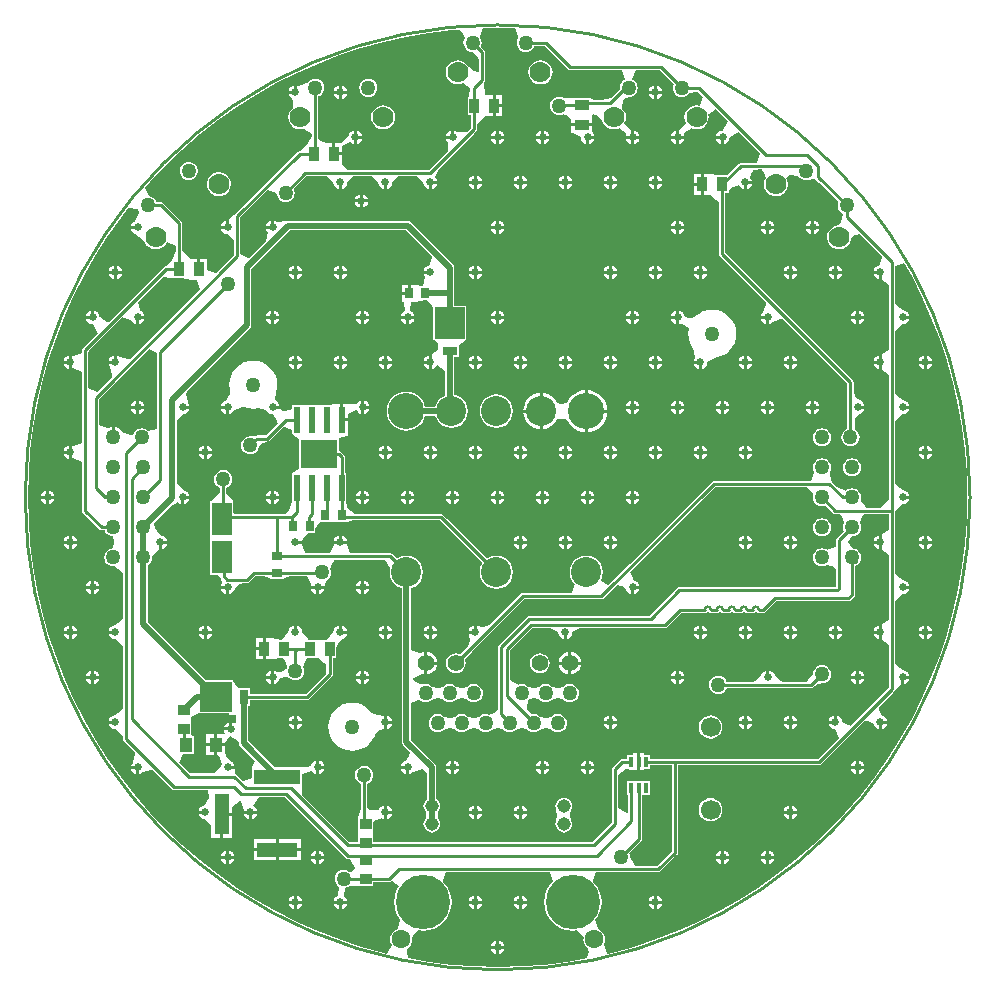
<source format=gbr>
%TF.GenerationSoftware,Altium Limited,Altium Designer,18.1.6 (161)*%
G04 Layer_Physical_Order=1*
G04 Layer_Color=255*
%FSLAX26Y26*%
%MOIN*%
%TF.FileFunction,Copper,L1,Top,Signal*%
%TF.Part,Single*%
G01*
G75*
%TA.AperFunction,NonConductor*%
%ADD10C,0.010000*%
%TA.AperFunction,Conductor*%
%ADD11C,0.010000*%
%TA.AperFunction,SMDPad,CuDef*%
%ADD12R,0.027559X0.037402*%
%ADD13R,0.100000X0.105000*%
%ADD14R,0.050000X0.030000*%
%ADD15R,0.039370X0.035433*%
%ADD16R,0.043307X0.049213*%
%ADD17R,0.015748X0.035433*%
%ADD18R,0.033465X0.051181*%
%ADD19R,0.066929X0.110236*%
%ADD20R,0.019685X0.086614*%
%ADD21R,0.122047X0.094488*%
%ADD22R,0.030000X0.050000*%
%ADD23R,0.105000X0.100000*%
%ADD24R,0.051181X0.033465*%
%ADD25R,0.027559X0.035433*%
%ADD26R,0.035433X0.027559*%
%TA.AperFunction,Conductor*%
%ADD27C,0.020000*%
%TA.AperFunction,ComponentPad*%
%ADD28C,0.050000*%
%ADD29C,0.045000*%
%ADD30C,0.055000*%
%ADD31C,0.181102*%
%ADD32C,0.063000*%
%ADD33C,0.066929*%
%ADD34C,0.070000*%
%ADD35C,0.120000*%
%ADD36C,0.100000*%
%ADD37R,0.051181X0.137795*%
%ADD38R,0.137795X0.051181*%
%ADD39R,0.157480X0.051181*%
%TA.AperFunction,ViaPad*%
%ADD40C,0.025000*%
%ADD41C,0.050000*%
G36*
X3031487Y4702088D02*
X3039818Y4680129D01*
X3036796Y4672832D01*
X3035765Y4665000D01*
X3036796Y4657168D01*
X3039818Y4649871D01*
X3044627Y4643604D01*
X3050894Y4638795D01*
X3058192Y4635772D01*
X3066023Y4634741D01*
X3084653Y4615236D01*
X3087875Y4609108D01*
Y4567333D01*
X3085926Y4566291D01*
X3085473Y4566295D01*
X3071319Y4571406D01*
X3053347Y4582894D01*
X3051751Y4586747D01*
X3045339Y4595103D01*
X3036983Y4601515D01*
X3027253Y4605545D01*
X3016811Y4606920D01*
X3006369Y4605545D01*
X2996638Y4601515D01*
X2988282Y4595103D01*
X2981871Y4586747D01*
X2977840Y4577017D01*
X2976466Y4566575D01*
X2977840Y4556133D01*
X2981871Y4546402D01*
X2988282Y4538046D01*
X2996638Y4531635D01*
X3006369Y4527604D01*
X3016811Y4526230D01*
X3027253Y4527604D01*
X3035010Y4530818D01*
X3057921Y4513560D01*
X3053975Y4485591D01*
X3049803D01*
Y4424409D01*
X3061340D01*
Y4380759D01*
X3048453Y4367872D01*
X3046296Y4367153D01*
X3016222Y4366222D01*
X3008779Y4371194D01*
X3005000Y4371946D01*
Y4350000D01*
X3000000D01*
Y4345000D01*
X2978054D01*
X2978805Y4341221D01*
X2983778Y4333778D01*
X2982847Y4303704D01*
X2982128Y4301547D01*
X2920777Y4240196D01*
X2913721D01*
X2764307Y4240196D01*
X2652356D01*
X2630315Y4259409D01*
X2630315Y4270196D01*
Y4290000D01*
X2603583D01*
Y4295000D01*
X2598583D01*
Y4330591D01*
X2576850D01*
X2562009Y4338725D01*
X2554862Y4342641D01*
X2552401Y4344414D01*
X2552401Y4381173D01*
X2552401Y4415053D01*
X2552401Y4486174D01*
X2556547Y4488795D01*
X2562814Y4493604D01*
X2567622Y4499870D01*
X2570645Y4507168D01*
X2571676Y4515000D01*
X2570645Y4522832D01*
X2567622Y4530130D01*
X2562814Y4536396D01*
X2556547Y4541205D01*
X2549249Y4544228D01*
X2541417Y4545259D01*
X2533586Y4544228D01*
X2526288Y4541205D01*
X2520021Y4536396D01*
X2516707Y4532078D01*
X2512139Y4529190D01*
X2487178Y4521558D01*
X2481768Y4521595D01*
X2480000Y4521946D01*
Y4500000D01*
X2475000D01*
Y4495000D01*
X2453054D01*
X2453805Y4491221D01*
X2458778Y4483778D01*
X2463658Y4480518D01*
X2466809Y4469603D01*
X2467423Y4447979D01*
X2463676Y4445103D01*
X2457265Y4436747D01*
X2453234Y4427017D01*
X2451860Y4416575D01*
X2453234Y4406133D01*
X2457265Y4396402D01*
X2463676Y4388046D01*
X2472032Y4381635D01*
X2481763Y4377604D01*
X2492205Y4376230D01*
X2502009Y4377520D01*
X2502694Y4377579D01*
X2522401Y4367153D01*
X2526951Y4364745D01*
X2532008Y4358884D01*
Y4354749D01*
X2514922Y4325591D01*
X2514921Y4325591D01*
X2514921Y4325591D01*
X2489928Y4305196D01*
X2486027Y4304420D01*
X2482719Y4302210D01*
X2476945Y4296436D01*
X2280296Y4099787D01*
X2274523Y4094014D01*
X2272312Y4090706D01*
X2255000Y4076922D01*
Y4050000D01*
X2250000D01*
Y4045000D01*
X2228054D01*
X2228805Y4041221D01*
X2233778Y4033778D01*
X2241220Y4028806D01*
X2241221Y4028805D01*
X2250000Y4027059D01*
X2270572Y4005028D01*
X2271536Y4003084D01*
Y3957570D01*
X2210197Y3896230D01*
X2180197Y3908657D01*
Y3945590D01*
X2158464D01*
Y3910000D01*
X2148464D01*
Y3945590D01*
X2136197D01*
X2126732Y3945591D01*
X2126731Y3945590D01*
X2096731Y3970697D01*
Y4055625D01*
Y4063465D01*
X2095955Y4067366D01*
X2093745Y4070674D01*
X2039583Y4124836D01*
X2034150Y4130270D01*
X2030842Y4132480D01*
X2026940Y4133256D01*
X2013093D01*
X2011707Y4135848D01*
X2007463Y4142510D01*
X2001639Y4147847D01*
X1994633Y4151494D01*
X1988712Y4152807D01*
X1982505Y4162024D01*
X1973945Y4179123D01*
X1973551Y4181161D01*
X1990185Y4200445D01*
X2043144Y4256069D01*
X2098768Y4309028D01*
X2156924Y4359193D01*
X2217471Y4406445D01*
X2280264Y4450669D01*
X2345151Y4491758D01*
X2411977Y4529614D01*
X2480579Y4564146D01*
X2550793Y4595269D01*
X2622450Y4622910D01*
X2695376Y4647002D01*
X2769397Y4667486D01*
X2844334Y4684314D01*
X2920006Y4697444D01*
X2996232Y4706846D01*
X3025684Y4709018D01*
X3031487Y4702088D01*
D02*
G37*
G36*
X3207141Y4712968D02*
X3215567Y4697686D01*
X3218933Y4682670D01*
X3216984Y4680129D01*
X3213961Y4672832D01*
X3212930Y4665000D01*
X3213961Y4657168D01*
X3216984Y4649871D01*
X3221793Y4643604D01*
X3228059Y4638795D01*
X3235357Y4635772D01*
X3243189Y4634741D01*
X3251020Y4635772D01*
X3258318Y4638795D01*
X3264585Y4643604D01*
X3267165Y4646966D01*
X3269394Y4649870D01*
X3271843Y4654804D01*
X3305777D01*
X3377489Y4583092D01*
X3382790Y4577790D01*
X3386098Y4575580D01*
X3390000Y4574804D01*
X3397909D01*
X3563475D01*
X3574725Y4544804D01*
X3571288Y4541205D01*
X3565021Y4536397D01*
X3565021Y4536396D01*
X3563936Y4534983D01*
X3560212Y4530130D01*
X3557189Y4522832D01*
X3556158Y4515000D01*
X3556159Y4514995D01*
X3556389Y4512344D01*
X3526182Y4482137D01*
X3499057Y4475196D01*
X3477396D01*
X3461537Y4478036D01*
X3460591Y4480197D01*
X3449467Y4480197D01*
X3449467Y4480197D01*
X3399410D01*
X3399410Y4480197D01*
X3370129Y4481205D01*
X3362832Y4484228D01*
X3355000Y4485259D01*
X3347168Y4484228D01*
X3339871Y4481205D01*
X3333604Y4476396D01*
X3328795Y4470129D01*
X3325772Y4462832D01*
X3324741Y4455000D01*
X3325772Y4447168D01*
X3328795Y4439871D01*
X3333604Y4433604D01*
X3339871Y4428795D01*
X3347168Y4425772D01*
X3355000Y4424741D01*
X3362832Y4425772D01*
X3368488Y4428115D01*
X3376693Y4423609D01*
X3394410Y4409611D01*
Y4396535D01*
X3465590D01*
Y4408803D01*
X3465591Y4418268D01*
X3464443Y4424679D01*
X3467838Y4425974D01*
X3475985Y4423336D01*
X3498234Y4406133D01*
X3502265Y4396402D01*
X3508676Y4388046D01*
X3517032Y4381635D01*
X3526763Y4377604D01*
X3537205Y4376230D01*
X3545324Y4377298D01*
X3547213Y4377547D01*
X3547647Y4377604D01*
X3549483Y4378294D01*
X3553405Y4379767D01*
X3578173Y4362608D01*
X3578479Y4361181D01*
X3578718Y4359420D01*
X3577940Y4355000D01*
X3595000D01*
Y4373419D01*
X3572262Y4394034D01*
X3572145Y4396402D01*
X3576175Y4406133D01*
X3577550Y4416575D01*
X3576175Y4427017D01*
X3572145Y4436747D01*
X3565733Y4445103D01*
X3568194Y4474641D01*
X3568629Y4475107D01*
X3572291Y4478365D01*
X3585949Y4484803D01*
X3586417Y4484741D01*
X3594249Y4485772D01*
X3601547Y4488795D01*
X3607814Y4493604D01*
X3612622Y4499870D01*
X3615645Y4507168D01*
X3616676Y4515000D01*
X3615645Y4522832D01*
X3612622Y4530130D01*
X3607814Y4536396D01*
X3607813Y4536397D01*
X3601547Y4541205D01*
X3598110Y4544804D01*
X3609360Y4574804D01*
X3689359D01*
X3736111Y4528052D01*
X3734355Y4522832D01*
X3733877Y4519201D01*
X3733324Y4515000D01*
X3734355Y4507168D01*
X3737378Y4499870D01*
X3742186Y4493604D01*
X3748453Y4488795D01*
X3755751Y4485772D01*
X3763583Y4484741D01*
X3771414Y4485772D01*
X3778712Y4488795D01*
X3784979Y4493604D01*
X3788510Y4498205D01*
X3810527Y4500681D01*
X3818949Y4501010D01*
X3834063Y4482975D01*
X3823734Y4458528D01*
X3821884Y4455724D01*
X3812795Y4456920D01*
X3802353Y4455545D01*
X3792623Y4451515D01*
X3784267Y4445103D01*
X3777855Y4436747D01*
X3773825Y4427017D01*
X3772450Y4416575D01*
X3773825Y4406133D01*
X3777855Y4396402D01*
X3777738Y4394034D01*
X3755000Y4373419D01*
Y4355000D01*
X3772060D01*
X3771282Y4359420D01*
X3771521Y4361181D01*
X3771827Y4362608D01*
X3796595Y4379767D01*
X3800723Y4378217D01*
X3802353Y4377604D01*
X3802787Y4377547D01*
X3804676Y4377298D01*
X3812795Y4376230D01*
X3823237Y4377604D01*
X3832968Y4381635D01*
X3841324Y4388046D01*
X3847735Y4396402D01*
X3851766Y4406133D01*
X3853140Y4416575D01*
X3851861Y4426293D01*
X3853021Y4427789D01*
X3877643Y4442938D01*
X3916027Y4404553D01*
X3914393Y4397894D01*
X3900000Y4372941D01*
X3896518Y4372248D01*
X3891221Y4371194D01*
X3883778Y4366222D01*
X3878806Y4358779D01*
X3878805Y4358779D01*
X3878178Y4355624D01*
X3878054Y4355000D01*
X3900000D01*
Y4350000D01*
X3905000D01*
Y4328054D01*
X3908779Y4328805D01*
X3908779Y4328806D01*
X3916222Y4333778D01*
X3921195Y4341221D01*
X3922941Y4350000D01*
X3947894Y4364393D01*
X3954553Y4366027D01*
X4025385Y4295196D01*
X4016938Y4274804D01*
X4015316Y4270888D01*
X4012507Y4265196D01*
X3986123D01*
X3960286Y4265196D01*
X3956384Y4264420D01*
X3953077Y4262210D01*
X3923942Y4233075D01*
X3914633Y4223766D01*
X3901045Y4223766D01*
X3886193D01*
X3858265Y4228766D01*
X3848800Y4228766D01*
X3836532D01*
Y4193175D01*
Y4157585D01*
X3848800D01*
X3858265Y4157584D01*
X3858265Y4157585D01*
X3878657Y4140519D01*
X3878657Y4140519D01*
X3888265Y4132479D01*
Y3980261D01*
X3888265Y3961539D01*
X3889041Y3957637D01*
X3891252Y3954329D01*
X3905491Y3940089D01*
X4027570Y3818011D01*
X4043371Y3802210D01*
X4042596Y3791032D01*
X4035669Y3767485D01*
X4033778Y3766222D01*
X4033778Y3766221D01*
X4028805Y3758779D01*
X4028054Y3755000D01*
X4050000D01*
Y3750000D01*
X4055000D01*
Y3728054D01*
X4058779Y3728805D01*
X4066222Y3733778D01*
X4067485Y3735669D01*
X4091032Y3742596D01*
X4102210Y3743371D01*
X4120881Y3724699D01*
X4304261Y3541320D01*
X4315512Y3530068D01*
X4315513Y3504503D01*
Y3477349D01*
X4315513Y3450013D01*
X4315513Y3425389D01*
Y3378261D01*
X4312370Y3376701D01*
X4310579Y3375811D01*
X4304312Y3371003D01*
X4299504Y3364736D01*
X4296481Y3357438D01*
X4295450Y3349606D01*
X4296481Y3341775D01*
X4299504Y3334477D01*
X4304312Y3328210D01*
X4310579Y3323401D01*
X4317877Y3320378D01*
X4325709Y3319347D01*
X4333540Y3320378D01*
X4340838Y3323401D01*
X4347105Y3328210D01*
X4351914Y3334477D01*
X4354937Y3341775D01*
X4355968Y3349606D01*
X4354937Y3357438D01*
X4351914Y3364736D01*
X4347105Y3371003D01*
X4343743Y3373582D01*
X4340838Y3375811D01*
X4339222Y3405815D01*
X4345513Y3418214D01*
X4345513D01*
X4345513Y3418214D01*
X4345513D01*
X4356850Y3426735D01*
X4366222Y3433778D01*
X4367977Y3436406D01*
X4371195Y3441221D01*
X4371194Y3441221D01*
X4371946Y3445000D01*
X4350000D01*
Y3455000D01*
X4371946D01*
X4371194Y3458779D01*
X4366222Y3466222D01*
X4356850Y3473265D01*
X4345513Y3481786D01*
X4335905Y3500725D01*
Y3534291D01*
X4335129Y3538193D01*
X4332918Y3541501D01*
X4319382Y3555038D01*
X4125909Y3748510D01*
X4101617Y3772802D01*
X4101617Y3772802D01*
X4101389Y3773031D01*
X4073031Y3801389D01*
X4050530Y3823890D01*
X3918262Y3956158D01*
X3908657Y3965762D01*
X3908657Y3981085D01*
Y4124246D01*
X3908657Y4162585D01*
X3920194D01*
Y4173552D01*
X3920462Y4174328D01*
X3928388Y4179373D01*
X3953805Y4191221D01*
X3953806Y4191221D01*
X3958778Y4183778D01*
X3963604Y4180554D01*
X3966221Y4178805D01*
X3966221D01*
X3970000Y4178054D01*
Y4200000D01*
X3975000D01*
Y4205000D01*
X3996946D01*
X3996195Y4208779D01*
X3996195Y4208779D01*
X3992169Y4214804D01*
X3993820Y4222839D01*
X3998671Y4235196D01*
X3999872Y4238253D01*
X4001289Y4241275D01*
X4001574Y4241859D01*
X4030155Y4242767D01*
X4030310Y4242570D01*
X4030159Y4242767D01*
X4030159D01*
X4030419Y4242428D01*
X4037763Y4230896D01*
X4042528Y4214804D01*
X4039611Y4210226D01*
X4036444Y4200181D01*
X4035985Y4189659D01*
X4038264Y4179376D01*
X4043127Y4170034D01*
X4050243Y4162269D01*
X4059126Y4156610D01*
X4069170Y4153443D01*
X4079693Y4152983D01*
X4089975Y4155263D01*
X4099317Y4160126D01*
X4107082Y4167242D01*
X4112741Y4176124D01*
X4115908Y4186169D01*
X4116368Y4196691D01*
X4114088Y4206974D01*
X4110431Y4214000D01*
X4114371Y4217612D01*
X4125186Y4224578D01*
X4152355Y4219584D01*
X4157692Y4213760D01*
X4164354Y4209516D01*
X4171887Y4207141D01*
X4179779Y4206796D01*
X4187491Y4208506D01*
X4198584Y4211998D01*
X4207313Y4211667D01*
X4222391Y4199108D01*
X4285443Y4136056D01*
X4285434Y4135848D01*
X4283059Y4128315D01*
X4283059Y4128315D01*
X4283016Y4127315D01*
X4282715Y4120423D01*
X4284424Y4112711D01*
X4288072Y4105704D01*
X4293408Y4099880D01*
X4300070Y4095636D01*
X4295436Y4067134D01*
X4285471Y4056146D01*
X4283775Y4056220D01*
X4273492Y4053941D01*
X4264150Y4049078D01*
X4256385Y4041962D01*
X4250726Y4033079D01*
X4247559Y4023035D01*
X4247099Y4012512D01*
X4249379Y4002230D01*
X4254242Y3992888D01*
X4261357Y3985123D01*
X4270240Y3979464D01*
X4280285Y3976296D01*
X4290807Y3975837D01*
X4301090Y3978117D01*
X4310432Y3982980D01*
X4318197Y3990095D01*
X4323856Y3998978D01*
X4327023Y4009023D01*
X4327256Y4014361D01*
X4340387Y4023148D01*
X4356420Y4027624D01*
X4431884Y3952159D01*
X4428513Y3937852D01*
X4419725Y3921892D01*
X4416221Y3921195D01*
X4408778Y3916222D01*
X4403806Y3908779D01*
X4403054Y3905000D01*
X4425000D01*
Y3900000D01*
X4430000D01*
Y3874117D01*
X4448826Y3863038D01*
X4454804Y3856773D01*
Y3643227D01*
X4448826Y3636962D01*
X4430000Y3625883D01*
Y3600000D01*
Y3574117D01*
X4448826Y3563038D01*
X4454804Y3556773D01*
Y3469993D01*
Y3430184D01*
Y3351586D01*
X4454410Y3349606D01*
X4454804Y3347627D01*
Y3341471D01*
Y3145196D01*
X4428784Y3115196D01*
X4379933D01*
X4373297Y3120754D01*
X4362068Y3138421D01*
X4360387Y3145196D01*
X4360968Y3149606D01*
X4359937Y3157438D01*
X4356914Y3164736D01*
X4352105Y3171003D01*
X4345838Y3175811D01*
X4338540Y3178834D01*
X4330709Y3179865D01*
X4322877Y3178834D01*
X4315579Y3175811D01*
X4309312Y3171003D01*
X4281015Y3183405D01*
X4264507Y3199912D01*
X4261269Y3206899D01*
X4256679Y3229777D01*
X4256618Y3230473D01*
X4256871Y3234421D01*
X4256914Y3234477D01*
X4259937Y3241775D01*
X4260968Y3249606D01*
X4259937Y3257438D01*
X4256914Y3264736D01*
X4252105Y3271003D01*
X4245838Y3275811D01*
X4238540Y3278834D01*
X4230709Y3279865D01*
X4222877Y3278834D01*
X4215579Y3275811D01*
X4209312Y3271003D01*
X4204504Y3264736D01*
X4201481Y3257438D01*
X4200450Y3249606D01*
X4201481Y3241775D01*
X4204504Y3234477D01*
X4196335Y3212254D01*
X4190595Y3205196D01*
X4176588D01*
X3889747D01*
X3870394Y3205196D01*
X3866492Y3204420D01*
X3863184Y3202210D01*
X3849752Y3188778D01*
X3589900Y2928926D01*
X3563915Y2902941D01*
X3563915Y2902941D01*
X3562028Y2901054D01*
X3548946Y2887972D01*
X3517527Y2856553D01*
X3493042Y2872263D01*
X3498584Y2885642D01*
X3500475Y2900000D01*
X3498584Y2914358D01*
X3493042Y2927737D01*
X3484227Y2939227D01*
X3472737Y2948042D01*
X3459358Y2953584D01*
X3445000Y2955475D01*
X3430642Y2953584D01*
X3417263Y2948042D01*
X3405773Y2939227D01*
X3396958Y2927737D01*
X3391416Y2914358D01*
X3389525Y2900000D01*
X3391416Y2885642D01*
X3396958Y2872263D01*
X3405773Y2860773D01*
X3406526Y2860196D01*
X3398016Y2835126D01*
X3395818Y2830196D01*
X3376081Y2830196D01*
X3248679D01*
X3233000Y2830196D01*
X3229098Y2829420D01*
X3225790Y2827210D01*
X3212075Y2813494D01*
X3137403Y2738822D01*
X3121618Y2723037D01*
X3104103Y2719110D01*
Y2719110D01*
X3104103D01*
X3104103Y2719110D01*
X3080000Y2722246D01*
Y2700000D01*
X3075000D01*
Y2695000D01*
X3052754D01*
X3055890Y2670897D01*
X3055890Y2670897D01*
Y2670897D01*
X3055890D01*
X3051963Y2653382D01*
X3024711Y2626130D01*
X3018485Y2628663D01*
X3018484Y2628664D01*
X3016273Y2628955D01*
X3010000Y2629780D01*
X3001516Y2628663D01*
X2993610Y2625389D01*
X2986821Y2620179D01*
X2981611Y2613390D01*
X2978337Y2605484D01*
X2977220Y2597000D01*
X2978337Y2588516D01*
X2981611Y2580610D01*
X2986821Y2573821D01*
X2993610Y2568611D01*
X3001516Y2565337D01*
X3010000Y2564220D01*
X3018484Y2565337D01*
X3026390Y2568611D01*
X3033179Y2573821D01*
X3038389Y2580610D01*
X3041663Y2588516D01*
X3042780Y2597000D01*
X3041664Y2605484D01*
X3041663Y2605485D01*
X3039134Y2611715D01*
X3062929Y2635509D01*
X3083259Y2655840D01*
X3101159Y2673739D01*
X3119161Y2691741D01*
X3119160Y2691741D01*
X3119161Y2691741D01*
X3119161Y2691741D01*
X3143275Y2715855D01*
X3229005Y2801586D01*
X3237223Y2809804D01*
X3250679Y2809804D01*
X3386723D01*
X3415324Y2809804D01*
X3415324Y2809804D01*
X3417896Y2809804D01*
X3487524D01*
X3495394D01*
X3499296Y2810580D01*
X3502603Y2812790D01*
X3516706Y2826893D01*
X3548125Y2858312D01*
X3563903Y2853779D01*
X3577919Y2845679D01*
X3578805Y2841221D01*
X3578806Y2841220D01*
X3583778Y2833778D01*
X3583779D01*
X3591221Y2828805D01*
X3595000Y2828054D01*
Y2850000D01*
X3600000D01*
Y2855000D01*
X3621946D01*
X3621195Y2858779D01*
X3616222Y2866222D01*
X3608779Y2871195D01*
X3604321Y2872081D01*
X3596221Y2886097D01*
X3592255Y2899902D01*
X3592065Y2902251D01*
X3615922Y2926109D01*
X3863906Y3174093D01*
X3874617Y3184804D01*
X3889700Y3184804D01*
X4172916D01*
X4182088D01*
X4189035Y3178584D01*
X4200464Y3159166D01*
X4201134Y3154804D01*
X4200450Y3149606D01*
X4201481Y3141775D01*
X4204504Y3134477D01*
X4209312Y3128210D01*
X4215579Y3123401D01*
X4222877Y3120378D01*
X4230709Y3119347D01*
X4238540Y3120378D01*
X4243761Y3122135D01*
X4268105Y3097790D01*
X4271413Y3095580D01*
X4275315Y3094804D01*
X4291051D01*
X4297929Y3085839D01*
X4304556Y3064804D01*
X4304504Y3064736D01*
X4301481Y3057438D01*
X4300450Y3049606D01*
X4301480Y3041775D01*
X4301481Y3041774D01*
X4302105Y3039920D01*
X4302105Y3039920D01*
X4303237Y3036554D01*
X4284745Y3018063D01*
X4284746D01*
X4280081Y3013398D01*
X4277871Y3010090D01*
X4277095Y3006188D01*
X4277095Y2987792D01*
X4274194Y2985776D01*
X4265451Y2979928D01*
X4247095Y2974847D01*
X4245838Y2975811D01*
X4238540Y2978834D01*
X4230709Y2979865D01*
X4222877Y2978834D01*
X4215579Y2975811D01*
X4209312Y2971003D01*
X4204504Y2964736D01*
X4201481Y2957438D01*
X4200450Y2949606D01*
X4201481Y2941775D01*
X4204504Y2934477D01*
X4209312Y2928210D01*
X4215579Y2923401D01*
X4222877Y2920378D01*
X4230709Y2919347D01*
X4238540Y2920378D01*
X4245838Y2923401D01*
X4247095Y2924366D01*
X4265451Y2919284D01*
X4277095Y2911497D01*
Y2850196D01*
X4274397D01*
X3763002D01*
X3755000D01*
X3751098Y2849420D01*
X3747790Y2847210D01*
X3742417Y2841837D01*
X3655777Y2755196D01*
X3642014Y2755196D01*
X3253369D01*
X3249468Y2754420D01*
X3246160Y2752210D01*
X3152790Y2658840D01*
X3150580Y2655532D01*
X3149804Y2651631D01*
Y2506584D01*
X3149804Y2441946D01*
X3136885Y2432133D01*
X3120599Y2425082D01*
X3117832Y2426228D01*
X3110000Y2427259D01*
X3102168Y2426228D01*
X3094871Y2423205D01*
X3088604Y2418396D01*
X3086944Y2416234D01*
X3070000Y2413971D01*
X3053056Y2416234D01*
X3051396Y2418396D01*
X3045129Y2423205D01*
X3037832Y2426228D01*
X3030000Y2427259D01*
X3022168Y2426228D01*
X3014871Y2423205D01*
X3008604Y2418396D01*
X3006944Y2416234D01*
X2990000Y2413971D01*
X2973056Y2416234D01*
X2971396Y2418396D01*
X2965129Y2423205D01*
X2957832Y2426228D01*
X2950000Y2427259D01*
X2942168Y2426228D01*
X2934871Y2423205D01*
X2928604Y2418396D01*
X2923795Y2412129D01*
X2920772Y2404832D01*
X2919741Y2397000D01*
X2920772Y2389168D01*
X2923795Y2381871D01*
X2928604Y2375604D01*
X2934871Y2370795D01*
X2942168Y2367772D01*
X2950000Y2366741D01*
X2957832Y2367772D01*
X2965129Y2370795D01*
X2971396Y2375604D01*
X2973056Y2377766D01*
X2990000Y2380029D01*
X3006944Y2377766D01*
X3008604Y2375604D01*
X3014871Y2370795D01*
X3022168Y2367772D01*
X3030000Y2366741D01*
X3037832Y2367772D01*
X3045129Y2370795D01*
X3051396Y2375604D01*
X3053056Y2377766D01*
X3070000Y2380029D01*
X3086944Y2377766D01*
X3088604Y2375604D01*
X3094871Y2370795D01*
X3102168Y2367772D01*
X3110000Y2366741D01*
X3117832Y2367772D01*
X3125129Y2370795D01*
X3131396Y2375604D01*
X3133056Y2377766D01*
X3150000Y2380029D01*
X3166944Y2377766D01*
X3168604Y2375604D01*
X3174871Y2370795D01*
X3182168Y2367772D01*
X3190000Y2366741D01*
X3197832Y2367772D01*
X3205129Y2370795D01*
X3211396Y2375604D01*
X3213056Y2377766D01*
X3230000Y2380029D01*
X3246944Y2377766D01*
X3248604Y2375604D01*
X3254871Y2370795D01*
X3262168Y2367772D01*
X3270000Y2366741D01*
X3277832Y2367772D01*
X3285129Y2370795D01*
X3291396Y2375604D01*
X3293056Y2377766D01*
X3310000Y2380029D01*
X3326944Y2377766D01*
X3328604Y2375604D01*
X3334871Y2370795D01*
X3342168Y2367772D01*
X3350000Y2366741D01*
X3357832Y2367772D01*
X3365129Y2370795D01*
X3371396Y2375604D01*
X3376205Y2381871D01*
X3379228Y2389168D01*
X3380259Y2397000D01*
X3379228Y2404832D01*
X3376205Y2412129D01*
X3371396Y2418396D01*
X3365129Y2423205D01*
X3357832Y2426228D01*
X3350000Y2427259D01*
X3342168Y2426228D01*
X3334871Y2423205D01*
X3328604Y2418396D01*
X3326944Y2416234D01*
X3310000Y2413971D01*
X3293056Y2416234D01*
X3291396Y2418396D01*
X3285129Y2423205D01*
X3277832Y2426228D01*
X3270000Y2427259D01*
X3263709Y2426431D01*
X3253448Y2436085D01*
X3245951Y2444559D01*
X3250930Y2475246D01*
X3251396Y2475604D01*
X3253056Y2477766D01*
X3270000Y2480029D01*
X3286944Y2477766D01*
X3288604Y2475604D01*
X3294871Y2470795D01*
X3302168Y2467772D01*
X3310000Y2466741D01*
X3317832Y2467772D01*
X3325129Y2470795D01*
X3331396Y2475604D01*
X3333056Y2477766D01*
X3350000Y2480029D01*
X3366944Y2477766D01*
X3368604Y2475604D01*
X3374871Y2470795D01*
X3382168Y2467772D01*
X3390000Y2466741D01*
X3397832Y2467772D01*
X3405129Y2470795D01*
X3411396Y2475604D01*
X3416205Y2481871D01*
X3419228Y2489168D01*
X3420259Y2497000D01*
X3419228Y2504832D01*
X3416205Y2512129D01*
X3411396Y2518396D01*
X3405129Y2523205D01*
X3397832Y2526228D01*
X3390000Y2527259D01*
X3382168Y2526228D01*
X3374871Y2523205D01*
X3368604Y2518396D01*
X3366944Y2516234D01*
X3350000Y2513971D01*
X3333056Y2516234D01*
X3331396Y2518396D01*
X3325129Y2523205D01*
X3317832Y2526228D01*
X3310000Y2527259D01*
X3302168Y2526228D01*
X3294871Y2523205D01*
X3288604Y2518396D01*
X3286944Y2516234D01*
X3270000Y2513971D01*
X3253056Y2516234D01*
X3251396Y2518396D01*
X3245129Y2523205D01*
X3237832Y2526228D01*
X3230000Y2527259D01*
X3222168Y2526228D01*
X3220196Y2525411D01*
X3202285Y2532764D01*
X3190196Y2541946D01*
Y2639123D01*
X3265877Y2714804D01*
X3324497D01*
X3352059Y2700000D01*
X3353805Y2691221D01*
X3353806Y2691221D01*
X3358778Y2683778D01*
X3358779Y2683778D01*
X3366221Y2678805D01*
X3370000Y2678054D01*
Y2700000D01*
X3380000D01*
Y2678054D01*
X3383779Y2678805D01*
X3391222Y2683778D01*
X3396194Y2691220D01*
X3396195Y2691221D01*
X3397941Y2700000D01*
X3425503Y2714804D01*
X3640416D01*
X3695072Y2714804D01*
X3706222D01*
X3710123Y2715580D01*
X3713431Y2717790D01*
X3760445Y2764804D01*
X3829540D01*
X3840000D01*
X3843902Y2765580D01*
X3847210Y2767790D01*
X3852790Y2767790D01*
X3856098Y2765580D01*
X3860000Y2764804D01*
X3880000D01*
X3883902Y2765580D01*
X3887210Y2767790D01*
X3892790Y2767790D01*
X3896098Y2765580D01*
X3900000Y2764804D01*
X3920000D01*
X3923902Y2765580D01*
X3927210Y2767790D01*
X3932790Y2767790D01*
X3936098Y2765580D01*
X3940000Y2764804D01*
X3960000D01*
X3963902Y2765580D01*
X3967210Y2767790D01*
X3972790Y2767790D01*
X3976098Y2765580D01*
X3980000Y2764804D01*
X4000000D01*
X4003902Y2765580D01*
X4007210Y2767790D01*
X4012790Y2767790D01*
X4016098Y2765580D01*
X4020000Y2764804D01*
X4035000D01*
X4038902Y2765580D01*
X4042210Y2767790D01*
X4077475Y2803056D01*
X4081264D01*
X4311987D01*
X4318765D01*
X4322666Y2803832D01*
X4325974Y2806042D01*
X4337918Y2817986D01*
X4340128Y2821294D01*
X4340905Y2825196D01*
Y2920952D01*
X4345838Y2923401D01*
X4349614Y2926298D01*
X4351257Y2927397D01*
X4351958Y2928097D01*
X4352105Y2928210D01*
X4356914Y2934477D01*
X4359937Y2941775D01*
X4360968Y2949606D01*
X4359937Y2957438D01*
X4356914Y2964736D01*
X4352105Y2971003D01*
X4345838Y2975811D01*
X4338540Y2978834D01*
X4330709Y2979865D01*
X4318292Y2999144D01*
X4318502Y2999686D01*
X4330709Y3019347D01*
X4338540Y3020378D01*
X4345838Y3023401D01*
X4352105Y3028210D01*
X4356914Y3034477D01*
X4359937Y3041775D01*
X4360968Y3049606D01*
X4359937Y3057438D01*
X4356914Y3064736D01*
X4356861Y3064804D01*
X4363488Y3085839D01*
X4370367Y3094804D01*
X4383085D01*
X4454804D01*
X4454804Y3085196D01*
Y3043227D01*
X4448826Y3036962D01*
X4430000Y3025883D01*
Y3000000D01*
Y2974117D01*
X4448826Y2963038D01*
X4454804Y2956773D01*
Y2743227D01*
X4448826Y2736962D01*
X4430000Y2725883D01*
Y2700000D01*
Y2674117D01*
X4448826Y2663038D01*
X4454804Y2656773D01*
Y2519682D01*
Y2515939D01*
X4452152Y2513287D01*
X4325962Y2387097D01*
X4303055Y2397645D01*
X4297692Y2401253D01*
X4296195Y2408779D01*
X4296194Y2408780D01*
X4291222Y2416222D01*
X4283779Y2421195D01*
X4280000Y2421946D01*
Y2400000D01*
X4275000D01*
Y2395000D01*
X4253054D01*
X4253806Y2391221D01*
X4258778Y2383779D01*
Y2383778D01*
X4266221Y2378806D01*
X4266221Y2378805D01*
X4273747Y2377308D01*
X4277355Y2371945D01*
X4287903Y2349038D01*
X4217368Y2278503D01*
X4213565D01*
X3728642Y2278503D01*
X3658465D01*
Y2291024D01*
X3637874D01*
Y2296024D01*
X3625000D01*
Y2268307D01*
Y2240591D01*
X3637874D01*
Y2245591D01*
X3658465D01*
Y2258111D01*
X3729804D01*
Y1969223D01*
X3680777Y1920196D01*
X3610967D01*
X3610396Y1920534D01*
X3604879Y1926173D01*
X3590259Y1950000D01*
X3589228Y1957832D01*
X3587184Y1962765D01*
X3627210Y2002790D01*
X3629420Y2006098D01*
X3630196Y2010000D01*
Y2158976D01*
X3658465D01*
Y2204409D01*
X3581535D01*
Y2158976D01*
X3584214D01*
Y2100423D01*
X3580196Y2097738D01*
X3550196Y2113774D01*
Y2225539D01*
X3578927Y2243840D01*
X3602126Y2240590D01*
X3609465Y2240591D01*
X3615000D01*
Y2268307D01*
Y2296024D01*
X3602126D01*
Y2291024D01*
X3581535D01*
Y2278503D01*
X3563307D01*
X3559405Y2277727D01*
X3556097Y2275517D01*
X3532790Y2252210D01*
X3530580Y2248902D01*
X3529804Y2245000D01*
Y2064223D01*
X3465777Y2000196D01*
X2734685D01*
X2734685Y2038780D01*
X2734685Y2051221D01*
X2734685Y2066543D01*
X2743510Y2072856D01*
X2764685Y2079831D01*
X2766221Y2078805D01*
X2768856Y2078281D01*
X2770000Y2078054D01*
Y2100000D01*
Y2121946D01*
X2766221Y2121195D01*
X2758778Y2116222D01*
X2753805Y2108779D01*
X2724978Y2107042D01*
X2715196Y2113153D01*
Y2194830D01*
X2718323Y2196993D01*
X2720130Y2197889D01*
X2726396Y2202698D01*
X2731205Y2208965D01*
X2734228Y2216263D01*
X2735259Y2224095D01*
X2734228Y2231926D01*
X2731205Y2239224D01*
X2726396Y2245491D01*
X2720129Y2250300D01*
X2712832Y2253322D01*
X2705000Y2254353D01*
X2697168Y2253322D01*
X2689871Y2250300D01*
X2683604Y2245491D01*
X2678795Y2239224D01*
X2675772Y2231926D01*
X2674741Y2224095D01*
X2675772Y2216263D01*
X2678795Y2208965D01*
X2683604Y2202698D01*
X2686966Y2200119D01*
X2689870Y2197889D01*
X2691319Y2197170D01*
X2694804Y2194842D01*
Y2109994D01*
X2685420Y2084214D01*
X2685315Y2084213D01*
X2685315Y2083925D01*
X2685315Y2083925D01*
Y2051221D01*
X2685315Y2030000D01*
X2685315Y2000196D01*
X2654223D01*
X2495915Y2158504D01*
X2498740Y2188504D01*
X2498740D01*
X2498740Y2226650D01*
X2528740Y2236997D01*
X2533778Y2233778D01*
X2541220Y2228806D01*
X2541221Y2228805D01*
X2541221Y2228805D01*
X2545000Y2228054D01*
Y2250000D01*
Y2271946D01*
X2541221Y2271195D01*
X2534817Y2266916D01*
X2533778Y2266222D01*
X2533778Y2266220D01*
X2528805Y2258779D01*
X2522740Y2253080D01*
X2517460Y2249893D01*
X2498740Y2249685D01*
X2473334Y2249685D01*
X2406038Y2249685D01*
X2317794Y2337929D01*
Y2455000D01*
X2322500D01*
Y2465196D01*
X2322500Y2474804D01*
X2499001D01*
X2515000Y2474804D01*
X2518902Y2475580D01*
X2522210Y2477790D01*
X2530838Y2486418D01*
X2587657Y2543238D01*
X2597643Y2553223D01*
X2599853Y2556531D01*
X2600629Y2560433D01*
X2600629Y2614409D01*
X2612165Y2614410D01*
Y2649024D01*
X2620476Y2667177D01*
X2633779Y2678805D01*
X2641222Y2683778D01*
X2646195Y2691221D01*
X2646946Y2695000D01*
X2625000D01*
Y2700000D01*
X2620000D01*
Y2721946D01*
X2616221Y2721195D01*
X2608778Y2716222D01*
X2603805Y2708779D01*
X2602059Y2700000D01*
X2583550Y2678633D01*
X2578655Y2675590D01*
X2568701Y2675591D01*
X2545236D01*
X2538701Y2675590D01*
X2521345D01*
X2516450Y2678633D01*
X2497941Y2700000D01*
X2497205Y2703699D01*
X2496195Y2708779D01*
X2491222Y2716222D01*
X2483779Y2721195D01*
X2480000Y2721946D01*
Y2700000D01*
X2470000D01*
Y2721946D01*
X2466221Y2721195D01*
X2458778Y2716222D01*
X2453805Y2708779D01*
X2452059Y2700000D01*
X2433550Y2678633D01*
X2428655Y2675590D01*
X2426197D01*
X2398268Y2680591D01*
X2388803Y2680590D01*
X2376536D01*
Y2645000D01*
Y2609410D01*
X2388803D01*
X2398268Y2609409D01*
X2426197Y2614410D01*
X2434886D01*
X2440625Y2607354D01*
X2448795Y2585129D01*
X2447170Y2581206D01*
X2445772Y2577832D01*
X2445688Y2577460D01*
X2445269Y2576166D01*
X2426764Y2568109D01*
X2415215Y2566894D01*
X2408779Y2571195D01*
X2408779Y2571195D01*
X2405000Y2571946D01*
Y2550000D01*
Y2528054D01*
X2408779Y2528805D01*
X2416222Y2533778D01*
X2421195Y2541221D01*
X2421577Y2542952D01*
X2436664Y2549558D01*
X2444046Y2551019D01*
X2451474Y2551378D01*
X2453604Y2548604D01*
X2459871Y2543795D01*
X2467168Y2540772D01*
X2475000Y2539741D01*
X2482832Y2540772D01*
X2490129Y2543795D01*
X2496396Y2548604D01*
X2501205Y2554871D01*
X2504228Y2562168D01*
X2505259Y2570000D01*
X2504228Y2577832D01*
X2501205Y2585129D01*
X2509375Y2607354D01*
X2515114Y2614410D01*
X2538701D01*
X2550237Y2614409D01*
X2570629Y2597265D01*
X2570629Y2597265D01*
X2575879Y2592851D01*
X2576789Y2561209D01*
X2519200Y2503620D01*
X2510777Y2495196D01*
X2495863Y2495196D01*
X2322500D01*
Y2515000D01*
X2282500D01*
X2267500Y2538787D01*
Y2540000D01*
X2176629D01*
X1983798Y2732831D01*
Y2923527D01*
X1989900Y2928210D01*
X1994709Y2934477D01*
X1997732Y2941775D01*
X1998763Y2949606D01*
X1998072Y2954851D01*
X2005883Y2965161D01*
X2020000Y2977278D01*
Y3000000D01*
X2025000D01*
Y3005000D01*
X2046946D01*
X2046195Y3008779D01*
X2041222Y3016222D01*
X2033779Y3021195D01*
X2025000Y3022941D01*
X2007614Y3046199D01*
X2005034Y3064507D01*
X2058355Y3117829D01*
X2083778Y3133778D01*
X2091221Y3128805D01*
X2095000Y3128054D01*
Y3150000D01*
X2100000D01*
Y3155000D01*
X2121946D01*
X2121195Y3158779D01*
X2121194Y3158780D01*
X2116222Y3166222D01*
X2108780Y3171194D01*
X2108779Y3171195D01*
X2108779Y3171195D01*
X2100000Y3172941D01*
X2080340Y3197171D01*
X2080294Y3197280D01*
Y3402720D01*
X2080340Y3402829D01*
X2100000Y3427059D01*
X2108779Y3428805D01*
X2116222Y3433778D01*
X2121195Y3441221D01*
X2121946Y3445000D01*
X2100000D01*
Y3455000D01*
X2121946D01*
X2121195Y3458779D01*
X2116222Y3466222D01*
X2111655Y3493392D01*
X2112643Y3501014D01*
X2324279Y3712650D01*
X2327594Y3717612D01*
X2328758Y3723465D01*
Y3912130D01*
X2456335Y4039706D01*
X2843665D01*
X2931045Y3952326D01*
X2928258Y3938777D01*
X2919165Y3921780D01*
X2916221Y3921195D01*
X2916220Y3921194D01*
X2908778Y3916222D01*
Y3916221D01*
X2903805Y3908779D01*
X2903805Y3908779D01*
X2903054Y3905000D01*
X2925000D01*
Y3895000D01*
X2903054D01*
X2903805Y3891221D01*
X2903805Y3891221D01*
X2908778Y3883779D01*
X2908778Y3883778D01*
X2908894Y3883701D01*
X2900655Y3854733D01*
X2878492Y3858701D01*
X2861153Y3858701D01*
X2859712D01*
Y3830000D01*
X2854712D01*
Y3825000D01*
X2830932D01*
Y3801299D01*
X2838792D01*
X2841706Y3771719D01*
X2841221Y3771195D01*
X2833780Y3766223D01*
X2833778Y3766222D01*
X2828805Y3758779D01*
X2828054Y3755000D01*
X2871946D01*
X2871195Y3758779D01*
X2868727Y3762472D01*
X2868250Y3763186D01*
X2868250Y3763186D01*
X2866222Y3766222D01*
X2866220Y3766223D01*
X2858779Y3771195D01*
X2858294Y3771719D01*
X2861208Y3801299D01*
X2878492Y3801299D01*
X2906420Y3806299D01*
X2912787D01*
X2931677Y3790312D01*
X2935000Y3779762D01*
Y3672500D01*
X2936213D01*
X2949302Y3664246D01*
X2949357Y3642347D01*
X2930000Y3626925D01*
Y3600000D01*
Y3578054D01*
X2933779Y3578805D01*
X2941222Y3583778D01*
X2944706Y3588993D01*
X2946878Y3589246D01*
X2974706Y3570880D01*
Y3488126D01*
X2967263Y3485042D01*
X2955773Y3476227D01*
X2946958Y3464737D01*
X2941803Y3452294D01*
X2908285D01*
X2905343Y3461995D01*
X2899307Y3473287D01*
X2891184Y3483184D01*
X2881287Y3491307D01*
X2869995Y3497343D01*
X2857742Y3501059D01*
X2845000Y3502314D01*
X2832258Y3501059D01*
X2820005Y3497343D01*
X2808713Y3491307D01*
X2798816Y3483184D01*
X2790693Y3473287D01*
X2784657Y3461995D01*
X2780941Y3449742D01*
X2779686Y3437000D01*
X2780941Y3424258D01*
X2784657Y3412005D01*
X2790693Y3400713D01*
X2798816Y3390816D01*
X2808713Y3382693D01*
X2820005Y3376657D01*
X2832258Y3372941D01*
X2845000Y3371686D01*
X2857742Y3372941D01*
X2869995Y3376657D01*
X2881287Y3382693D01*
X2891184Y3390816D01*
X2899307Y3400713D01*
X2905343Y3412005D01*
X2908285Y3421706D01*
X2941803D01*
X2946958Y3409263D01*
X2955773Y3397773D01*
X2967263Y3388958D01*
X2980642Y3383416D01*
X2995000Y3381525D01*
X3009358Y3383416D01*
X3022737Y3388958D01*
X3034227Y3397773D01*
X3043042Y3409263D01*
X3048584Y3422642D01*
X3050475Y3437000D01*
X3048584Y3451358D01*
X3043042Y3464737D01*
X3034227Y3476227D01*
X3022737Y3485042D01*
X3009358Y3490584D01*
X3005294Y3491119D01*
Y3617500D01*
X3020000D01*
X3020000Y3657500D01*
X3043787Y3672500D01*
X3045000D01*
Y3787500D01*
X3005294D01*
Y3830000D01*
Y3915000D01*
X3004130Y3920853D01*
X3000814Y3925814D01*
X2860814Y4065814D01*
X2855853Y4069130D01*
X2850000Y4070294D01*
X2450000D01*
X2444147Y4069130D01*
X2416222Y4066222D01*
X2408779Y4071195D01*
X2408779Y4071195D01*
X2408778D01*
X2405000Y4071946D01*
Y4050000D01*
X2400000D01*
Y4045000D01*
X2378054D01*
X2378805Y4041222D01*
Y4041221D01*
X2378805Y4041221D01*
X2383778Y4033778D01*
X2376788Y4003417D01*
X2321271Y3947900D01*
X2310621Y3949877D01*
X2291928Y3960983D01*
X2291928Y4041724D01*
X2291928Y4082581D01*
X2383933Y4174585D01*
X2403585Y4168089D01*
X2413377Y4161603D01*
X2413961Y4157168D01*
X2416984Y4149871D01*
X2421793Y4143604D01*
X2428060Y4138795D01*
X2435357Y4135772D01*
X2443189Y4134741D01*
X2451021Y4135772D01*
X2458318Y4138795D01*
X2464585Y4143604D01*
X2469394Y4149871D01*
X2472417Y4157168D01*
X2473448Y4165000D01*
X2472417Y4172832D01*
X2470660Y4178052D01*
X2512412Y4219804D01*
X2577739D01*
X2577944Y4219717D01*
X2602059Y4200000D01*
X2603805Y4191221D01*
X2603806Y4191221D01*
X2608778Y4183778D01*
X2608779D01*
X2616221Y4178805D01*
X2616221Y4178806D01*
X2620000Y4178054D01*
Y4200000D01*
X2630000D01*
Y4178054D01*
X2633779Y4178806D01*
X2633779Y4178805D01*
X2641221Y4183778D01*
X2641222D01*
X2646194Y4191221D01*
X2646195Y4191221D01*
X2647941Y4200000D01*
X2672056Y4219717D01*
X2672261Y4219804D01*
X2727739D01*
X2727944Y4219717D01*
X2752059Y4200000D01*
X2753805Y4191221D01*
X2753806Y4191221D01*
X2758778Y4183778D01*
X2758779D01*
X2766221Y4178805D01*
X2766221Y4178806D01*
X2770000Y4178054D01*
Y4200000D01*
X2780000D01*
Y4178054D01*
X2783779Y4178806D01*
X2783779Y4178805D01*
X2791221Y4183778D01*
X2791222D01*
X2796194Y4191221D01*
X2796195Y4191221D01*
X2797941Y4200000D01*
X2822056Y4219717D01*
X2822261Y4219804D01*
X2877739D01*
X2877944Y4219717D01*
X2902059Y4200000D01*
X2903805Y4191221D01*
X2903806Y4191221D01*
X2906964Y4186494D01*
X2908778Y4183778D01*
X2908779D01*
X2916221Y4178805D01*
X2916221Y4178806D01*
X2920000Y4178054D01*
Y4200000D01*
X2925000D01*
Y4205000D01*
X2946946D01*
X2946195Y4208779D01*
X2946195Y4208779D01*
X2943689Y4212529D01*
X2941222Y4216222D01*
X2953510Y4244091D01*
X3026657Y4317238D01*
X3071446Y4362027D01*
X3078745Y4369326D01*
X3080955Y4372634D01*
X3081731Y4376536D01*
Y4394303D01*
X3111731Y4419409D01*
X3111732Y4419409D01*
X3121197Y4419409D01*
X3133465D01*
Y4455000D01*
Y4490591D01*
X3121197D01*
X3111732Y4490591D01*
X3107430Y4493605D01*
X3103769Y4531278D01*
X3105281Y4532790D01*
X3107491Y4536098D01*
X3108267Y4540000D01*
Y4548166D01*
Y4624787D01*
Y4632952D01*
X3107491Y4636854D01*
X3105281Y4640162D01*
X3093681Y4651761D01*
X3094427Y4654717D01*
X3095251Y4657168D01*
X3095729Y4660799D01*
X3096282Y4665000D01*
X3095251Y4672832D01*
X3092228Y4680129D01*
X3090094Y4682911D01*
X3093187Y4697178D01*
X3101761Y4713206D01*
X3149606Y4714381D01*
X3207141Y4712968D01*
D02*
G37*
G36*
X1949777Y4110365D02*
X1953323Y4101861D01*
X1952882Y4098021D01*
X1941221Y4071195D01*
X1936344Y4067936D01*
X1933778Y4066222D01*
Y4066221D01*
X1928805Y4058779D01*
X1928805Y4058779D01*
X1928054Y4055000D01*
X1950000D01*
Y4045000D01*
X1928054D01*
X1928805Y4041221D01*
X1928805Y4041221D01*
X1928806Y4041221D01*
X1933778Y4033778D01*
Y4033778D01*
X1940990Y4028960D01*
X1941607Y4028512D01*
X1954119Y4019008D01*
X1970202Y4002833D01*
X1978945Y3990095D01*
X1982339Y3986985D01*
X1982339Y3986985D01*
X1986709Y3982980D01*
X1986710Y3982980D01*
X1996052Y3978117D01*
X2006335Y3975837D01*
X2016857Y3976296D01*
X2026901Y3979464D01*
X2035784Y3985123D01*
X2042900Y3992888D01*
X2046340Y3999495D01*
X2048686Y4000383D01*
X2076339Y3986936D01*
Y3969138D01*
X2064804Y3940592D01*
X2064803Y3940591D01*
X2064803Y3940590D01*
X2045000Y3920196D01*
X2041098Y3919420D01*
X2037790Y3917210D01*
X2032016Y3911436D01*
X1854553Y3733973D01*
X1847894Y3735607D01*
X1822941Y3750000D01*
X1822248Y3753482D01*
X1821195Y3758779D01*
X1816222Y3766222D01*
X1808779Y3771194D01*
X1808779Y3771195D01*
X1805624Y3771822D01*
X1805000Y3771946D01*
Y3750000D01*
X1800000D01*
Y3745000D01*
X1778054D01*
X1778805Y3741221D01*
X1778806Y3741221D01*
X1783778Y3733778D01*
X1791221Y3728805D01*
X1800000Y3727059D01*
X1814393Y3702106D01*
X1816027Y3695447D01*
X1773564Y3652983D01*
X1767790Y3647210D01*
X1765580Y3643902D01*
X1764804Y3640000D01*
Y3633798D01*
X1757381Y3628266D01*
X1734804Y3620510D01*
X1733779Y3621195D01*
X1730000Y3621946D01*
Y3600000D01*
Y3578054D01*
X1733779Y3578805D01*
X1734804Y3579490D01*
X1757381Y3571734D01*
X1764804Y3566202D01*
Y3333798D01*
X1757381Y3328266D01*
X1734804Y3320510D01*
X1733779Y3321195D01*
X1733779Y3321195D01*
X1730000Y3321946D01*
Y3300000D01*
Y3278054D01*
X1733779Y3278805D01*
X1734804Y3279490D01*
X1757381Y3271734D01*
X1764804Y3266202D01*
Y3112142D01*
Y3103976D01*
X1765580Y3100075D01*
X1767790Y3096767D01*
X1822160Y3042397D01*
X1825468Y3040186D01*
X1829370Y3039410D01*
X1840255D01*
X1842298Y3034479D01*
X1842299Y3034477D01*
X1847108Y3028210D01*
X1853374Y3023401D01*
X1860672Y3020378D01*
X1868504Y3019347D01*
X1872272Y2999606D01*
X1868504Y2979865D01*
X1860672Y2978834D01*
X1853374Y2975811D01*
X1847108Y2971003D01*
X1842299Y2964736D01*
X1839276Y2957438D01*
X1838245Y2949606D01*
X1839276Y2941775D01*
X1842299Y2934477D01*
X1847108Y2928210D01*
X1853374Y2923401D01*
X1860672Y2920378D01*
X1868504Y2919347D01*
X1869804Y2919519D01*
X1893979Y2905340D01*
X1897763Y2902115D01*
X1899804Y2899040D01*
Y2746266D01*
X1896421Y2740973D01*
X1875000Y2722941D01*
X1875000Y2722941D01*
X1866221Y2721195D01*
X1858778Y2716222D01*
X1853805Y2708779D01*
X1853054Y2705000D01*
X1875000D01*
Y2695000D01*
X1853054D01*
X1853805Y2691221D01*
X1858778Y2683778D01*
X1866221Y2678805D01*
X1875000Y2677059D01*
X1875000Y2677059D01*
X1896421Y2659027D01*
X1899804Y2653734D01*
Y2446266D01*
X1896421Y2440973D01*
X1875000Y2422941D01*
X1875000Y2422941D01*
X1866221Y2421195D01*
X1858778Y2416222D01*
X1853805Y2408779D01*
X1853054Y2405000D01*
X1875000D01*
Y2395000D01*
X1853054D01*
X1853805Y2391221D01*
X1858778Y2383778D01*
X1866221Y2378805D01*
X1875000Y2377059D01*
X1875000Y2377059D01*
X1896421Y2359027D01*
X1899804Y2353734D01*
Y2345385D01*
X1900580Y2341484D01*
X1902790Y2338176D01*
X1939522Y2301444D01*
X1939989Y2293118D01*
X1933778Y2266222D01*
X1933194Y2265346D01*
X1928805Y2258779D01*
X1928054Y2255000D01*
X1950000D01*
Y2250000D01*
X1955000D01*
Y2228054D01*
X1958779Y2228805D01*
X1965346Y2233193D01*
X1966222Y2233778D01*
X1993118Y2239990D01*
X2001444Y2239522D01*
X2063176Y2177790D01*
X2066484Y2175580D01*
X2070385Y2174804D01*
X2165528D01*
X2183400Y2173071D01*
X2188894Y2148436D01*
X2170588Y2122063D01*
X2166221Y2121195D01*
X2166221Y2121195D01*
X2166220Y2121194D01*
X2158778Y2116222D01*
X2153806Y2108780D01*
X2153805Y2108779D01*
X2153054Y2105000D01*
X2175000D01*
Y2095000D01*
X2153054D01*
X2153805Y2091221D01*
X2153806Y2091220D01*
X2158778Y2083778D01*
X2166220Y2078806D01*
X2166221Y2078805D01*
X2166221Y2078805D01*
X2175000Y2077059D01*
X2194370Y2052548D01*
Y2014213D01*
X2224961D01*
Y2093110D01*
X2229961D01*
Y2098110D01*
X2265551D01*
Y2118811D01*
X2292158Y2137247D01*
X2293193Y2135938D01*
X2303805Y2108779D01*
X2303054Y2105000D01*
X2346946D01*
X2346195Y2108779D01*
X2343151Y2113334D01*
X2341222Y2116222D01*
X2335860Y2119804D01*
X2335581Y2121987D01*
X2353493Y2149804D01*
X2440777D01*
X2642790Y1947790D01*
X2646098Y1945580D01*
X2650000Y1944804D01*
X2657896D01*
X2672628Y1914804D01*
X2662430Y1901604D01*
X2655522Y1901719D01*
X2651625Y1904709D01*
X2644328Y1907732D01*
X2636496Y1908763D01*
X2628664Y1907732D01*
X2621367Y1904709D01*
X2615100Y1899900D01*
X2610291Y1893633D01*
X2607268Y1886336D01*
X2606237Y1878504D01*
X2607268Y1870672D01*
X2610291Y1863375D01*
X2615100Y1857108D01*
X2615100Y1857107D01*
X2615100Y1857107D01*
X2617665Y1855139D01*
X2617666Y1855138D01*
X2620251Y1852136D01*
X2616458Y1821381D01*
X2616221Y1821195D01*
X2608779Y1816222D01*
X2608778Y1816222D01*
X2603805Y1808779D01*
X2603054Y1805000D01*
X2646946D01*
X2646195Y1808779D01*
X2641222Y1816222D01*
X2638156Y1818938D01*
X2642104Y1847889D01*
X2644328Y1849276D01*
X2651625Y1852299D01*
X2655522Y1855289D01*
X2685315Y1855787D01*
Y1855787D01*
X2734685D01*
Y1868308D01*
X2788504D01*
X2792406Y1869084D01*
X2795714Y1871294D01*
X2796622Y1872203D01*
X2820168Y1854342D01*
X2811295Y1837743D01*
X2805831Y1819731D01*
X2803986Y1801000D01*
X2805831Y1782269D01*
X2811295Y1764257D01*
X2820168Y1747658D01*
X2824428Y1742466D01*
X2820686Y1723047D01*
X2817203Y1714161D01*
X2813556Y1709524D01*
X2809593Y1707883D01*
X2801968Y1702032D01*
X2796117Y1694408D01*
X2792439Y1685528D01*
X2791185Y1676000D01*
X2792439Y1666472D01*
X2796117Y1657592D01*
X2797155Y1656240D01*
X2785689Y1632632D01*
X2782149Y1628863D01*
X2769397Y1631726D01*
X2695376Y1652211D01*
X2622450Y1676302D01*
X2550793Y1703943D01*
X2480579Y1735067D01*
X2411977Y1769599D01*
X2345151Y1807455D01*
X2280264Y1848544D01*
X2217471Y1892768D01*
X2156924Y1940019D01*
X2098768Y1990185D01*
X2043144Y2043144D01*
X1990185Y2098768D01*
X1940019Y2156924D01*
X1892768Y2217471D01*
X1848544Y2280264D01*
X1807455Y2345151D01*
X1769599Y2411977D01*
X1735067Y2480579D01*
X1703943Y2550793D01*
X1676302Y2622450D01*
X1652211Y2695376D01*
X1631726Y2769397D01*
X1614899Y2844334D01*
X1601768Y2920006D01*
X1592367Y2996232D01*
X1586717Y3072827D01*
X1584832Y3149606D01*
X1586717Y3226386D01*
X1592367Y3302981D01*
X1601768Y3379206D01*
X1614899Y3454879D01*
X1631726Y3529816D01*
X1652211Y3603836D01*
X1676302Y3676763D01*
X1703943Y3748419D01*
X1735067Y3818634D01*
X1769599Y3887236D01*
X1807455Y3954061D01*
X1848544Y4018948D01*
X1892768Y4081741D01*
X1919025Y4115387D01*
X1949777Y4110365D01*
D02*
G37*
G36*
X2064803Y3879409D02*
Y3879410D01*
X2098803D01*
X2126732Y3874409D01*
X2136197Y3874410D01*
X2145950D01*
X2158376Y3844410D01*
X1926112Y3612146D01*
X1918332Y3611270D01*
X1891222Y3616222D01*
X1889148Y3617607D01*
X1883779Y3621195D01*
X1883779Y3621195D01*
X1880000Y3621946D01*
Y3600000D01*
X1875000D01*
Y3595000D01*
X1853054D01*
X1853805Y3591221D01*
Y3591221D01*
X1857392Y3585852D01*
X1858778Y3583778D01*
X1863730Y3556669D01*
X1862854Y3548887D01*
X1815196Y3501229D01*
X1785196Y3513656D01*
Y3635777D01*
X1787848Y3638429D01*
X1898646Y3749227D01*
X1925395Y3742126D01*
X1930512Y3738667D01*
X1933778Y3733778D01*
X1933779Y3733778D01*
X1941221Y3728805D01*
X1941221Y3728805D01*
X1945000Y3728054D01*
Y3750000D01*
X1950000D01*
Y3755000D01*
X1971946D01*
X1971195Y3758779D01*
X1966222Y3766222D01*
X1961333Y3769488D01*
X1957874Y3774605D01*
X1950773Y3801354D01*
X2034803Y3885384D01*
X2064803Y3879409D01*
D02*
G37*
G36*
X2001807Y3638587D02*
X2014804Y3629573D01*
Y3627017D01*
Y3378838D01*
X2012724Y3377669D01*
X1984900Y3371003D01*
X1978633Y3375811D01*
X1971335Y3378834D01*
X1963504Y3379865D01*
X1955672Y3378834D01*
X1948374Y3375811D01*
X1942108Y3371003D01*
X1937299Y3364736D01*
X1935193Y3359652D01*
X1933072Y3357150D01*
X1929582Y3356915D01*
X1926187Y3357145D01*
X1899076Y3367257D01*
X1893466Y3374569D01*
X1886155Y3380179D01*
X1877641Y3383705D01*
X1873504Y3384250D01*
Y3349606D01*
X1863504D01*
Y3384250D01*
X1859367Y3383705D01*
X1850853Y3380179D01*
X1850196Y3379675D01*
X1827803Y3387057D01*
X1820196Y3393094D01*
Y3477391D01*
X1822858Y3480053D01*
X1985808Y3643003D01*
X2001807Y3638587D01*
D02*
G37*
G36*
X2254039Y2422941D02*
X2278493D01*
Y2398513D01*
X2273493Y2395840D01*
X2268779Y2398990D01*
X2265000Y2399742D01*
Y2377795D01*
X2260000D01*
Y2372795D01*
X2238054D01*
X2238805Y2369016D01*
X2242091Y2364099D01*
X2239079Y2359606D01*
X2214213D01*
Y2349038D01*
Y2330000D01*
D01*
X2240866D01*
Y2330186D01*
X2258712Y2353194D01*
X2283883Y2337119D01*
X2287206Y2332833D01*
Y2331595D01*
X2288370Y2325742D01*
X2291686Y2320780D01*
X2340492Y2271974D01*
X2331260Y2249685D01*
X2331260D01*
Y2215586D01*
X2301260Y2203159D01*
X2278115Y2226304D01*
X2274807Y2228514D01*
X2273375Y2245000D01*
X2250000D01*
Y2255000D01*
X2271946D01*
X2271195Y2258779D01*
X2271195Y2258779D01*
X2266222Y2266222D01*
X2261903Y2269107D01*
X2252843Y2278275D01*
X2245542Y2286982D01*
X2240866Y2301712D01*
Y2320000D01*
X2214213D01*
Y2290394D01*
X2216595D01*
X2223028Y2281345D01*
X2229884Y2260394D01*
X2228805Y2258779D01*
X2228805Y2258779D01*
X2227059Y2250000D01*
X2204023Y2229799D01*
X2202919Y2229290D01*
X2125129D01*
X2089026Y2265394D01*
X2101452Y2295394D01*
X2137441D01*
Y2354606D01*
X2128976Y2355788D01*
Y2388780D01*
X2128977Y2418780D01*
X2152500Y2430000D01*
X2253344D01*
X2254039Y2422941D01*
D02*
G37*
G36*
X4529614Y3887236D02*
X4564146Y3818634D01*
X4595269Y3748419D01*
X4622910Y3676763D01*
X4647002Y3603836D01*
X4667486Y3529816D01*
X4684314Y3454879D01*
X4697444Y3379206D01*
X4706846Y3302981D01*
X4712496Y3226386D01*
X4714381Y3149606D01*
X4712496Y3072827D01*
X4706846Y2996232D01*
X4697444Y2920006D01*
X4684314Y2844334D01*
X4667486Y2769397D01*
X4647002Y2695376D01*
X4622910Y2622450D01*
X4595269Y2550793D01*
X4564146Y2480579D01*
X4529614Y2411977D01*
X4491758Y2345151D01*
X4450669Y2280264D01*
X4406445Y2217471D01*
X4359193Y2156924D01*
X4309028Y2098768D01*
X4256069Y2043144D01*
X4200445Y1990185D01*
X4142289Y1940019D01*
X4081741Y1892768D01*
X4018948Y1848544D01*
X3954061Y1807455D01*
X3887236Y1769599D01*
X3818634Y1735067D01*
X3748419Y1703943D01*
X3676763Y1676302D01*
X3603836Y1652211D01*
X3529816Y1631726D01*
X3517968Y1629066D01*
X3515269Y1631896D01*
X3503009Y1656454D01*
X3503883Y1657592D01*
X3507561Y1666472D01*
X3508815Y1676000D01*
X3507561Y1685528D01*
X3503883Y1694408D01*
X3498032Y1702032D01*
X3490407Y1707883D01*
X3486444Y1709524D01*
X3482797Y1714161D01*
X3479314Y1723047D01*
X3475572Y1742466D01*
X3479832Y1747658D01*
X3488705Y1764257D01*
X3494169Y1782269D01*
X3496014Y1801000D01*
X3494169Y1819731D01*
X3488705Y1837743D01*
X3479832Y1854342D01*
X3467892Y1868892D01*
X3466780Y1869804D01*
X3477514Y1899804D01*
X3578099D01*
X3685000D01*
X3688902Y1900580D01*
X3692210Y1902790D01*
X3747210Y1957790D01*
X3749420Y1961098D01*
X3750196Y1965000D01*
Y2258111D01*
X4213759D01*
X4221591D01*
X4225493Y2258887D01*
X4228801Y2261097D01*
X4234575Y2266871D01*
X4372788Y2405085D01*
X4384110Y2403118D01*
X4403398Y2393268D01*
X4403805Y2391221D01*
X4403806Y2391220D01*
X4408778Y2383778D01*
X4416221Y2378805D01*
X4420000Y2378054D01*
Y2400000D01*
X4425000D01*
Y2405000D01*
X4446946D01*
X4446194Y2408779D01*
X4441222Y2416222D01*
X4433779Y2421195D01*
X4431732Y2421602D01*
X4421882Y2440890D01*
X4419915Y2452212D01*
X4466436Y2498732D01*
X4472210Y2504506D01*
X4473905Y2507043D01*
X4474665Y2507998D01*
X4495000Y2523297D01*
Y2550000D01*
X4500000D01*
Y2555000D01*
X4521946D01*
X4521194Y2558779D01*
X4516222Y2566222D01*
X4508779Y2571195D01*
X4500000Y2572941D01*
X4500000Y2572941D01*
X4478579Y2590973D01*
X4475196Y2596266D01*
Y2684736D01*
Y2715264D01*
Y2803734D01*
X4478579Y2809027D01*
X4500000Y2827059D01*
X4500000Y2827059D01*
X4508779Y2828805D01*
X4516222Y2833778D01*
X4521194Y2841221D01*
X4521946Y2845000D01*
X4500000D01*
Y2855000D01*
X4521946D01*
X4521194Y2858779D01*
X4516222Y2866222D01*
X4508779Y2871195D01*
X4500000Y2872941D01*
X4500000Y2872941D01*
X4478579Y2890973D01*
X4475196Y2896266D01*
Y2984736D01*
Y3015264D01*
Y3096838D01*
Y3105000D01*
X4477027Y3107720D01*
X4500000Y3127059D01*
X4500000Y3127059D01*
X4508779Y3128805D01*
X4516222Y3133778D01*
X4521194Y3141221D01*
X4521946Y3145000D01*
X4500000D01*
Y3155000D01*
X4521946D01*
X4521194Y3158779D01*
X4516222Y3166222D01*
X4508779Y3171195D01*
X4500000Y3172941D01*
X4500000Y3172941D01*
X4478579Y3190973D01*
X4475196Y3196266D01*
Y3340375D01*
Y3350000D01*
Y3403734D01*
X4478579Y3409027D01*
X4500000Y3427059D01*
X4500000Y3427059D01*
X4508779Y3428805D01*
X4516222Y3433778D01*
X4521194Y3441221D01*
X4521946Y3445000D01*
X4500000D01*
Y3455000D01*
X4521946D01*
X4521194Y3458779D01*
X4516222Y3466222D01*
X4508779Y3471195D01*
X4500000Y3472941D01*
X4500000Y3472941D01*
X4478579Y3490973D01*
X4475196Y3496266D01*
Y3594951D01*
Y3602947D01*
Y3703734D01*
X4478579Y3709027D01*
X4500000Y3727059D01*
X4500000Y3727059D01*
X4508779Y3728805D01*
X4516222Y3733778D01*
X4521194Y3741221D01*
X4521946Y3745000D01*
X4500000D01*
Y3755000D01*
X4521946D01*
X4521194Y3758779D01*
X4516222Y3766222D01*
X4508779Y3771195D01*
X4500000Y3772941D01*
X4500000Y3772941D01*
X4478579Y3790973D01*
X4475196Y3796266D01*
Y3894951D01*
Y3922433D01*
X4505196Y3930340D01*
X4529614Y3887236D01*
D02*
G37*
G36*
X3333220Y1869804D02*
X3332108Y1868892D01*
X3320168Y1854342D01*
X3311295Y1837743D01*
X3305831Y1819731D01*
X3303986Y1801000D01*
X3305831Y1782269D01*
X3311295Y1764257D01*
X3320168Y1747658D01*
X3332108Y1733108D01*
X3346658Y1721168D01*
X3363257Y1712295D01*
X3381269Y1706831D01*
X3400000Y1704986D01*
X3412756Y1706243D01*
X3427557Y1693297D01*
X3435798Y1680659D01*
X3435185Y1676000D01*
X3436439Y1666472D01*
X3440117Y1657592D01*
X3445968Y1649968D01*
X3452343Y1645076D01*
X3453544Y1632618D01*
X3448437Y1613781D01*
X3379206Y1601768D01*
X3302981Y1592367D01*
X3226386Y1586717D01*
X3149606Y1584832D01*
X3072827Y1586717D01*
X2996232Y1592367D01*
X2920006Y1601768D01*
X2851330Y1613685D01*
X2846452Y1635132D01*
X2847479Y1644939D01*
X2854032Y1649968D01*
X2859883Y1657592D01*
X2863561Y1666472D01*
X2864815Y1676000D01*
X2864202Y1680659D01*
X2872443Y1693297D01*
X2887244Y1706243D01*
X2900000Y1704986D01*
X2918731Y1706831D01*
X2936743Y1712295D01*
X2953342Y1721168D01*
X2967892Y1733108D01*
X2979832Y1747658D01*
X2988705Y1764257D01*
X2994169Y1782269D01*
X2996014Y1801000D01*
X2994169Y1819731D01*
X2988705Y1837743D01*
X2979832Y1854342D01*
X2967892Y1868892D01*
X2966780Y1869804D01*
X2977514Y1899804D01*
X3322486D01*
X3333220Y1869804D01*
D02*
G37*
%LPC*%
G36*
X2630000Y4521946D02*
Y4505000D01*
X2646946D01*
X2646195Y4508779D01*
X2641222Y4516222D01*
X2633779Y4521194D01*
X2630000Y4521946D01*
D02*
G37*
G36*
X2620000D02*
X2616221Y4521194D01*
X2608778Y4516222D01*
X2603805Y4508779D01*
X2603054Y4505000D01*
X2620000D01*
Y4521946D01*
D02*
G37*
G36*
X2470000D02*
X2466221Y4521194D01*
X2458778Y4516222D01*
X2453805Y4508779D01*
X2453054Y4505000D01*
X2470000D01*
Y4521946D01*
D02*
G37*
G36*
X2718583Y4545259D02*
X2710751Y4544228D01*
X2703453Y4541205D01*
X2697186Y4536396D01*
X2692378Y4530130D01*
X2689355Y4522832D01*
X2688324Y4515000D01*
X2689355Y4507168D01*
X2692378Y4499870D01*
X2697186Y4493604D01*
X2703453Y4488795D01*
X2710751Y4485772D01*
X2718583Y4484741D01*
X2726414Y4485772D01*
X2733712Y4488795D01*
X2739979Y4493604D01*
X2744788Y4499870D01*
X2747811Y4507168D01*
X2748842Y4515000D01*
X2747811Y4522832D01*
X2744788Y4530130D01*
X2739979Y4536396D01*
X2733712Y4541205D01*
X2726414Y4544228D01*
X2718583Y4545259D01*
D02*
G37*
G36*
X2646946Y4495000D02*
X2630000D01*
Y4478054D01*
X2633779Y4478806D01*
X2641222Y4483778D01*
X2646195Y4491221D01*
X2646946Y4495000D01*
D02*
G37*
G36*
X2620000D02*
X2603054D01*
X2603805Y4491221D01*
X2608778Y4483778D01*
X2616221Y4478806D01*
X2620000Y4478054D01*
Y4495000D01*
D02*
G37*
G36*
X2767795Y4456920D02*
X2757353Y4455545D01*
X2747623Y4451515D01*
X2739267Y4445103D01*
X2732855Y4436747D01*
X2728825Y4427017D01*
X2727450Y4416575D01*
X2728825Y4406133D01*
X2732855Y4396402D01*
X2739267Y4388046D01*
X2747623Y4381635D01*
X2757353Y4377604D01*
X2767795Y4376230D01*
X2778237Y4377604D01*
X2787968Y4381635D01*
X2796324Y4388046D01*
X2802735Y4396402D01*
X2806766Y4406133D01*
X2808140Y4416575D01*
X2806766Y4427017D01*
X2802735Y4436747D01*
X2796324Y4445103D01*
X2787968Y4451515D01*
X2778237Y4455545D01*
X2767795Y4456920D01*
D02*
G37*
G36*
X2995000Y4371946D02*
X2991221Y4371194D01*
X2983778Y4366222D01*
X2978805Y4358779D01*
X2978054Y4355000D01*
X2995000D01*
Y4371946D01*
D02*
G37*
G36*
X2680000Y4371946D02*
Y4355000D01*
X2696946D01*
X2696195Y4358779D01*
Y4358779D01*
X2691222Y4366222D01*
X2683779Y4371194D01*
X2680000Y4371946D01*
D02*
G37*
G36*
X2696946Y4345000D02*
X2680000D01*
Y4328054D01*
X2683779Y4328806D01*
X2691221Y4333778D01*
X2691222Y4333778D01*
X2691222Y4333779D01*
X2696195Y4341221D01*
X2696946Y4345000D01*
D02*
G37*
G36*
X2670000Y4371946D02*
X2666221Y4371194D01*
X2658778Y4366222D01*
X2655661Y4361556D01*
X2653805Y4358779D01*
X2653805Y4358776D01*
X2652059Y4350000D01*
X2627574Y4330591D01*
X2608583Y4330591D01*
Y4300000D01*
X2630315D01*
Y4301726D01*
X2630315Y4302552D01*
X2630315Y4302552D01*
X2630315Y4322378D01*
X2657004Y4333068D01*
X2657626Y4333221D01*
X2663911Y4329992D01*
X2666221Y4328805D01*
X2670000Y4328054D01*
Y4350000D01*
Y4371946D01*
D02*
G37*
G36*
X2122637Y4267084D02*
X2114746Y4266739D01*
X2107212Y4264364D01*
X2100550Y4260120D01*
X2095213Y4254296D01*
X2091566Y4247289D01*
X2089856Y4239577D01*
X2090201Y4231685D01*
X2092576Y4224152D01*
X2096820Y4217490D01*
X2102644Y4212153D01*
X2109651Y4208506D01*
X2117363Y4206796D01*
X2125254Y4207141D01*
X2132788Y4209516D01*
X2139450Y4213760D01*
X2144787Y4219584D01*
X2148434Y4226591D01*
X2150144Y4234303D01*
X2149799Y4242194D01*
X2147424Y4249728D01*
X2143180Y4256390D01*
X2137356Y4261727D01*
X2130349Y4265374D01*
X2122637Y4267084D01*
D02*
G37*
G36*
X2224482Y4233367D02*
X2213960Y4232907D01*
X2203915Y4229740D01*
X2195032Y4224081D01*
X2187917Y4216316D01*
X2183053Y4206974D01*
X2180774Y4196691D01*
X2181233Y4186169D01*
X2184400Y4176124D01*
X2190059Y4167242D01*
X2197824Y4160126D01*
X2207167Y4155263D01*
X2217449Y4152983D01*
X2227971Y4153443D01*
X2238016Y4156610D01*
X2246899Y4162269D01*
X2254014Y4170034D01*
X2258878Y4179376D01*
X2261157Y4189659D01*
X2260698Y4200181D01*
X2257531Y4210226D01*
X2251872Y4219109D01*
X2244107Y4226224D01*
X2234764Y4231087D01*
X2224482Y4233367D01*
D02*
G37*
G36*
X2245000Y4071946D02*
X2241221Y4071195D01*
X2241221Y4071194D01*
X2233778Y4066222D01*
X2233778Y4066221D01*
X2228805Y4058779D01*
X2228054Y4055000D01*
X2245000D01*
Y4071946D01*
D02*
G37*
G36*
X3292401Y4606920D02*
X3281959Y4605545D01*
X3272229Y4601515D01*
X3263873Y4595103D01*
X3257461Y4586747D01*
X3253431Y4577017D01*
X3252056Y4566575D01*
X3253431Y4556133D01*
X3257461Y4546402D01*
X3263873Y4538046D01*
X3272229Y4531635D01*
X3281959Y4527604D01*
X3292401Y4526230D01*
X3302843Y4527604D01*
X3312574Y4531635D01*
X3320930Y4538046D01*
X3327341Y4546402D01*
X3331372Y4556133D01*
X3332747Y4566575D01*
X3331372Y4577017D01*
X3327341Y4586747D01*
X3320930Y4595103D01*
X3312574Y4601515D01*
X3302843Y4605545D01*
X3292401Y4606920D01*
D02*
G37*
G36*
X3680000Y4521946D02*
Y4505000D01*
X3696946D01*
X3696195Y4508779D01*
X3691222Y4516222D01*
X3683779Y4521194D01*
X3680000Y4521946D01*
D02*
G37*
G36*
X3670000D02*
X3666221Y4521194D01*
X3658778Y4516222D01*
X3653805Y4508779D01*
X3653054Y4505000D01*
X3670000D01*
Y4521946D01*
D02*
G37*
G36*
X3696946Y4495000D02*
X3680000D01*
Y4478054D01*
X3683779Y4478806D01*
X3691222Y4483778D01*
X3696195Y4491221D01*
X3696946Y4495000D01*
D02*
G37*
G36*
X3670000D02*
X3653054D01*
X3653805Y4491221D01*
X3658778Y4483778D01*
X3666221Y4478806D01*
X3670000Y4478054D01*
Y4495000D01*
D02*
G37*
G36*
X3143465Y4490591D02*
Y4460000D01*
X3165197D01*
Y4490591D01*
X3143465D01*
D02*
G37*
G36*
X3165197Y4450000D02*
X3143465D01*
Y4419409D01*
X3165197D01*
Y4450000D01*
D02*
G37*
G36*
X3745000Y4371946D02*
X3741221Y4371194D01*
X3733778Y4366222D01*
X3728805Y4358779D01*
X3728054Y4355000D01*
X3745000D01*
Y4371946D01*
D02*
G37*
G36*
X3605000D02*
Y4355000D01*
X3621946D01*
X3621195Y4358779D01*
X3616222Y4366221D01*
X3616222Y4366222D01*
X3616221D01*
X3608779Y4371194D01*
X3605000Y4371946D01*
D02*
G37*
G36*
X3305000Y4371946D02*
Y4355000D01*
X3321946D01*
X3321195Y4358779D01*
X3316222Y4366222D01*
X3308779Y4371194D01*
X3305000Y4371946D01*
D02*
G37*
G36*
X3295000D02*
X3291221Y4371194D01*
X3283778Y4366222D01*
X3278805Y4358779D01*
X3278054Y4355000D01*
X3295000D01*
Y4371946D01*
D02*
G37*
G36*
X3155000D02*
Y4355000D01*
X3171946D01*
X3171195Y4358779D01*
X3166222Y4366222D01*
X3158779Y4371194D01*
X3155000Y4371946D01*
D02*
G37*
G36*
X3145000D02*
X3141221Y4371194D01*
X3133778Y4366222D01*
X3128805Y4358779D01*
X3128054Y4355000D01*
X3145000D01*
Y4371946D01*
D02*
G37*
G36*
X3471946Y4345000D02*
X3455000D01*
Y4328054D01*
X3458779Y4328806D01*
X3458779Y4328805D01*
X3466222Y4333778D01*
X3471195Y4341221D01*
X3471195Y4341221D01*
X3471946Y4345000D01*
D02*
G37*
G36*
X3895000D02*
X3878054D01*
X3878805Y4341221D01*
X3883778Y4333778D01*
X3891221Y4328806D01*
X3895000Y4328054D01*
Y4345000D01*
D02*
G37*
G36*
X3745000D02*
X3728054D01*
X3728805Y4341221D01*
X3733778Y4333778D01*
X3741221Y4328806D01*
X3745000Y4328054D01*
Y4345000D01*
D02*
G37*
G36*
X3621946D02*
X3605000D01*
Y4328054D01*
X3608779Y4328806D01*
X3616222Y4333778D01*
X3619446Y4338604D01*
X3621195Y4341221D01*
Y4341221D01*
X3621946Y4345000D01*
D02*
G37*
G36*
X3321946D02*
X3305000D01*
Y4328054D01*
X3308779Y4328806D01*
X3316222Y4333778D01*
X3321195Y4341221D01*
X3321946Y4345000D01*
D02*
G37*
G36*
X3295000D02*
X3278054D01*
X3278805Y4341221D01*
X3283778Y4333778D01*
X3291221Y4328806D01*
X3295000Y4328054D01*
Y4345000D01*
D02*
G37*
G36*
X3171946D02*
X3155000D01*
Y4328054D01*
X3158779Y4328806D01*
X3166222Y4333778D01*
X3171195Y4341221D01*
X3171946Y4345000D01*
D02*
G37*
G36*
X3145000D02*
X3128054D01*
X3128805Y4341221D01*
X3133778Y4333778D01*
X3141221Y4328806D01*
X3145000Y4328054D01*
Y4345000D01*
D02*
G37*
G36*
X3595000D02*
X3578054D01*
X3578805Y4341221D01*
X3583778Y4333778D01*
X3591221Y4328806D01*
X3591221Y4328805D01*
X3595000Y4328054D01*
Y4345000D01*
D02*
G37*
G36*
X3771946D02*
X3755000D01*
Y4328054D01*
X3758779Y4328805D01*
X3758779Y4328806D01*
X3766222Y4333778D01*
X3771195Y4341221D01*
X3771946Y4345000D01*
D02*
G37*
G36*
X3465590Y4386535D02*
X3394410D01*
Y4364803D01*
X3399496D01*
X3427059Y4350000D01*
X3428805Y4341221D01*
X3428806Y4341221D01*
X3433778Y4333778D01*
X3433779D01*
X3441221Y4328806D01*
X3445000Y4328054D01*
Y4350000D01*
X3450000D01*
Y4355000D01*
X3471946D01*
X3471195Y4358779D01*
X3466222Y4366221D01*
X3466222Y4366222D01*
X3465590Y4366643D01*
Y4386535D01*
D02*
G37*
G36*
X3680000Y4221946D02*
Y4205000D01*
X3696946D01*
X3696195Y4208779D01*
X3691222Y4216222D01*
X3683779Y4221194D01*
X3680000Y4221946D01*
D02*
G37*
G36*
X3670000D02*
X3666221Y4221194D01*
X3658778Y4216222D01*
X3653805Y4208779D01*
X3653054Y4205000D01*
X3670000D01*
Y4221946D01*
D02*
G37*
G36*
X3530000D02*
Y4205000D01*
X3546946D01*
X3546195Y4208779D01*
X3541222Y4216222D01*
X3533779Y4221194D01*
X3530000Y4221946D01*
D02*
G37*
G36*
X3520000D02*
X3516221Y4221194D01*
X3508778Y4216222D01*
X3503805Y4208779D01*
X3503054Y4205000D01*
X3520000D01*
Y4221946D01*
D02*
G37*
G36*
X3380000D02*
Y4205000D01*
X3396946D01*
X3396195Y4208779D01*
X3391222Y4216222D01*
X3383779Y4221194D01*
X3380000Y4221946D01*
D02*
G37*
G36*
X3370000D02*
X3366221Y4221194D01*
X3358778Y4216222D01*
X3353805Y4208779D01*
X3353054Y4205000D01*
X3370000D01*
Y4221946D01*
D02*
G37*
G36*
X3230000D02*
Y4205000D01*
X3246946D01*
X3246195Y4208779D01*
X3241222Y4216222D01*
X3233779Y4221194D01*
X3230000Y4221946D01*
D02*
G37*
G36*
X3220000D02*
X3216221Y4221194D01*
X3208778Y4216222D01*
X3203805Y4208779D01*
X3203054Y4205000D01*
X3220000D01*
Y4221946D01*
D02*
G37*
G36*
X3080000D02*
Y4205000D01*
X3096946D01*
X3096195Y4208779D01*
X3091222Y4216222D01*
X3083779Y4221194D01*
X3080000Y4221946D01*
D02*
G37*
G36*
X3070000D02*
X3066221Y4221194D01*
X3058778Y4216222D01*
X3053805Y4208779D01*
X3053054Y4205000D01*
X3070000D01*
Y4221946D01*
D02*
G37*
G36*
X3826532Y4228766D02*
X3804800D01*
Y4198175D01*
X3826532D01*
Y4228766D01*
D02*
G37*
G36*
X3696946Y4195000D02*
X3680000D01*
Y4178054D01*
X3683779Y4178806D01*
X3691222Y4183778D01*
X3696195Y4191221D01*
X3696946Y4195000D01*
D02*
G37*
G36*
X3670000D02*
X3653054D01*
X3653805Y4191221D01*
X3658778Y4183778D01*
X3666221Y4178806D01*
X3670000Y4178054D01*
Y4195000D01*
D02*
G37*
G36*
X3546946D02*
X3530000D01*
Y4178054D01*
X3533779Y4178806D01*
X3541222Y4183778D01*
X3546195Y4191221D01*
X3546946Y4195000D01*
D02*
G37*
G36*
X3520000D02*
X3503054D01*
X3503805Y4191221D01*
X3508778Y4183778D01*
X3516221Y4178806D01*
X3520000Y4178054D01*
Y4195000D01*
D02*
G37*
G36*
X3396946D02*
X3380000D01*
Y4178054D01*
X3383779Y4178806D01*
X3391222Y4183778D01*
X3396195Y4191221D01*
X3396946Y4195000D01*
D02*
G37*
G36*
X3370000D02*
X3353054D01*
X3353805Y4191221D01*
X3358778Y4183778D01*
X3366221Y4178806D01*
X3370000Y4178054D01*
Y4195000D01*
D02*
G37*
G36*
X3246946D02*
X3230000D01*
Y4178054D01*
X3233779Y4178806D01*
X3241222Y4183778D01*
X3246195Y4191221D01*
X3246946Y4195000D01*
D02*
G37*
G36*
X3220000D02*
X3203054D01*
X3203805Y4191221D01*
X3208778Y4183778D01*
X3216221Y4178806D01*
X3220000Y4178054D01*
Y4195000D01*
D02*
G37*
G36*
X3096946D02*
X3080000D01*
Y4178054D01*
X3083779Y4178806D01*
X3091222Y4183778D01*
X3096195Y4191221D01*
X3096946Y4195000D01*
D02*
G37*
G36*
X3070000D02*
X3053054D01*
X3053805Y4191221D01*
X3058778Y4183778D01*
X3066221Y4178806D01*
X3070000Y4178054D01*
Y4195000D01*
D02*
G37*
G36*
X2946946D02*
X2930000D01*
Y4178054D01*
X2933779Y4178805D01*
X2933779Y4178806D01*
X2941222Y4183778D01*
X2941222Y4183779D01*
X2946194Y4191221D01*
X2946195Y4191221D01*
X2946809Y4194308D01*
X2946946Y4195000D01*
D02*
G37*
G36*
X3996946D02*
X3980000D01*
Y4178054D01*
X3983779Y4178806D01*
X3991222Y4183778D01*
Y4183779D01*
X3996194Y4191221D01*
X3996195Y4191221D01*
X3996809Y4194308D01*
X3996946Y4195000D01*
D02*
G37*
G36*
X3826532Y4188175D02*
X3804800D01*
Y4157585D01*
X3826532D01*
Y4188175D01*
D02*
G37*
G36*
X2700000Y4159762D02*
Y4142816D01*
X2716946D01*
X2716195Y4146595D01*
X2711222Y4154037D01*
X2703779Y4159010D01*
X2700000Y4159762D01*
D02*
G37*
G36*
X2690000D02*
X2686221Y4159010D01*
X2678778Y4154037D01*
X2673805Y4146595D01*
X2673054Y4142816D01*
X2690000D01*
Y4159762D01*
D02*
G37*
G36*
X2716946Y4132816D02*
X2700000D01*
Y4115869D01*
X2703779Y4116621D01*
X2711222Y4121594D01*
X2716195Y4129037D01*
X2716946Y4132816D01*
D02*
G37*
G36*
X2690000D02*
X2673054D01*
X2673805Y4129037D01*
X2678778Y4121594D01*
X2686221Y4116621D01*
X2690000Y4115869D01*
Y4132816D01*
D02*
G37*
G36*
X4205000Y4071946D02*
Y4055000D01*
X4221946D01*
X4221194Y4058779D01*
X4216222Y4066222D01*
X4208779Y4071195D01*
X4205000Y4071946D01*
D02*
G37*
G36*
X4195000D02*
X4191221Y4071195D01*
X4183778Y4066222D01*
X4178806Y4058779D01*
X4178054Y4055000D01*
X4195000D01*
Y4071946D01*
D02*
G37*
G36*
X4055000D02*
Y4055000D01*
X4071946D01*
X4071195Y4058779D01*
X4066222Y4066222D01*
X4058779Y4071195D01*
X4055000Y4071946D01*
D02*
G37*
G36*
X4045000D02*
X4041221Y4071195D01*
X4033778Y4066222D01*
X4028805Y4058779D01*
X4028054Y4055000D01*
X4045000D01*
Y4071946D01*
D02*
G37*
G36*
X3755000D02*
Y4055000D01*
X3771946D01*
X3771195Y4058779D01*
X3766222Y4066222D01*
X3758779Y4071195D01*
X3755000Y4071946D01*
D02*
G37*
G36*
X3745000D02*
X3741221Y4071195D01*
X3733778Y4066222D01*
X3728805Y4058779D01*
X3728054Y4055000D01*
X3745000D01*
Y4071946D01*
D02*
G37*
G36*
X3155000D02*
Y4055000D01*
X3171946D01*
X3171195Y4058779D01*
X3166222Y4066222D01*
X3158779Y4071195D01*
X3155000Y4071946D01*
D02*
G37*
G36*
X3145000D02*
X3141221Y4071195D01*
X3133778Y4066222D01*
X3128805Y4058779D01*
X3128054Y4055000D01*
X3145000D01*
Y4071946D01*
D02*
G37*
G36*
X2395000D02*
X2391221Y4071195D01*
X2391221D01*
X2383778Y4066222D01*
X2378805Y4058779D01*
Y4058779D01*
X2378054Y4055000D01*
X2395000D01*
Y4071946D01*
D02*
G37*
G36*
X4221946Y4045000D02*
X4205000D01*
Y4028054D01*
X4208779Y4028805D01*
X4216222Y4033778D01*
X4221194Y4041221D01*
X4221946Y4045000D01*
D02*
G37*
G36*
X4195000D02*
X4178054D01*
X4178806Y4041221D01*
X4183778Y4033778D01*
X4191221Y4028805D01*
X4195000Y4028054D01*
Y4045000D01*
D02*
G37*
G36*
X4071946D02*
X4055000D01*
Y4028054D01*
X4058779Y4028805D01*
X4066222Y4033778D01*
X4071195Y4041221D01*
X4071946Y4045000D01*
D02*
G37*
G36*
X4045000D02*
X4028054D01*
X4028805Y4041221D01*
X4033778Y4033778D01*
X4041221Y4028805D01*
X4045000Y4028054D01*
Y4045000D01*
D02*
G37*
G36*
X3771946D02*
X3755000D01*
Y4028054D01*
X3758779Y4028805D01*
X3766222Y4033778D01*
X3771195Y4041221D01*
X3771946Y4045000D01*
D02*
G37*
G36*
X3745000D02*
X3728054D01*
X3728805Y4041221D01*
X3733778Y4033778D01*
X3741221Y4028805D01*
X3745000Y4028054D01*
Y4045000D01*
D02*
G37*
G36*
X3171946D02*
X3155000D01*
Y4028054D01*
X3158779Y4028805D01*
X3166222Y4033778D01*
X3171195Y4041221D01*
X3171946Y4045000D01*
D02*
G37*
G36*
X3145000D02*
X3128054D01*
X3128805Y4041221D01*
X3133778Y4033778D01*
X3141221Y4028805D01*
X3145000Y4028054D01*
Y4045000D01*
D02*
G37*
G36*
X4280000Y3921946D02*
Y3905000D01*
X4296946D01*
X4296194Y3908779D01*
X4291222Y3916222D01*
X4283779Y3921195D01*
X4280000Y3921946D01*
D02*
G37*
G36*
X4270000D02*
X4266221Y3921195D01*
X4258778Y3916222D01*
X4253806Y3908779D01*
X4253054Y3905000D01*
X4270000D01*
Y3921946D01*
D02*
G37*
G36*
X4130000D02*
Y3905000D01*
X4146946D01*
X4146194Y3908779D01*
X4141222Y3916222D01*
X4133779Y3921195D01*
X4130000Y3921946D01*
D02*
G37*
G36*
X4120000D02*
X4116221Y3921195D01*
X4108778Y3916222D01*
X4103806Y3908779D01*
X4103054Y3905000D01*
X4120000D01*
Y3921946D01*
D02*
G37*
G36*
X3830000D02*
Y3905000D01*
X3846946D01*
X3846195Y3908779D01*
X3841222Y3916222D01*
X3833779Y3921195D01*
X3830000Y3921946D01*
D02*
G37*
G36*
X3820000D02*
X3816221Y3921195D01*
X3808778Y3916222D01*
X3803805Y3908779D01*
X3803054Y3905000D01*
X3820000D01*
Y3921946D01*
D02*
G37*
G36*
X3680000D02*
Y3905000D01*
X3696946D01*
X3696195Y3908779D01*
X3691222Y3916222D01*
X3683779Y3921195D01*
X3680000Y3921946D01*
D02*
G37*
G36*
X3670000D02*
X3666221Y3921195D01*
X3658778Y3916222D01*
X3653805Y3908779D01*
X3653054Y3905000D01*
X3670000D01*
Y3921946D01*
D02*
G37*
G36*
X3530000D02*
Y3905000D01*
X3546946D01*
X3546195Y3908779D01*
X3541222Y3916222D01*
X3533779Y3921195D01*
X3530000Y3921946D01*
D02*
G37*
G36*
X3520000D02*
X3516221Y3921195D01*
X3508778Y3916222D01*
X3503805Y3908779D01*
X3503054Y3905000D01*
X3520000D01*
Y3921946D01*
D02*
G37*
G36*
X3080000D02*
Y3905000D01*
X3096946D01*
X3096195Y3908779D01*
X3091222Y3916222D01*
X3083779Y3921195D01*
X3080000Y3921946D01*
D02*
G37*
G36*
X3070000D02*
X3066221Y3921195D01*
X3058778Y3916222D01*
X3053805Y3908779D01*
X3053054Y3905000D01*
X3070000D01*
Y3921946D01*
D02*
G37*
G36*
X2630000D02*
Y3905000D01*
X2646946D01*
X2646195Y3908779D01*
X2641222Y3916222D01*
X2633779Y3921195D01*
X2630000Y3921946D01*
D02*
G37*
G36*
X2620000D02*
X2616221Y3921195D01*
X2608778Y3916222D01*
X2603805Y3908779D01*
X2603054Y3905000D01*
X2620000D01*
Y3921946D01*
D02*
G37*
G36*
X2480000D02*
Y3905000D01*
X2496946D01*
X2496195Y3908779D01*
X2491222Y3916222D01*
X2483779Y3921195D01*
X2480000Y3921946D01*
D02*
G37*
G36*
X2470000D02*
X2466221Y3921195D01*
X2458778Y3916222D01*
X2453805Y3908779D01*
X2453054Y3905000D01*
X2470000D01*
Y3921946D01*
D02*
G37*
G36*
X4296946Y3895000D02*
X4280000D01*
Y3878054D01*
X4283779Y3878805D01*
X4291222Y3883778D01*
X4296194Y3891221D01*
X4296946Y3895000D01*
D02*
G37*
G36*
X4270000D02*
X4253054D01*
X4253806Y3891221D01*
X4258778Y3883778D01*
X4266221Y3878805D01*
X4270000Y3878054D01*
Y3895000D01*
D02*
G37*
G36*
X4146946D02*
X4130000D01*
Y3878054D01*
X4133779Y3878805D01*
X4141222Y3883778D01*
X4146194Y3891221D01*
X4146946Y3895000D01*
D02*
G37*
G36*
X4120000D02*
X4103054D01*
X4103806Y3891221D01*
X4108778Y3883778D01*
X4116221Y3878805D01*
X4120000Y3878054D01*
Y3895000D01*
D02*
G37*
G36*
X3846946D02*
X3830000D01*
Y3878054D01*
X3833779Y3878805D01*
X3841222Y3883778D01*
X3846195Y3891221D01*
X3846946Y3895000D01*
D02*
G37*
G36*
X3820000D02*
X3803054D01*
X3803805Y3891221D01*
X3808778Y3883778D01*
X3816221Y3878805D01*
X3820000Y3878054D01*
Y3895000D01*
D02*
G37*
G36*
X3696946D02*
X3680000D01*
Y3878054D01*
X3683779Y3878805D01*
X3691222Y3883778D01*
X3696195Y3891221D01*
X3696946Y3895000D01*
D02*
G37*
G36*
X3670000D02*
X3653054D01*
X3653805Y3891221D01*
X3658778Y3883778D01*
X3666221Y3878805D01*
X3670000Y3878054D01*
Y3895000D01*
D02*
G37*
G36*
X3546946D02*
X3530000D01*
Y3878054D01*
X3533779Y3878805D01*
X3541222Y3883778D01*
X3546195Y3891221D01*
X3546946Y3895000D01*
D02*
G37*
G36*
X3520000D02*
X3503054D01*
X3503805Y3891221D01*
X3508778Y3883778D01*
X3516221Y3878805D01*
X3520000Y3878054D01*
Y3895000D01*
D02*
G37*
G36*
X3096946D02*
X3080000D01*
Y3878054D01*
X3083779Y3878805D01*
X3091222Y3883778D01*
X3096195Y3891221D01*
X3096946Y3895000D01*
D02*
G37*
G36*
X3070000D02*
X3053054D01*
X3053805Y3891221D01*
X3058778Y3883778D01*
X3066221Y3878805D01*
X3070000Y3878054D01*
Y3895000D01*
D02*
G37*
G36*
X2646946D02*
X2630000D01*
Y3878054D01*
X2633779Y3878805D01*
X2641222Y3883778D01*
X2646195Y3891221D01*
X2646946Y3895000D01*
D02*
G37*
G36*
X2620000D02*
X2603054D01*
X2603805Y3891221D01*
X2608778Y3883778D01*
X2616221Y3878805D01*
X2620000Y3878054D01*
Y3895000D01*
D02*
G37*
G36*
X2496946D02*
X2480000D01*
Y3878054D01*
X2483779Y3878805D01*
X2491222Y3883778D01*
X2496195Y3891221D01*
X2496946Y3895000D01*
D02*
G37*
G36*
X2470000D02*
X2453054D01*
X2453805Y3891221D01*
X2458778Y3883778D01*
X2466221Y3878805D01*
X2470000Y3878054D01*
Y3895000D01*
D02*
G37*
G36*
X4420000D02*
X4403054D01*
X4403806Y3891221D01*
X4408778Y3883778D01*
X4416221Y3878805D01*
X4420000Y3878054D01*
Y3895000D01*
D02*
G37*
G36*
X2849712Y3858701D02*
X2830932D01*
Y3835000D01*
X2849712D01*
Y3858701D01*
D02*
G37*
G36*
X3745000Y3771946D02*
X3741221Y3771195D01*
X3741221Y3771195D01*
X3733779Y3766222D01*
X3733778Y3766222D01*
X3728805Y3758779D01*
X3728054Y3755000D01*
X3745000D01*
Y3771946D01*
D02*
G37*
G36*
X4355000Y3771946D02*
Y3755000D01*
X4371946D01*
X4371194Y3758779D01*
X4366222Y3766222D01*
X4358779Y3771195D01*
X4355000Y3771946D01*
D02*
G37*
G36*
X4345000D02*
X4341221Y3771195D01*
X4333778Y3766222D01*
X4328806Y3758779D01*
X4328054Y3755000D01*
X4345000D01*
Y3771946D01*
D02*
G37*
G36*
X3605000D02*
Y3755000D01*
X3621946D01*
X3621195Y3758779D01*
X3616222Y3766222D01*
X3608779Y3771195D01*
X3605000Y3771946D01*
D02*
G37*
G36*
X3595000D02*
X3591221Y3771195D01*
X3583778Y3766222D01*
X3578805Y3758779D01*
X3578054Y3755000D01*
X3595000D01*
Y3771946D01*
D02*
G37*
G36*
X3155000D02*
Y3755000D01*
X3171946D01*
X3171195Y3758779D01*
X3166222Y3766222D01*
X3158779Y3771195D01*
X3155000Y3771946D01*
D02*
G37*
G36*
X3145000D02*
X3141221Y3771195D01*
X3133778Y3766222D01*
X3128805Y3758779D01*
X3128054Y3755000D01*
X3145000D01*
Y3771946D01*
D02*
G37*
G36*
X2705000D02*
Y3755000D01*
X2721946D01*
X2721195Y3758779D01*
X2716222Y3766222D01*
X2708779Y3771195D01*
X2705000Y3771946D01*
D02*
G37*
G36*
X2695000D02*
X2691221Y3771195D01*
X2683778Y3766222D01*
X2678805Y3758779D01*
X2678054Y3755000D01*
X2695000D01*
Y3771946D01*
D02*
G37*
G36*
X2405000D02*
Y3755000D01*
X2421946D01*
X2421195Y3758779D01*
X2416222Y3766222D01*
X2408779Y3771195D01*
X2405000Y3771946D01*
D02*
G37*
G36*
X2395000D02*
X2391221Y3771195D01*
X2383778Y3766222D01*
X2378805Y3758779D01*
X2378054Y3755000D01*
X2395000D01*
Y3771946D01*
D02*
G37*
G36*
X3864997Y3775387D02*
X3849314Y3773843D01*
X3834234Y3769268D01*
X3820336Y3761839D01*
X3819519Y3761169D01*
X3795875Y3745825D01*
X3782793Y3748207D01*
X3772117Y3754145D01*
X3771195Y3758779D01*
X3771194Y3758780D01*
X3766222Y3766222D01*
X3766221D01*
X3758779Y3771195D01*
X3755000Y3771946D01*
Y3750000D01*
Y3728054D01*
X3758779Y3728805D01*
X3760689Y3730081D01*
X3782434Y3719003D01*
X3787326Y3714546D01*
X3786154Y3710683D01*
X3784610Y3695000D01*
X3786154Y3679317D01*
X3790729Y3664237D01*
X3798157Y3650339D01*
X3801317Y3646489D01*
X3808778Y3616222D01*
X3806311Y3612528D01*
X3803805Y3608779D01*
X3803805Y3608779D01*
Y3608778D01*
X3803054Y3605000D01*
X3825000D01*
Y3600000D01*
X3830000D01*
Y3578054D01*
X3833779Y3578805D01*
X3841222Y3583778D01*
X3846194Y3591220D01*
X3846195Y3591221D01*
X3846195Y3591221D01*
X3847941Y3600000D01*
X3874974Y3615596D01*
X3880680Y3616157D01*
X3895760Y3620732D01*
X3909657Y3628161D01*
X3921839Y3638158D01*
X3931836Y3650339D01*
X3939265Y3664237D01*
X3943839Y3679317D01*
X3945384Y3695000D01*
X3943839Y3710683D01*
X3939265Y3725763D01*
X3931836Y3739661D01*
X3921839Y3751842D01*
X3909657Y3761839D01*
X3895760Y3769268D01*
X3880680Y3773843D01*
X3864997Y3775387D01*
D02*
G37*
G36*
X4371946Y3745000D02*
X4355000D01*
Y3728054D01*
X4358779Y3728805D01*
X4366222Y3733778D01*
X4371194Y3741221D01*
X4371946Y3745000D01*
D02*
G37*
G36*
X4345000D02*
X4328054D01*
X4328806Y3741221D01*
X4333778Y3733778D01*
X4341221Y3728805D01*
X4345000Y3728054D01*
Y3745000D01*
D02*
G37*
G36*
X4045000D02*
X4028054D01*
X4028805Y3741221D01*
X4028805Y3741221D01*
X4033778Y3733778D01*
X4041221Y3728805D01*
X4045000Y3728054D01*
Y3745000D01*
D02*
G37*
G36*
X3745000D02*
X3728054D01*
X3728805Y3741221D01*
X3733778Y3733778D01*
X3733779D01*
X3741221Y3728805D01*
X3745000Y3728054D01*
Y3745000D01*
D02*
G37*
G36*
X3621946D02*
X3605000D01*
Y3728054D01*
X3608779Y3728805D01*
X3616222Y3733778D01*
X3621195Y3741221D01*
X3621946Y3745000D01*
D02*
G37*
G36*
X3595000D02*
X3578054D01*
X3578805Y3741221D01*
X3583778Y3733778D01*
X3591221Y3728805D01*
X3595000Y3728054D01*
Y3745000D01*
D02*
G37*
G36*
X3171946D02*
X3155000D01*
Y3728054D01*
X3158779Y3728805D01*
X3166222Y3733778D01*
X3171195Y3741221D01*
X3171946Y3745000D01*
D02*
G37*
G36*
X3145000D02*
X3128054D01*
X3128805Y3741221D01*
X3133778Y3733778D01*
X3141221Y3728805D01*
X3145000Y3728054D01*
Y3745000D01*
D02*
G37*
G36*
X2871946D02*
X2855000D01*
Y3728054D01*
X2858779Y3728805D01*
X2866222Y3733778D01*
X2869230Y3738280D01*
X2871195Y3741221D01*
X2871195Y3741221D01*
X2871946Y3745000D01*
D02*
G37*
G36*
X2845000D02*
X2828054D01*
X2828805Y3741221D01*
X2828805Y3741221D01*
X2833778Y3733778D01*
X2841221Y3728805D01*
X2845000Y3728054D01*
Y3745000D01*
D02*
G37*
G36*
X2721946D02*
X2705000D01*
Y3728054D01*
X2708779Y3728805D01*
X2716222Y3733778D01*
X2721195Y3741221D01*
X2721946Y3745000D01*
D02*
G37*
G36*
X2695000D02*
X2678054D01*
X2678805Y3741221D01*
X2683778Y3733778D01*
X2691221Y3728805D01*
X2695000Y3728054D01*
Y3745000D01*
D02*
G37*
G36*
X2421946D02*
X2405000D01*
Y3728054D01*
X2408779Y3728805D01*
X2416222Y3733778D01*
X2421195Y3741221D01*
X2421946Y3745000D01*
D02*
G37*
G36*
X2395000D02*
X2378054D01*
X2378805Y3741221D01*
X2383778Y3733778D01*
X2391221Y3728805D01*
X2395000Y3728054D01*
Y3745000D01*
D02*
G37*
G36*
X4420000Y3621946D02*
X4416221Y3621195D01*
X4416221Y3621194D01*
X4408778Y3616222D01*
Y3616221D01*
X4403806Y3608779D01*
X4403054Y3605000D01*
X4420000D01*
Y3621946D01*
D02*
G37*
G36*
X4130000Y3621946D02*
Y3605000D01*
X4146946D01*
X4146194Y3608779D01*
X4141222Y3616222D01*
X4133779Y3621195D01*
X4130000Y3621946D01*
D02*
G37*
G36*
X4120000D02*
X4116221Y3621195D01*
X4108778Y3616222D01*
X4103806Y3608779D01*
X4103054Y3605000D01*
X4120000D01*
Y3621946D01*
D02*
G37*
G36*
X3980000D02*
Y3605000D01*
X3996946D01*
X3996195Y3608779D01*
X3991222Y3616222D01*
X3983779Y3621195D01*
X3980000Y3621946D01*
D02*
G37*
G36*
X3970000D02*
X3966221Y3621195D01*
X3958778Y3616222D01*
X3953805Y3608779D01*
X3953054Y3605000D01*
X3970000D01*
Y3621946D01*
D02*
G37*
G36*
X3680000D02*
Y3605000D01*
X3696946D01*
X3696195Y3608779D01*
X3691222Y3616222D01*
X3683779Y3621195D01*
X3680000Y3621946D01*
D02*
G37*
G36*
X3670000D02*
X3666221Y3621195D01*
X3658778Y3616222D01*
X3653805Y3608779D01*
X3653054Y3605000D01*
X3670000D01*
Y3621946D01*
D02*
G37*
G36*
X3530000D02*
Y3605000D01*
X3546946D01*
X3546195Y3608779D01*
X3541222Y3616222D01*
X3533779Y3621195D01*
X3530000Y3621946D01*
D02*
G37*
G36*
X3520000D02*
X3516221Y3621195D01*
X3508778Y3616222D01*
X3503805Y3608779D01*
X3503054Y3605000D01*
X3520000D01*
Y3621946D01*
D02*
G37*
G36*
X3380000D02*
Y3605000D01*
X3396946D01*
X3396195Y3608779D01*
X3391222Y3616222D01*
X3383779Y3621195D01*
X3380000Y3621946D01*
D02*
G37*
G36*
X3370000D02*
X3366221Y3621195D01*
X3358778Y3616222D01*
X3353805Y3608779D01*
X3353054Y3605000D01*
X3370000D01*
Y3621946D01*
D02*
G37*
G36*
X3230000D02*
Y3605000D01*
X3246946D01*
X3246195Y3608779D01*
X3241222Y3616222D01*
X3233779Y3621195D01*
X3230000Y3621946D01*
D02*
G37*
G36*
X3220000D02*
X3216221Y3621195D01*
X3208778Y3616222D01*
X3203805Y3608779D01*
X3203054Y3605000D01*
X3220000D01*
Y3621946D01*
D02*
G37*
G36*
X3080000D02*
Y3605000D01*
X3096946D01*
X3096195Y3608779D01*
X3091222Y3616222D01*
X3083779Y3621195D01*
X3080000Y3621946D01*
D02*
G37*
G36*
X3070000D02*
X3066221Y3621195D01*
X3058778Y3616222D01*
X3053805Y3608779D01*
X3053054Y3605000D01*
X3070000D01*
Y3621946D01*
D02*
G37*
G36*
X2920000D02*
X2916221Y3621195D01*
X2908778Y3616222D01*
X2903805Y3608779D01*
X2903054Y3605000D01*
X2920000D01*
Y3621946D01*
D02*
G37*
G36*
X2780000D02*
Y3605000D01*
X2796946D01*
X2796195Y3608779D01*
X2791222Y3616222D01*
X2783779Y3621195D01*
X2780000Y3621946D01*
D02*
G37*
G36*
X2770000D02*
X2766221Y3621195D01*
X2758778Y3616222D01*
X2753805Y3608779D01*
X2753054Y3605000D01*
X2770000D01*
Y3621946D01*
D02*
G37*
G36*
X2630000D02*
Y3605000D01*
X2646946D01*
X2646195Y3608779D01*
X2641222Y3616222D01*
X2633779Y3621195D01*
X2630000Y3621946D01*
D02*
G37*
G36*
X2620000D02*
X2616221Y3621195D01*
X2608778Y3616222D01*
X2603805Y3608779D01*
X2603054Y3605000D01*
X2620000D01*
Y3621946D01*
D02*
G37*
G36*
X2480000D02*
Y3605000D01*
X2496946D01*
X2496195Y3608779D01*
X2491222Y3616222D01*
X2483779Y3621195D01*
X2480000Y3621946D01*
D02*
G37*
G36*
X2470000D02*
X2466221Y3621195D01*
X2458778Y3616222D01*
X2453805Y3608779D01*
X2453054Y3605000D01*
X2470000D01*
Y3621946D01*
D02*
G37*
G36*
X4146946Y3595000D02*
X4130000D01*
Y3578054D01*
X4133779Y3578805D01*
X4141222Y3583778D01*
X4146194Y3591221D01*
X4146946Y3595000D01*
D02*
G37*
G36*
X4120000D02*
X4103054D01*
X4103806Y3591221D01*
X4108778Y3583778D01*
X4116221Y3578805D01*
X4120000Y3578054D01*
Y3595000D01*
D02*
G37*
G36*
X3996946D02*
X3980000D01*
Y3578054D01*
X3983779Y3578805D01*
X3991222Y3583778D01*
X3996195Y3591221D01*
X3996946Y3595000D01*
D02*
G37*
G36*
X3970000D02*
X3953054D01*
X3953805Y3591221D01*
X3958778Y3583778D01*
X3966221Y3578805D01*
X3970000Y3578054D01*
Y3595000D01*
D02*
G37*
G36*
X3696946D02*
X3680000D01*
Y3578054D01*
X3683779Y3578805D01*
X3691222Y3583778D01*
X3696195Y3591221D01*
X3696946Y3595000D01*
D02*
G37*
G36*
X3670000D02*
X3653054D01*
X3653805Y3591221D01*
X3658778Y3583778D01*
X3666221Y3578805D01*
X3670000Y3578054D01*
Y3595000D01*
D02*
G37*
G36*
X3546946D02*
X3530000D01*
Y3578054D01*
X3533779Y3578805D01*
X3541222Y3583778D01*
X3546195Y3591221D01*
X3546946Y3595000D01*
D02*
G37*
G36*
X3520000D02*
X3503054D01*
X3503805Y3591221D01*
X3508778Y3583778D01*
X3516221Y3578805D01*
X3520000Y3578054D01*
Y3595000D01*
D02*
G37*
G36*
X3396946D02*
X3380000D01*
Y3578054D01*
X3383779Y3578805D01*
X3391222Y3583778D01*
X3396195Y3591221D01*
X3396946Y3595000D01*
D02*
G37*
G36*
X3370000D02*
X3353054D01*
X3353805Y3591221D01*
X3358778Y3583778D01*
X3366221Y3578805D01*
X3370000Y3578054D01*
Y3595000D01*
D02*
G37*
G36*
X3246946D02*
X3230000D01*
Y3578054D01*
X3233779Y3578805D01*
X3241222Y3583778D01*
X3246195Y3591221D01*
X3246946Y3595000D01*
D02*
G37*
G36*
X3220000D02*
X3203054D01*
X3203805Y3591221D01*
X3208778Y3583778D01*
X3216221Y3578805D01*
X3220000Y3578054D01*
Y3595000D01*
D02*
G37*
G36*
X3096946D02*
X3080000D01*
Y3578054D01*
X3083779Y3578805D01*
X3091222Y3583778D01*
X3096195Y3591221D01*
X3096946Y3595000D01*
D02*
G37*
G36*
X3070000D02*
X3053054D01*
X3053805Y3591221D01*
X3058778Y3583778D01*
X3066221Y3578805D01*
X3070000Y3578054D01*
Y3595000D01*
D02*
G37*
G36*
X2920000D02*
X2903054D01*
X2903805Y3591221D01*
X2908778Y3583778D01*
X2916221Y3578805D01*
X2920000Y3578054D01*
Y3595000D01*
D02*
G37*
G36*
X2796946D02*
X2780000D01*
Y3578054D01*
X2783779Y3578805D01*
X2791222Y3583778D01*
X2796195Y3591221D01*
X2796946Y3595000D01*
D02*
G37*
G36*
X2770000D02*
X2753054D01*
X2753805Y3591221D01*
X2758778Y3583778D01*
X2766221Y3578805D01*
X2770000Y3578054D01*
Y3595000D01*
D02*
G37*
G36*
X2646946D02*
X2630000D01*
Y3578054D01*
X2633779Y3578805D01*
X2641222Y3583778D01*
X2646195Y3591221D01*
X2646946Y3595000D01*
D02*
G37*
G36*
X2620000D02*
X2603054D01*
X2603805Y3591221D01*
X2608778Y3583778D01*
X2616221Y3578805D01*
X2620000Y3578054D01*
Y3595000D01*
D02*
G37*
G36*
X2496946D02*
X2480000D01*
Y3578054D01*
X2483779Y3578805D01*
X2491222Y3583778D01*
X2496195Y3591221D01*
X2496946Y3595000D01*
D02*
G37*
G36*
X2470000D02*
X2453054D01*
X2453805Y3591221D01*
X2458778Y3583778D01*
X2466221Y3578805D01*
X2470000Y3578054D01*
Y3595000D01*
D02*
G37*
G36*
X4420000D02*
X4403054D01*
X4403806Y3591221D01*
X4403805Y3591221D01*
X4408778Y3583779D01*
X4408778Y3583778D01*
X4416221Y3578806D01*
X4416221Y3578805D01*
X4419308Y3578191D01*
X4420000Y3578054D01*
Y3595000D01*
D02*
G37*
G36*
X3820000D02*
X3803054D01*
X3803805Y3591221D01*
X3808778Y3583779D01*
X3808778Y3583778D01*
X3816221Y3578805D01*
X3820000Y3578054D01*
Y3595000D01*
D02*
G37*
G36*
X3440000Y3506846D02*
X3431278Y3505987D01*
X3418082Y3501985D01*
X3405922Y3495485D01*
X3395263Y3486737D01*
X3386515Y3476078D01*
X3380570Y3464955D01*
X3373144Y3463016D01*
X3363088Y3461697D01*
X3348658Y3463894D01*
X3345130Y3470495D01*
X3337632Y3479632D01*
X3328495Y3487130D01*
X3318072Y3492701D01*
X3306762Y3496132D01*
X3300000Y3496798D01*
Y3437000D01*
Y3377202D01*
X3306762Y3377868D01*
X3318072Y3381299D01*
X3328495Y3386870D01*
X3337632Y3394368D01*
X3345130Y3403505D01*
X3348658Y3410106D01*
X3363088Y3412303D01*
X3373144Y3410984D01*
X3380570Y3409045D01*
X3386515Y3397922D01*
X3395263Y3387263D01*
X3405922Y3378515D01*
X3418082Y3372015D01*
X3431278Y3368013D01*
X3440000Y3367154D01*
Y3437000D01*
Y3506846D01*
D02*
G37*
G36*
X2695000Y3471946D02*
X2691221Y3471195D01*
X2683778Y3466222D01*
X2683778Y3466221D01*
X2679842Y3460331D01*
X2673582Y3459269D01*
X2649843Y3461496D01*
X2639770Y3461496D01*
X2639769Y3461496D01*
X2635000D01*
Y3413189D01*
X2649843D01*
Y3427539D01*
X2656874Y3430705D01*
D01*
X2677619Y3440046D01*
X2679842Y3439669D01*
X2683778Y3433779D01*
X2683778Y3433778D01*
X2691221Y3428805D01*
X2695000Y3428054D01*
Y3450000D01*
Y3471946D01*
D02*
G37*
G36*
X4205000D02*
Y3455000D01*
X4221946D01*
X4221194Y3458779D01*
X4216222Y3466222D01*
X4208779Y3471195D01*
X4205000Y3471946D01*
D02*
G37*
G36*
X4195000D02*
X4191221Y3471195D01*
X4183778Y3466222D01*
X4178806Y3458779D01*
X4178054Y3455000D01*
X4195000D01*
Y3471946D01*
D02*
G37*
G36*
X4055000D02*
Y3455000D01*
X4071946D01*
X4071195Y3458779D01*
X4066222Y3466222D01*
X4058779Y3471195D01*
X4055000Y3471946D01*
D02*
G37*
G36*
X4045000D02*
X4041221Y3471195D01*
X4033778Y3466222D01*
X4028805Y3458779D01*
X4028054Y3455000D01*
X4045000D01*
Y3471946D01*
D02*
G37*
G36*
X3905000D02*
Y3455000D01*
X3921946D01*
X3921195Y3458779D01*
X3916222Y3466222D01*
X3908779Y3471195D01*
X3905000Y3471946D01*
D02*
G37*
G36*
X3895000D02*
X3891221Y3471195D01*
X3883778Y3466222D01*
X3878805Y3458779D01*
X3878054Y3455000D01*
X3895000D01*
Y3471946D01*
D02*
G37*
G36*
X3755000D02*
Y3455000D01*
X3771946D01*
X3771195Y3458779D01*
X3766222Y3466222D01*
X3758779Y3471195D01*
X3755000Y3471946D01*
D02*
G37*
G36*
X3745000D02*
X3741221Y3471195D01*
X3733778Y3466222D01*
X3728805Y3458779D01*
X3728054Y3455000D01*
X3745000D01*
Y3471946D01*
D02*
G37*
G36*
X3605000D02*
Y3455000D01*
X3621946D01*
X3621195Y3458779D01*
X3616222Y3466222D01*
X3608779Y3471195D01*
X3605000Y3471946D01*
D02*
G37*
G36*
X3595000D02*
X3591221Y3471195D01*
X3583778Y3466222D01*
X3578805Y3458779D01*
X3578054Y3455000D01*
X3595000D01*
Y3471946D01*
D02*
G37*
G36*
X2705000D02*
Y3455000D01*
X2721946D01*
X2721195Y3458779D01*
X2716222Y3466222D01*
X2711465Y3469400D01*
X2708779Y3471195D01*
X2708779Y3471195D01*
X2705000Y3471946D01*
D02*
G37*
G36*
X3450000Y3506846D02*
Y3442000D01*
X3514846D01*
X3513987Y3450722D01*
X3509985Y3463918D01*
X3503485Y3476078D01*
X3494737Y3486737D01*
X3484078Y3495485D01*
X3471918Y3501985D01*
X3458722Y3505987D01*
X3450000Y3506846D01*
D02*
G37*
G36*
X3290000Y3496798D02*
X3283238Y3496132D01*
X3271928Y3492701D01*
X3261505Y3487130D01*
X3252368Y3479632D01*
X3244870Y3470495D01*
X3239299Y3460072D01*
X3235868Y3448762D01*
X3235202Y3442000D01*
X3290000D01*
Y3496798D01*
D02*
G37*
G36*
X2721946Y3445000D02*
X2705000D01*
Y3428054D01*
X2708779Y3428805D01*
X2708779Y3428805D01*
X2716222Y3433778D01*
X2721195Y3441221D01*
X2721946Y3445000D01*
D02*
G37*
G36*
X4221946D02*
X4205000D01*
Y3428054D01*
X4208779Y3428805D01*
X4216222Y3433778D01*
X4221194Y3441221D01*
X4221946Y3445000D01*
D02*
G37*
G36*
X4195000D02*
X4178054D01*
X4178806Y3441221D01*
X4183778Y3433778D01*
X4191221Y3428805D01*
X4195000Y3428054D01*
Y3445000D01*
D02*
G37*
G36*
X4071946D02*
X4055000D01*
Y3428054D01*
X4058779Y3428805D01*
X4066222Y3433778D01*
X4071195Y3441221D01*
X4071946Y3445000D01*
D02*
G37*
G36*
X4045000D02*
X4028054D01*
X4028805Y3441221D01*
X4033778Y3433778D01*
X4041221Y3428805D01*
X4045000Y3428054D01*
Y3445000D01*
D02*
G37*
G36*
X3921946D02*
X3905000D01*
Y3428054D01*
X3908779Y3428805D01*
X3916222Y3433778D01*
X3921195Y3441221D01*
X3921946Y3445000D01*
D02*
G37*
G36*
X3895000D02*
X3878054D01*
X3878805Y3441221D01*
X3883778Y3433778D01*
X3891221Y3428805D01*
X3895000Y3428054D01*
Y3445000D01*
D02*
G37*
G36*
X3771946D02*
X3755000D01*
Y3428054D01*
X3758779Y3428805D01*
X3766222Y3433778D01*
X3771195Y3441221D01*
X3771946Y3445000D01*
D02*
G37*
G36*
X3745000D02*
X3728054D01*
X3728805Y3441221D01*
X3733778Y3433778D01*
X3741221Y3428805D01*
X3745000Y3428054D01*
Y3445000D01*
D02*
G37*
G36*
X3621946D02*
X3605000D01*
Y3428054D01*
X3608779Y3428805D01*
X3616222Y3433778D01*
X3621195Y3441221D01*
X3621946Y3445000D01*
D02*
G37*
G36*
X3595000D02*
X3578054D01*
X3578805Y3441221D01*
X3583778Y3433778D01*
X3591221Y3428805D01*
X3595000Y3428054D01*
Y3445000D01*
D02*
G37*
G36*
X2245000D02*
X2228054D01*
X2228805Y3441221D01*
X2233778Y3433778D01*
X2233779D01*
X2241221Y3428805D01*
X2241221Y3428805D01*
X2245000Y3428054D01*
Y3445000D01*
D02*
G37*
G36*
X3145000Y3492475D02*
X3130642Y3490584D01*
X3117263Y3485042D01*
X3105773Y3476227D01*
X3096958Y3464737D01*
X3091416Y3451358D01*
X3089525Y3437000D01*
X3091416Y3422642D01*
X3096958Y3409263D01*
X3105773Y3397773D01*
X3117263Y3388958D01*
X3130642Y3383416D01*
X3145000Y3381525D01*
X3159358Y3383416D01*
X3172737Y3388958D01*
X3184227Y3397773D01*
X3193042Y3409263D01*
X3198584Y3422642D01*
X3200475Y3437000D01*
X3198584Y3451358D01*
X3193042Y3464737D01*
X3184227Y3476227D01*
X3172737Y3485042D01*
X3159358Y3490584D01*
X3145000Y3492475D01*
D02*
G37*
G36*
X3290000Y3432000D02*
X3235202D01*
X3235868Y3425238D01*
X3239299Y3413928D01*
X3244870Y3403505D01*
X3252368Y3394368D01*
X3261505Y3386870D01*
X3271928Y3381299D01*
X3283238Y3377868D01*
X3290000Y3377202D01*
Y3432000D01*
D02*
G37*
G36*
X3514846D02*
X3450000D01*
Y3367154D01*
X3458722Y3368013D01*
X3471918Y3372015D01*
X3484078Y3378515D01*
X3494737Y3387263D01*
X3503485Y3397922D01*
X3509985Y3410082D01*
X3513987Y3423278D01*
X3514846Y3432000D01*
D02*
G37*
G36*
X4230709Y3379865D02*
X4222877Y3378834D01*
X4215579Y3375811D01*
X4209312Y3371003D01*
X4204504Y3364736D01*
X4201481Y3357438D01*
X4200450Y3349606D01*
X4201481Y3341775D01*
X4204504Y3334477D01*
X4209312Y3328210D01*
X4215579Y3323401D01*
X4222877Y3320378D01*
X4230709Y3319347D01*
X4238540Y3320378D01*
X4245838Y3323401D01*
X4252105Y3328210D01*
X4256914Y3334477D01*
X4259937Y3341775D01*
X4260968Y3349606D01*
X4259937Y3357438D01*
X4256914Y3364736D01*
X4252105Y3371003D01*
X4245838Y3375811D01*
X4238540Y3378834D01*
X4230709Y3379865D01*
D02*
G37*
G36*
X3980000Y3321946D02*
Y3305000D01*
X3996946D01*
X3996195Y3308779D01*
X3991222Y3316222D01*
X3983779Y3321195D01*
X3980000Y3321946D01*
D02*
G37*
G36*
X3970000D02*
X3966221Y3321195D01*
X3958778Y3316222D01*
X3953805Y3308779D01*
X3953054Y3305000D01*
X3970000D01*
Y3321946D01*
D02*
G37*
G36*
X3830000D02*
Y3305000D01*
X3846946D01*
X3846195Y3308779D01*
X3841222Y3316222D01*
X3833779Y3321195D01*
X3830000Y3321946D01*
D02*
G37*
G36*
X3820000D02*
X3816221Y3321195D01*
X3808778Y3316222D01*
X3803805Y3308779D01*
X3803054Y3305000D01*
X3820000D01*
Y3321946D01*
D02*
G37*
G36*
X3680000D02*
Y3305000D01*
X3696946D01*
X3696195Y3308779D01*
X3691222Y3316222D01*
X3683779Y3321195D01*
X3680000Y3321946D01*
D02*
G37*
G36*
X3670000D02*
X3666221Y3321195D01*
X3658778Y3316222D01*
X3653805Y3308779D01*
X3653054Y3305000D01*
X3670000D01*
Y3321946D01*
D02*
G37*
G36*
X3530000D02*
Y3305000D01*
X3546946D01*
X3546195Y3308779D01*
X3541222Y3316222D01*
X3533779Y3321195D01*
X3530000Y3321946D01*
D02*
G37*
G36*
X3520000D02*
X3516221Y3321195D01*
X3508778Y3316222D01*
X3503805Y3308779D01*
X3503054Y3305000D01*
X3520000D01*
Y3321946D01*
D02*
G37*
G36*
X3380000D02*
Y3305000D01*
X3396946D01*
X3396195Y3308779D01*
X3391222Y3316222D01*
X3383779Y3321195D01*
X3380000Y3321946D01*
D02*
G37*
G36*
X3370000D02*
X3366221Y3321195D01*
X3358778Y3316222D01*
X3353805Y3308779D01*
X3353054Y3305000D01*
X3370000D01*
Y3321946D01*
D02*
G37*
G36*
X3230000D02*
Y3305000D01*
X3246946D01*
X3246195Y3308779D01*
X3241222Y3316222D01*
X3233779Y3321195D01*
X3230000Y3321946D01*
D02*
G37*
G36*
X3220000D02*
X3216221Y3321195D01*
X3208778Y3316222D01*
X3203805Y3308779D01*
X3203054Y3305000D01*
X3220000D01*
Y3321946D01*
D02*
G37*
G36*
X3080000D02*
Y3305000D01*
X3096946D01*
X3096195Y3308779D01*
X3091222Y3316222D01*
X3083779Y3321195D01*
X3080000Y3321946D01*
D02*
G37*
G36*
X3070000D02*
X3066221Y3321195D01*
X3058778Y3316222D01*
X3053805Y3308779D01*
X3053054Y3305000D01*
X3070000D01*
Y3321946D01*
D02*
G37*
G36*
X2930000D02*
Y3305000D01*
X2946946D01*
X2946195Y3308779D01*
X2941222Y3316222D01*
X2933779Y3321195D01*
X2930000Y3321946D01*
D02*
G37*
G36*
X2920000D02*
X2916221Y3321195D01*
X2908778Y3316222D01*
X2903805Y3308779D01*
X2903054Y3305000D01*
X2920000D01*
Y3321946D01*
D02*
G37*
G36*
X2780000D02*
Y3305000D01*
X2796946D01*
X2796195Y3308779D01*
X2791222Y3316222D01*
X2783779Y3321195D01*
X2780000Y3321946D01*
D02*
G37*
G36*
X2770000D02*
X2766221Y3321195D01*
X2758778Y3316222D01*
X2753805Y3308779D01*
X2753054Y3305000D01*
X2770000D01*
Y3321946D01*
D02*
G37*
G36*
X2180000D02*
Y3305000D01*
X2196946D01*
X2196195Y3308779D01*
X2191222Y3316222D01*
X2183779Y3321195D01*
X2180000Y3321946D01*
D02*
G37*
G36*
X2170000D02*
X2166221Y3321195D01*
X2158778Y3316222D01*
X2153805Y3308779D01*
X2153054Y3305000D01*
X2170000D01*
Y3321946D01*
D02*
G37*
G36*
X3996946Y3295000D02*
X3980000D01*
Y3278054D01*
X3983779Y3278805D01*
X3991222Y3283778D01*
X3996195Y3291221D01*
X3996946Y3295000D01*
D02*
G37*
G36*
X3970000D02*
X3953054D01*
X3953805Y3291221D01*
X3958778Y3283778D01*
X3966221Y3278805D01*
X3970000Y3278054D01*
Y3295000D01*
D02*
G37*
G36*
X3846946D02*
X3830000D01*
Y3278054D01*
X3833779Y3278805D01*
X3841222Y3283778D01*
X3846195Y3291221D01*
X3846946Y3295000D01*
D02*
G37*
G36*
X3820000D02*
X3803054D01*
X3803805Y3291221D01*
X3808778Y3283778D01*
X3816221Y3278805D01*
X3820000Y3278054D01*
Y3295000D01*
D02*
G37*
G36*
X3696946D02*
X3680000D01*
Y3278054D01*
X3683779Y3278805D01*
X3691222Y3283778D01*
X3696195Y3291221D01*
X3696946Y3295000D01*
D02*
G37*
G36*
X3670000D02*
X3653054D01*
X3653805Y3291221D01*
X3658778Y3283778D01*
X3666221Y3278805D01*
X3670000Y3278054D01*
Y3295000D01*
D02*
G37*
G36*
X3546946D02*
X3530000D01*
Y3278054D01*
X3533779Y3278805D01*
X3541222Y3283778D01*
X3546195Y3291221D01*
X3546946Y3295000D01*
D02*
G37*
G36*
X3520000D02*
X3503054D01*
X3503805Y3291221D01*
X3508778Y3283778D01*
X3516221Y3278805D01*
X3520000Y3278054D01*
Y3295000D01*
D02*
G37*
G36*
X3396946D02*
X3380000D01*
Y3278054D01*
X3383779Y3278805D01*
X3391222Y3283778D01*
X3396195Y3291221D01*
X3396946Y3295000D01*
D02*
G37*
G36*
X3370000D02*
X3353054D01*
X3353805Y3291221D01*
X3358778Y3283778D01*
X3366221Y3278805D01*
X3370000Y3278054D01*
Y3295000D01*
D02*
G37*
G36*
X3246946D02*
X3230000D01*
Y3278054D01*
X3233779Y3278805D01*
X3241222Y3283778D01*
X3246195Y3291221D01*
X3246946Y3295000D01*
D02*
G37*
G36*
X3220000D02*
X3203054D01*
X3203805Y3291221D01*
X3208778Y3283778D01*
X3216221Y3278805D01*
X3220000Y3278054D01*
Y3295000D01*
D02*
G37*
G36*
X3096946D02*
X3080000D01*
Y3278054D01*
X3083779Y3278805D01*
X3091222Y3283778D01*
X3096195Y3291221D01*
X3096946Y3295000D01*
D02*
G37*
G36*
X3070000D02*
X3053054D01*
X3053805Y3291221D01*
X3058778Y3283778D01*
X3066221Y3278805D01*
X3070000Y3278054D01*
Y3295000D01*
D02*
G37*
G36*
X2946946D02*
X2930000D01*
Y3278054D01*
X2933779Y3278805D01*
X2941222Y3283778D01*
X2946195Y3291221D01*
X2946946Y3295000D01*
D02*
G37*
G36*
X2920000D02*
X2903054D01*
X2903805Y3291221D01*
X2908778Y3283778D01*
X2916221Y3278805D01*
X2920000Y3278054D01*
Y3295000D01*
D02*
G37*
G36*
X2796946D02*
X2780000D01*
Y3278054D01*
X2783779Y3278805D01*
X2791222Y3283778D01*
X2796195Y3291221D01*
X2796946Y3295000D01*
D02*
G37*
G36*
X2770000D02*
X2753054D01*
X2753805Y3291221D01*
X2758778Y3283778D01*
X2766221Y3278805D01*
X2770000Y3278054D01*
Y3295000D01*
D02*
G37*
G36*
X2196946D02*
X2180000D01*
Y3278054D01*
X2183779Y3278805D01*
X2191222Y3283778D01*
X2196195Y3291221D01*
X2196946Y3295000D01*
D02*
G37*
G36*
X2170000D02*
X2153054D01*
X2153805Y3291221D01*
X2158778Y3283778D01*
X2166221Y3278805D01*
X2170000Y3278054D01*
Y3295000D01*
D02*
G37*
G36*
X4330709Y3279865D02*
X4322877Y3278834D01*
X4315579Y3275811D01*
X4309312Y3271003D01*
X4304504Y3264736D01*
X4301481Y3257438D01*
X4300450Y3249606D01*
X4301481Y3241775D01*
X4304504Y3234477D01*
X4309312Y3228210D01*
X4315579Y3223401D01*
X4322877Y3220378D01*
X4330709Y3219347D01*
X4338540Y3220378D01*
X4345838Y3223401D01*
X4352105Y3228210D01*
X4356914Y3234477D01*
X4359937Y3241775D01*
X4360968Y3249606D01*
X4359937Y3257438D01*
X4356914Y3264736D01*
X4352105Y3271003D01*
X4345838Y3275811D01*
X4338540Y3278834D01*
X4330709Y3279865D01*
D02*
G37*
G36*
X3605000Y3171946D02*
Y3155000D01*
X3621946D01*
X3621195Y3158779D01*
X3616222Y3166222D01*
X3608779Y3171195D01*
X3605000Y3171946D01*
D02*
G37*
G36*
X3595000D02*
X3591221Y3171195D01*
X3583778Y3166222D01*
X3578805Y3158779D01*
X3578054Y3155000D01*
X3595000D01*
Y3171946D01*
D02*
G37*
G36*
X3455000D02*
Y3155000D01*
X3471946D01*
X3471195Y3158779D01*
X3466222Y3166222D01*
X3458779Y3171195D01*
X3455000Y3171946D01*
D02*
G37*
G36*
X3445000D02*
X3441221Y3171195D01*
X3433778Y3166222D01*
X3428805Y3158779D01*
X3428054Y3155000D01*
X3445000D01*
Y3171946D01*
D02*
G37*
G36*
X3305000D02*
Y3155000D01*
X3321946D01*
X3321195Y3158779D01*
X3316222Y3166222D01*
X3308779Y3171195D01*
X3305000Y3171946D01*
D02*
G37*
G36*
X3295000D02*
X3291221Y3171195D01*
X3283778Y3166222D01*
X3278805Y3158779D01*
X3278054Y3155000D01*
X3295000D01*
Y3171946D01*
D02*
G37*
G36*
X3155000D02*
Y3155000D01*
X3171946D01*
X3171195Y3158779D01*
X3166222Y3166222D01*
X3158779Y3171195D01*
X3155000Y3171946D01*
D02*
G37*
G36*
X3145000D02*
X3141221Y3171195D01*
X3133778Y3166222D01*
X3128805Y3158779D01*
X3128054Y3155000D01*
X3145000D01*
Y3171946D01*
D02*
G37*
G36*
X3005000D02*
Y3155000D01*
X3021946D01*
X3021195Y3158779D01*
X3016222Y3166222D01*
X3008779Y3171195D01*
X3005000Y3171946D01*
D02*
G37*
G36*
X2995000D02*
X2991221Y3171195D01*
X2983778Y3166222D01*
X2978805Y3158779D01*
X2978054Y3155000D01*
X2995000D01*
Y3171946D01*
D02*
G37*
G36*
X2855000D02*
Y3155000D01*
X2871946D01*
X2871195Y3158779D01*
X2866222Y3166222D01*
X2858779Y3171195D01*
X2855000Y3171946D01*
D02*
G37*
G36*
X2845000D02*
X2841221Y3171195D01*
X2833778Y3166222D01*
X2828805Y3158779D01*
X2828054Y3155000D01*
X2845000D01*
Y3171946D01*
D02*
G37*
G36*
X2705000D02*
Y3155000D01*
X2721946D01*
X2721195Y3158779D01*
X2716222Y3166222D01*
X2708779Y3171195D01*
X2705000Y3171946D01*
D02*
G37*
G36*
X2695000D02*
X2691221Y3171195D01*
X2683778Y3166222D01*
X2678805Y3158779D01*
X2678054Y3155000D01*
X2695000D01*
Y3171946D01*
D02*
G37*
G36*
X2405000D02*
Y3155000D01*
X2421946D01*
X2421195Y3158779D01*
X2416222Y3166222D01*
X2408779Y3171195D01*
X2405000Y3171946D01*
D02*
G37*
G36*
X2395000D02*
X2391221Y3171195D01*
X2383778Y3166222D01*
X2378805Y3158779D01*
X2378054Y3155000D01*
X2395000D01*
Y3171946D01*
D02*
G37*
G36*
X3621946Y3145000D02*
X3605000D01*
Y3128054D01*
X3608779Y3128805D01*
X3616222Y3133778D01*
X3621195Y3141221D01*
X3621946Y3145000D01*
D02*
G37*
G36*
X3595000D02*
X3578054D01*
X3578805Y3141221D01*
X3583778Y3133778D01*
X3591221Y3128805D01*
X3595000Y3128054D01*
Y3145000D01*
D02*
G37*
G36*
X3471946D02*
X3455000D01*
Y3128054D01*
X3458779Y3128805D01*
X3466222Y3133778D01*
X3471195Y3141221D01*
X3471946Y3145000D01*
D02*
G37*
G36*
X3445000D02*
X3428054D01*
X3428805Y3141221D01*
X3433778Y3133778D01*
X3441221Y3128805D01*
X3445000Y3128054D01*
Y3145000D01*
D02*
G37*
G36*
X3321946D02*
X3305000D01*
Y3128054D01*
X3308779Y3128805D01*
X3316222Y3133778D01*
X3321195Y3141221D01*
X3321946Y3145000D01*
D02*
G37*
G36*
X3295000D02*
X3278054D01*
X3278805Y3141221D01*
X3283778Y3133778D01*
X3291221Y3128805D01*
X3295000Y3128054D01*
Y3145000D01*
D02*
G37*
G36*
X3171946D02*
X3155000D01*
Y3128054D01*
X3158779Y3128805D01*
X3166222Y3133778D01*
X3171195Y3141221D01*
X3171946Y3145000D01*
D02*
G37*
G36*
X3145000D02*
X3128054D01*
X3128805Y3141221D01*
X3133778Y3133778D01*
X3141221Y3128805D01*
X3145000Y3128054D01*
Y3145000D01*
D02*
G37*
G36*
X3021946D02*
X3005000D01*
Y3128054D01*
X3008779Y3128805D01*
X3016222Y3133778D01*
X3021195Y3141221D01*
X3021946Y3145000D01*
D02*
G37*
G36*
X2995000D02*
X2978054D01*
X2978805Y3141221D01*
X2983778Y3133778D01*
X2991221Y3128805D01*
X2995000Y3128054D01*
Y3145000D01*
D02*
G37*
G36*
X2871946D02*
X2855000D01*
Y3128054D01*
X2858779Y3128805D01*
X2866222Y3133778D01*
X2871195Y3141221D01*
X2871946Y3145000D01*
D02*
G37*
G36*
X2845000D02*
X2828054D01*
X2828805Y3141221D01*
X2833778Y3133778D01*
X2841221Y3128805D01*
X2845000Y3128054D01*
Y3145000D01*
D02*
G37*
G36*
X2721946D02*
X2705000D01*
Y3128054D01*
X2708779Y3128805D01*
X2716222Y3133778D01*
X2721195Y3141221D01*
X2721946Y3145000D01*
D02*
G37*
G36*
X2695000D02*
X2678054D01*
X2678805Y3141221D01*
X2683778Y3133778D01*
X2691221Y3128805D01*
X2695000Y3128054D01*
Y3145000D01*
D02*
G37*
G36*
X2421946D02*
X2405000D01*
Y3128054D01*
X2408779Y3128805D01*
X2416222Y3133778D01*
X2421195Y3141221D01*
X2421946Y3145000D01*
D02*
G37*
G36*
X2395000D02*
X2378054D01*
X2378805Y3141221D01*
X2383778Y3133778D01*
X2391221Y3128805D01*
X2395000Y3128054D01*
Y3145000D01*
D02*
G37*
G36*
X2121946D02*
X2105000D01*
Y3128054D01*
X2108779Y3128805D01*
X2108779Y3128806D01*
X2116222Y3133778D01*
X2121195Y3141221D01*
X2121946Y3145000D01*
D02*
G37*
G36*
X2334997Y3605387D02*
X2319314Y3603843D01*
X2304234Y3599268D01*
X2290336Y3591839D01*
X2278155Y3581842D01*
X2268157Y3569661D01*
X2260729Y3555763D01*
X2256154Y3540683D01*
X2254610Y3525000D01*
X2256154Y3509317D01*
X2258418Y3501854D01*
X2256145Y3494046D01*
X2247151Y3478200D01*
X2241221Y3471195D01*
X2241221Y3471195D01*
X2239606Y3470115D01*
X2233778Y3466222D01*
X2228805Y3458779D01*
X2228054Y3455000D01*
X2250000D01*
Y3450000D01*
X2255000D01*
Y3428054D01*
X2258779Y3428805D01*
X2258779Y3428805D01*
X2266221Y3433778D01*
X2266222Y3433778D01*
X2268536Y3437242D01*
X2273689Y3442186D01*
X2298834Y3451921D01*
X2301623Y3452127D01*
X2304234Y3450732D01*
X2319314Y3446157D01*
X2334997Y3444613D01*
X2350680Y3446157D01*
X2378806Y3441221D01*
X2383778Y3433778D01*
X2391221Y3428806D01*
X2391221Y3428805D01*
X2400000Y3427059D01*
X2414158Y3403061D01*
X2416027Y3395447D01*
X2376466Y3355885D01*
X2353955Y3355885D01*
D01*
X2353955D01*
X2353953Y3355885D01*
X2347500Y3355885D01*
X2343598Y3355109D01*
X2343435Y3355000D01*
X2325000Y3353448D01*
X2324966Y3353443D01*
X2317168Y3352417D01*
X2309871Y3349394D01*
X2303604Y3344585D01*
X2298795Y3338318D01*
X2295772Y3331021D01*
X2294741Y3323189D01*
X2295772Y3315357D01*
X2298795Y3308060D01*
X2303604Y3301793D01*
X2309871Y3296984D01*
X2317168Y3293961D01*
X2325000Y3292930D01*
X2332832Y3293961D01*
X2340129Y3296984D01*
X2346396Y3301793D01*
X2351205Y3308059D01*
X2355708Y3316398D01*
X2360831Y3325885D01*
X2384591Y3336269D01*
X2387899Y3338479D01*
X2435157Y3385738D01*
X2441003Y3383317D01*
X2465157Y3373312D01*
Y3359882D01*
X2488976Y3344959D01*
X2488976Y3329882D01*
Y3260118D01*
X2488976Y3245041D01*
X2465157Y3230118D01*
X2465157Y3133504D01*
X2453458Y3105845D01*
X2441993Y3095196D01*
X2407863Y3095196D01*
X2278493D01*
X2270399D01*
X2268465Y3103137D01*
Y3139095D01*
X2268465D01*
X2245196Y3165115D01*
Y3180736D01*
X2248320Y3182896D01*
X2250130Y3183795D01*
X2256396Y3188604D01*
X2261205Y3194871D01*
X2264228Y3202168D01*
X2265259Y3210000D01*
X2264228Y3217832D01*
X2261205Y3225129D01*
X2256396Y3231396D01*
X2250129Y3236205D01*
X2242832Y3239228D01*
X2235000Y3240259D01*
X2227168Y3239228D01*
X2219871Y3236205D01*
X2213604Y3231396D01*
X2208795Y3225129D01*
X2205772Y3217832D01*
X2204741Y3210000D01*
X2205772Y3202168D01*
X2208795Y3194871D01*
X2213604Y3188604D01*
X2216966Y3186024D01*
X2219870Y3183795D01*
X2221321Y3183075D01*
X2224804Y3180747D01*
Y3165115D01*
X2194804Y3139095D01*
X2191535D01*
Y3041142D01*
X2191535Y3018858D01*
X2191535Y2988858D01*
Y2890905D01*
X2216492D01*
X2216944Y2890896D01*
X2226456Y2876954D01*
X2231910Y2863425D01*
X2228805Y2858779D01*
X2228054Y2855000D01*
X2250000D01*
Y2850000D01*
X2255000D01*
Y2828054D01*
X2258779Y2828805D01*
X2266222Y2833778D01*
X2266724Y2834531D01*
X2285509Y2856750D01*
Y2856750D01*
X2285509Y2856751D01*
D01*
X2300503Y2864804D01*
X2315000Y2864804D01*
X2318902Y2865580D01*
X2322210Y2867790D01*
X2341664Y2887245D01*
X2368313Y2887245D01*
X2389907Y2880236D01*
Y2880236D01*
X2392213Y2879487D01*
X2392283Y2878661D01*
X2394757Y2878661D01*
X2394758Y2878661D01*
X2435243D01*
X2435243Y2878661D01*
X2437717Y2878661D01*
X2437787Y2879487D01*
X2461687Y2887245D01*
X2514492D01*
X2516269Y2885307D01*
X2516270Y2885306D01*
X2517859Y2881943D01*
X2528590Y2859236D01*
X2528500Y2857245D01*
X2528054Y2855000D01*
X2572914D01*
X2572880Y2861611D01*
X2580129Y2873795D01*
X2586396Y2878604D01*
X2591205Y2884871D01*
X2594228Y2892168D01*
X2595259Y2900000D01*
X2594228Y2907832D01*
X2592351Y2912363D01*
X2598037Y2928133D01*
X2603336Y2938219D01*
X2604544Y2940518D01*
X2606295Y2942363D01*
X2611359Y2942363D01*
X2638641D01*
X2666259Y2942363D01*
X2763271D01*
X2772182Y2942363D01*
X2772523Y2942162D01*
X2791416Y2914358D01*
X2789525Y2900000D01*
X2791416Y2885642D01*
X2796958Y2872263D01*
X2805773Y2860773D01*
X2817263Y2851958D01*
X2829706Y2846803D01*
Y2335000D01*
X2830870Y2329147D01*
X2834186Y2324186D01*
X2856045Y2302326D01*
X2853258Y2288777D01*
X2844165Y2271780D01*
X2841221Y2271195D01*
X2833778Y2266222D01*
X2828805Y2258779D01*
X2828054Y2255000D01*
X2850000D01*
Y2250000D01*
X2855000D01*
Y2228054D01*
X2858779Y2228805D01*
X2866222Y2233778D01*
X2867087Y2235073D01*
X2898700Y2243333D01*
X2900182Y2243447D01*
X2914706Y2230953D01*
Y2143927D01*
X2910387Y2140613D01*
X2905979Y2134869D01*
X2903208Y2128179D01*
X2902263Y2121000D01*
X2903208Y2113821D01*
X2905979Y2107131D01*
X2910387Y2101387D01*
Y2079613D01*
X2905979Y2073869D01*
X2903208Y2067179D01*
X2902263Y2060000D01*
X2903208Y2052821D01*
X2905979Y2046131D01*
X2910387Y2040387D01*
X2916131Y2035979D01*
X2922821Y2033208D01*
X2930000Y2032263D01*
X2937179Y2033208D01*
X2943869Y2035979D01*
X2949613Y2040387D01*
X2954021Y2046131D01*
X2956792Y2052821D01*
X2957737Y2060000D01*
X2956792Y2067179D01*
X2954021Y2073869D01*
X2949613Y2079613D01*
Y2101387D01*
X2954021Y2107131D01*
X2956792Y2113821D01*
X2957737Y2121000D01*
X2956792Y2128179D01*
X2954021Y2134869D01*
X2949613Y2140613D01*
X2945294Y2143927D01*
Y2250000D01*
X2944130Y2255853D01*
X2940814Y2260814D01*
X2860294Y2341335D01*
Y2463217D01*
X2882680Y2473012D01*
X2890294Y2474307D01*
X2894871Y2470795D01*
X2902168Y2467772D01*
X2910000Y2466741D01*
X2917832Y2467772D01*
X2925129Y2470795D01*
X2931396Y2475604D01*
X2933056Y2477766D01*
X2950000Y2480029D01*
X2966944Y2477766D01*
X2968604Y2475604D01*
X2974871Y2470795D01*
X2982168Y2467772D01*
X2990000Y2466741D01*
X2997832Y2467772D01*
X3005129Y2470795D01*
X3011396Y2475604D01*
X3013056Y2477766D01*
X3030000Y2480029D01*
X3046944Y2477766D01*
X3048604Y2475604D01*
X3054871Y2470795D01*
X3062168Y2467772D01*
X3070000Y2466741D01*
X3077832Y2467772D01*
X3085129Y2470795D01*
X3091396Y2475604D01*
X3096205Y2481871D01*
X3099228Y2489168D01*
X3100259Y2497000D01*
X3099228Y2504832D01*
X3096205Y2512129D01*
X3091396Y2518396D01*
X3085129Y2523205D01*
X3077832Y2526228D01*
X3070000Y2527259D01*
X3062168Y2526228D01*
X3054871Y2523205D01*
X3048604Y2518396D01*
X3046944Y2516234D01*
X3030000Y2513971D01*
X3013056Y2516234D01*
X3011396Y2518396D01*
X3005129Y2523205D01*
X2997832Y2526228D01*
X2990000Y2527259D01*
X2982168Y2526228D01*
X2974871Y2523205D01*
X2968604Y2518396D01*
X2966944Y2516234D01*
X2950000Y2513971D01*
X2933056Y2516234D01*
X2931396Y2518396D01*
X2925129Y2523205D01*
X2917832Y2526228D01*
X2910000Y2527259D01*
X2902168Y2526228D01*
X2899825Y2525257D01*
X2876923Y2534388D01*
X2869459Y2539039D01*
X2868274Y2546948D01*
X2868381Y2547376D01*
X2869280Y2548044D01*
X2898716Y2561084D01*
X2900211Y2560465D01*
X2905000Y2559835D01*
Y2597000D01*
Y2634165D01*
X2900211Y2633535D01*
X2891088Y2629756D01*
X2890294Y2629147D01*
X2866795Y2637185D01*
X2860294Y2642493D01*
Y2846803D01*
X2872737Y2851958D01*
X2884227Y2860773D01*
X2893042Y2872263D01*
X2898584Y2885642D01*
X2900475Y2900000D01*
X2898584Y2914358D01*
X2893042Y2927737D01*
X2884227Y2939227D01*
X2872737Y2948042D01*
X2859358Y2953584D01*
X2845000Y2955475D01*
X2830642Y2953584D01*
X2821718Y2949888D01*
X2817263Y2948043D01*
X2812565Y2946855D01*
X2799651Y2959769D01*
X2796343Y2961979D01*
X2792441Y2962755D01*
X2771412D01*
X2675624D01*
X2660508Y2962755D01*
X2658730Y2964694D01*
X2646410Y2990764D01*
X2646500Y2992755D01*
X2646946Y2995000D01*
X2603054D01*
X2603500Y2992755D01*
X2603590Y2990764D01*
X2591270Y2964694D01*
X2589492Y2962755D01*
X2584289Y2962755D01*
X2545712D01*
X2510508Y2962755D01*
X2509747Y2963585D01*
X2508094Y2966044D01*
X2508087Y2966055D01*
X2496410Y2990764D01*
X2496500Y2992755D01*
X2496946Y2995000D01*
X2475000D01*
Y3005000D01*
X2496946D01*
X2496922Y3005124D01*
X2506834Y3021053D01*
X2516570Y3032283D01*
X2541338D01*
Y3043448D01*
X2556221Y3067283D01*
X2571339Y3067284D01*
X2611339Y3067283D01*
X2648898D01*
X2649166Y3068768D01*
X2656165Y3070726D01*
Y3070726D01*
X2670742Y3074804D01*
X2677045D01*
X2942288D01*
X2955777Y3074804D01*
X2966305Y3064276D01*
X3098145Y2932435D01*
X3096957Y2927737D01*
X3095396Y2923966D01*
X3091416Y2914358D01*
X3089525Y2900000D01*
X3091416Y2885642D01*
X3096958Y2872263D01*
X3105773Y2860773D01*
X3117263Y2851958D01*
X3130642Y2846416D01*
X3145000Y2844525D01*
X3159358Y2846416D01*
X3172737Y2851958D01*
X3184227Y2860773D01*
X3193042Y2872263D01*
X3198584Y2885642D01*
X3200475Y2900000D01*
X3198584Y2914358D01*
X3193042Y2927737D01*
X3184227Y2939227D01*
X3172737Y2948042D01*
X3159358Y2953584D01*
X3145000Y2955475D01*
X3130642Y2953584D01*
X3121718Y2949888D01*
X3117263Y2948043D01*
X3112565Y2946855D01*
X2980821Y3078599D01*
X2967210Y3092210D01*
X2963902Y3094420D01*
X2960000Y3095196D01*
X2940977D01*
X2677548D01*
X2672665D01*
X2661555Y3103386D01*
D01*
X2648898Y3112716D01*
X2647566Y3119544D01*
X2644843Y3138563D01*
X2644843Y3230118D01*
X2640472Y3232209D01*
X2640196Y3232350D01*
X2640196Y3264309D01*
Y3285000D01*
X2639420Y3288902D01*
X2637210Y3292210D01*
X2627210Y3302210D01*
X2623902Y3304420D01*
X2621024Y3304992D01*
Y3324882D01*
X2621024Y3347244D01*
X2647860Y3354882D01*
X2649843D01*
Y3403189D01*
X2630000D01*
Y3408189D01*
X2625000D01*
Y3461496D01*
X2610157D01*
X2582229Y3456496D01*
X2555000D01*
X2505000D01*
X2465157D01*
Y3447652D01*
X2458885Y3439296D01*
X2434537Y3437012D01*
X2426970Y3445000D01*
X2400000D01*
Y3455000D01*
X2421946D01*
X2421195Y3458779D01*
X2421194Y3458779D01*
X2416222Y3466222D01*
X2408966Y3473342D01*
X2411396Y3501262D01*
X2413839Y3509317D01*
X2415384Y3525000D01*
X2413839Y3540683D01*
X2409265Y3555763D01*
X2401836Y3569661D01*
X2391839Y3581842D01*
X2379657Y3591839D01*
X2365760Y3599268D01*
X2350680Y3603843D01*
X2334997Y3605387D01*
D02*
G37*
G36*
X4230709Y3079865D02*
X4222877Y3078834D01*
X4215579Y3075811D01*
X4209312Y3071003D01*
X4204504Y3064736D01*
X4201481Y3057438D01*
X4200450Y3049606D01*
X4201481Y3041775D01*
X4204504Y3034477D01*
X4209312Y3028210D01*
X4215579Y3023401D01*
X4222877Y3020378D01*
X4230709Y3019347D01*
X4238540Y3020378D01*
X4245838Y3023401D01*
X4252105Y3028210D01*
X4256914Y3034477D01*
X4259937Y3041775D01*
X4260968Y3049606D01*
X4259937Y3057438D01*
X4256914Y3064736D01*
X4252105Y3071003D01*
X4245838Y3075811D01*
X4238540Y3078834D01*
X4230709Y3079865D01*
D02*
G37*
G36*
X4420000Y3021946D02*
X4416221Y3021195D01*
X4408778Y3016222D01*
X4403806Y3008779D01*
X4403054Y3005000D01*
X4420000D01*
Y3021946D01*
D02*
G37*
G36*
X4130000D02*
Y3005000D01*
X4146946D01*
X4146194Y3008779D01*
X4141222Y3016222D01*
X4133779Y3021195D01*
X4130000Y3021946D01*
D02*
G37*
G36*
X4120000D02*
X4116221Y3021195D01*
X4108778Y3016222D01*
X4103806Y3008779D01*
X4103054Y3005000D01*
X4120000D01*
Y3021946D01*
D02*
G37*
G36*
X3980000D02*
Y3005000D01*
X3996946D01*
X3996195Y3008779D01*
X3991222Y3016222D01*
X3983779Y3021195D01*
X3980000Y3021946D01*
D02*
G37*
G36*
X3970000D02*
X3966221Y3021195D01*
X3958778Y3016222D01*
X3953805Y3008779D01*
X3953054Y3005000D01*
X3970000D01*
Y3021946D01*
D02*
G37*
G36*
X3530000D02*
Y3005000D01*
X3546946D01*
X3546195Y3008779D01*
X3541222Y3016222D01*
X3533779Y3021195D01*
X3530000Y3021946D01*
D02*
G37*
G36*
X3520000D02*
X3516221Y3021195D01*
X3508778Y3016222D01*
X3503805Y3008779D01*
X3503054Y3005000D01*
X3520000D01*
Y3021946D01*
D02*
G37*
G36*
X3380000D02*
Y3005000D01*
X3396946D01*
X3396195Y3008779D01*
X3391222Y3016222D01*
X3383779Y3021195D01*
X3380000Y3021946D01*
D02*
G37*
G36*
X3370000D02*
X3366221Y3021195D01*
X3358778Y3016222D01*
X3353805Y3008779D01*
X3353054Y3005000D01*
X3370000D01*
Y3021946D01*
D02*
G37*
G36*
X3230000D02*
Y3005000D01*
X3246946D01*
X3246195Y3008779D01*
X3241222Y3016222D01*
X3233779Y3021195D01*
X3230000Y3021946D01*
D02*
G37*
G36*
X3220000D02*
X3216221Y3021195D01*
X3208778Y3016222D01*
X3203805Y3008779D01*
X3203054Y3005000D01*
X3220000D01*
Y3021946D01*
D02*
G37*
G36*
X2630000Y3021946D02*
Y3005000D01*
X2646946D01*
X2646195Y3008779D01*
X2641222Y3016222D01*
X2633779Y3021194D01*
X2633779Y3021195D01*
X2630000Y3021946D01*
D02*
G37*
G36*
X2620000Y3021946D02*
X2616221Y3021195D01*
X2608779Y3016222D01*
X2608778D01*
X2603805Y3008779D01*
X2603054Y3005000D01*
X2620000D01*
Y3021946D01*
D02*
G37*
G36*
X4146946Y2995000D02*
X4130000D01*
Y2978054D01*
X4133779Y2978805D01*
X4141222Y2983778D01*
X4146194Y2991221D01*
X4146946Y2995000D01*
D02*
G37*
G36*
X4120000D02*
X4103054D01*
X4103806Y2991221D01*
X4108778Y2983778D01*
X4116221Y2978805D01*
X4120000Y2978054D01*
Y2995000D01*
D02*
G37*
G36*
X3996946D02*
X3980000D01*
Y2978054D01*
X3983779Y2978805D01*
X3991222Y2983778D01*
X3996195Y2991221D01*
X3996946Y2995000D01*
D02*
G37*
G36*
X3970000D02*
X3953054D01*
X3953805Y2991221D01*
X3958778Y2983778D01*
X3966221Y2978805D01*
X3970000Y2978054D01*
Y2995000D01*
D02*
G37*
G36*
X3546946D02*
X3530000D01*
Y2978054D01*
X3533779Y2978805D01*
X3541222Y2983778D01*
X3546195Y2991221D01*
X3546946Y2995000D01*
D02*
G37*
G36*
X3520000D02*
X3503054D01*
X3503805Y2991221D01*
X3508778Y2983778D01*
X3516221Y2978805D01*
X3520000Y2978054D01*
Y2995000D01*
D02*
G37*
G36*
X3396946D02*
X3380000D01*
Y2978054D01*
X3383779Y2978805D01*
X3391222Y2983778D01*
X3396195Y2991221D01*
X3396946Y2995000D01*
D02*
G37*
G36*
X3370000D02*
X3353054D01*
X3353805Y2991221D01*
X3358778Y2983778D01*
X3366221Y2978805D01*
X3370000Y2978054D01*
Y2995000D01*
D02*
G37*
G36*
X3246946D02*
X3230000D01*
Y2978054D01*
X3233779Y2978805D01*
X3241222Y2983778D01*
X3246195Y2991221D01*
X3246946Y2995000D01*
D02*
G37*
G36*
X3220000D02*
X3203054D01*
X3203805Y2991221D01*
X3208778Y2983778D01*
X3216221Y2978805D01*
X3220000Y2978054D01*
Y2995000D01*
D02*
G37*
G36*
X2046946D02*
X2030000D01*
Y2978054D01*
X2033779Y2978805D01*
X2041222Y2983778D01*
X2046195Y2991221D01*
X2046946Y2995000D01*
D02*
G37*
G36*
X4420000D02*
X4403054D01*
X4403806Y2991221D01*
X4408778Y2983778D01*
X4416221Y2978805D01*
X4420000Y2978054D01*
Y2995000D01*
D02*
G37*
G36*
X2705000Y2871946D02*
Y2855000D01*
X2721946D01*
X2721195Y2858779D01*
X2716222Y2866222D01*
X2708779Y2871195D01*
X2705000Y2871946D01*
D02*
G37*
G36*
X2695000D02*
X2691221Y2871195D01*
X2683778Y2866222D01*
X2678805Y2858779D01*
X2678054Y2855000D01*
X2695000D01*
Y2871946D01*
D02*
G37*
G36*
X3621946Y2845000D02*
X3605000D01*
Y2828054D01*
X3608779Y2828805D01*
X3608779Y2828805D01*
X3616221Y2833778D01*
X3616222Y2833778D01*
X3621194Y2841221D01*
X3621195Y2841221D01*
X3621946Y2845000D01*
D02*
G37*
G36*
X2721946D02*
X2705000D01*
Y2828054D01*
X2708779Y2828805D01*
X2716222Y2833778D01*
X2721195Y2841221D01*
X2721946Y2845000D01*
D02*
G37*
G36*
X2695000D02*
X2678054D01*
X2678805Y2841221D01*
X2683778Y2833778D01*
X2691221Y2828805D01*
X2695000Y2828054D01*
Y2845000D01*
D02*
G37*
G36*
X2245000D02*
X2228054D01*
X2228805Y2841221D01*
X2228805Y2841221D01*
X2228806Y2841220D01*
X2233778Y2833778D01*
X2241220Y2828806D01*
X2241221Y2828805D01*
X2245000Y2828054D01*
Y2845000D01*
D02*
G37*
G36*
X2545000D02*
X2528054D01*
X2528805Y2841221D01*
X2528806Y2841221D01*
X2533778Y2833778D01*
X2541221Y2828805D01*
X2545000Y2828054D01*
Y2845000D01*
D02*
G37*
G36*
X2571946D02*
X2555000D01*
Y2828054D01*
X2558779Y2828805D01*
X2558780Y2828806D01*
X2566222Y2833778D01*
X2571194Y2841220D01*
X2571195Y2841221D01*
X2571195Y2841221D01*
X2571946Y2845000D01*
D02*
G37*
G36*
X4420000Y2721946D02*
X4416221Y2721195D01*
X4408778Y2716222D01*
X4403806Y2708779D01*
X4403054Y2705000D01*
X4420000D01*
Y2721946D01*
D02*
G37*
G36*
X4280000D02*
Y2705000D01*
X4296946D01*
X4296194Y2708779D01*
X4291222Y2716222D01*
X4283779Y2721195D01*
X4280000Y2721946D01*
D02*
G37*
G36*
X4270000D02*
X4266221Y2721195D01*
X4258778Y2716222D01*
X4253806Y2708779D01*
X4253054Y2705000D01*
X4270000D01*
Y2721946D01*
D02*
G37*
G36*
X4130000D02*
Y2705000D01*
X4146946D01*
X4146194Y2708779D01*
X4141222Y2716222D01*
X4133779Y2721195D01*
X4130000Y2721946D01*
D02*
G37*
G36*
X4120000D02*
X4116221Y2721195D01*
X4108778Y2716222D01*
X4103806Y2708779D01*
X4103054Y2705000D01*
X4120000D01*
Y2721946D01*
D02*
G37*
G36*
X3980000D02*
Y2705000D01*
X3996946D01*
X3996195Y2708779D01*
X3991222Y2716222D01*
X3983779Y2721195D01*
X3980000Y2721946D01*
D02*
G37*
G36*
X3970000D02*
X3966221Y2721195D01*
X3958778Y2716222D01*
X3953805Y2708779D01*
X3953054Y2705000D01*
X3970000D01*
Y2721946D01*
D02*
G37*
G36*
X3830000D02*
Y2705000D01*
X3846946D01*
X3846195Y2708779D01*
X3841222Y2716222D01*
X3833779Y2721195D01*
X3830000Y2721946D01*
D02*
G37*
G36*
X3820000D02*
X3816221Y2721195D01*
X3808778Y2716222D01*
X3803805Y2708779D01*
X3803054Y2705000D01*
X3820000D01*
Y2721946D01*
D02*
G37*
G36*
X3070000D02*
X3066221Y2721195D01*
X3066221D01*
X3058778Y2716222D01*
X3053805Y2708779D01*
Y2708779D01*
X3053054Y2705000D01*
X3070000D01*
Y2721946D01*
D02*
G37*
G36*
X2930000D02*
Y2705000D01*
X2946946D01*
X2946195Y2708779D01*
X2941222Y2716222D01*
X2933779Y2721195D01*
X2930000Y2721946D01*
D02*
G37*
G36*
X2920000D02*
X2916221Y2721195D01*
X2908778Y2716222D01*
X2903805Y2708779D01*
X2903054Y2705000D01*
X2920000D01*
Y2721946D01*
D02*
G37*
G36*
X2780000D02*
Y2705000D01*
X2796946D01*
X2796195Y2708779D01*
X2791222Y2716222D01*
X2783779Y2721195D01*
X2780000Y2721946D01*
D02*
G37*
G36*
X2770000D02*
X2766221Y2721195D01*
X2758778Y2716222D01*
X2753805Y2708779D01*
X2753054Y2705000D01*
X2770000D01*
Y2721946D01*
D02*
G37*
G36*
X2630000D02*
Y2705000D01*
X2646946D01*
X2646195Y2708779D01*
X2641222Y2716222D01*
X2633779Y2721195D01*
X2630000Y2721946D01*
D02*
G37*
G36*
X2180000D02*
Y2705000D01*
X2196946D01*
X2196195Y2708779D01*
X2191222Y2716222D01*
X2183779Y2721195D01*
X2180000Y2721946D01*
D02*
G37*
G36*
X2170000D02*
X2166221Y2721195D01*
X2158778Y2716222D01*
X2153805Y2708779D01*
X2153054Y2705000D01*
X2170000D01*
Y2721946D01*
D02*
G37*
G36*
X4296946Y2695000D02*
X4280000D01*
Y2678054D01*
X4283779Y2678805D01*
X4291222Y2683778D01*
X4296194Y2691221D01*
X4296946Y2695000D01*
D02*
G37*
G36*
X4270000D02*
X4253054D01*
X4253806Y2691221D01*
X4258778Y2683778D01*
X4266221Y2678805D01*
X4270000Y2678054D01*
Y2695000D01*
D02*
G37*
G36*
X4146946D02*
X4130000D01*
Y2678054D01*
X4133779Y2678805D01*
X4141222Y2683778D01*
X4146194Y2691221D01*
X4146946Y2695000D01*
D02*
G37*
G36*
X4120000D02*
X4103054D01*
X4103806Y2691221D01*
X4108778Y2683778D01*
X4116221Y2678805D01*
X4120000Y2678054D01*
Y2695000D01*
D02*
G37*
G36*
X3996946D02*
X3980000D01*
Y2678054D01*
X3983779Y2678805D01*
X3991222Y2683778D01*
X3996195Y2691221D01*
X3996946Y2695000D01*
D02*
G37*
G36*
X3970000D02*
X3953054D01*
X3953805Y2691221D01*
X3958778Y2683778D01*
X3966221Y2678805D01*
X3970000Y2678054D01*
Y2695000D01*
D02*
G37*
G36*
X3846946D02*
X3830000D01*
Y2678054D01*
X3833779Y2678805D01*
X3841222Y2683778D01*
X3846195Y2691221D01*
X3846946Y2695000D01*
D02*
G37*
G36*
X3820000D02*
X3803054D01*
X3803805Y2691221D01*
X3808778Y2683778D01*
X3816221Y2678805D01*
X3820000Y2678054D01*
Y2695000D01*
D02*
G37*
G36*
X2946946D02*
X2930000D01*
Y2678054D01*
X2933779Y2678805D01*
X2941222Y2683778D01*
X2946195Y2691221D01*
X2946946Y2695000D01*
D02*
G37*
G36*
X2920000D02*
X2903054D01*
X2903805Y2691221D01*
X2908778Y2683778D01*
X2916221Y2678805D01*
X2920000Y2678054D01*
Y2695000D01*
D02*
G37*
G36*
X2796946D02*
X2780000D01*
Y2678054D01*
X2783779Y2678805D01*
X2791222Y2683778D01*
X2796195Y2691221D01*
X2796946Y2695000D01*
D02*
G37*
G36*
X2770000D02*
X2753054D01*
X2753805Y2691221D01*
X2758778Y2683778D01*
X2766221Y2678805D01*
X2770000Y2678054D01*
Y2695000D01*
D02*
G37*
G36*
X2196946D02*
X2180000D01*
Y2678054D01*
X2183779Y2678805D01*
X2191222Y2683778D01*
X2196195Y2691221D01*
X2196946Y2695000D01*
D02*
G37*
G36*
X2170000D02*
X2153054D01*
X2153805Y2691221D01*
X2158778Y2683778D01*
X2166221Y2678805D01*
X2170000Y2678054D01*
Y2695000D01*
D02*
G37*
G36*
X4420000D02*
X4403054D01*
X4403806Y2691221D01*
X4408778Y2683778D01*
X4416221Y2678805D01*
X4420000Y2678054D01*
Y2695000D01*
D02*
G37*
G36*
X2366536Y2680590D02*
X2344803D01*
Y2650000D01*
X2366536D01*
Y2680590D01*
D02*
G37*
G36*
Y2640000D02*
X2344803D01*
Y2609410D01*
X2366536D01*
Y2640000D01*
D02*
G37*
G36*
X3395000Y2634165D02*
Y2602000D01*
X3427165D01*
X3426535Y2606789D01*
X3422756Y2615912D01*
X3416745Y2623745D01*
X3408912Y2629756D01*
X3399789Y2633535D01*
X3395000Y2634165D01*
D02*
G37*
G36*
X2915000D02*
Y2602000D01*
X2947165D01*
X2946535Y2606789D01*
X2942756Y2615912D01*
X2936745Y2623745D01*
X2928912Y2629756D01*
X2919789Y2633535D01*
X2915000Y2634165D01*
D02*
G37*
G36*
X3385000D02*
X3380211Y2633535D01*
X3371088Y2629756D01*
X3363255Y2623745D01*
X3357244Y2615912D01*
X3353465Y2606789D01*
X3352835Y2602000D01*
X3385000D01*
Y2634165D01*
D02*
G37*
G36*
X3290000Y2629780D02*
X3281516Y2628663D01*
X3273610Y2625389D01*
X3266821Y2620179D01*
X3261611Y2613390D01*
X3258337Y2605484D01*
X3257220Y2597000D01*
X3258337Y2588516D01*
X3261611Y2580610D01*
X3266821Y2573821D01*
X3273610Y2568611D01*
X3281516Y2565337D01*
X3290000Y2564220D01*
X3298484Y2565337D01*
X3306390Y2568611D01*
X3313179Y2573821D01*
X3318389Y2580610D01*
X3321663Y2588516D01*
X3322780Y2597000D01*
X3321663Y2605484D01*
X3318389Y2613390D01*
X3313179Y2620179D01*
X3306390Y2625389D01*
X3298484Y2628663D01*
X3290000Y2629780D01*
D02*
G37*
G36*
X3427165Y2592000D02*
X3395000D01*
Y2559835D01*
X3399789Y2560465D01*
X3408912Y2564244D01*
X3416745Y2570255D01*
X3422756Y2578088D01*
X3426535Y2587211D01*
X3427165Y2592000D01*
D02*
G37*
G36*
X2947165D02*
X2915000D01*
Y2559835D01*
X2919789Y2560465D01*
X2928912Y2564244D01*
X2936745Y2570255D01*
X2942756Y2578088D01*
X2946535Y2587211D01*
X2947165Y2592000D01*
D02*
G37*
G36*
X3385000D02*
X3352835D01*
X3353465Y2587211D01*
X3357244Y2578088D01*
X3363255Y2570255D01*
X3371088Y2564244D01*
X3380211Y2560465D01*
X3385000Y2559835D01*
Y2592000D01*
D02*
G37*
G36*
X4355000Y2571946D02*
Y2555000D01*
X4371946D01*
X4371194Y2558779D01*
X4366222Y2566222D01*
X4358779Y2571195D01*
X4355000Y2571946D01*
D02*
G37*
G36*
X4345000D02*
X4341221Y2571195D01*
X4333778Y2566222D01*
X4328806Y2558779D01*
X4328054Y2555000D01*
X4345000D01*
Y2571946D01*
D02*
G37*
G36*
X3755000D02*
Y2555000D01*
X3771946D01*
X3771195Y2558779D01*
X3766222Y2566222D01*
X3758779Y2571195D01*
X3755000Y2571946D01*
D02*
G37*
G36*
X3745000D02*
X3741221Y2571195D01*
X3733778Y2566222D01*
X3728805Y2558779D01*
X3728054Y2555000D01*
X3745000D01*
Y2571946D01*
D02*
G37*
G36*
X2705000D02*
Y2555000D01*
X2721946D01*
X2721195Y2558779D01*
X2716222Y2566222D01*
X2708779Y2571195D01*
X2705000Y2571946D01*
D02*
G37*
G36*
X2695000D02*
X2691221Y2571195D01*
X2683778Y2566222D01*
X2678805Y2558779D01*
X2678054Y2555000D01*
X2695000D01*
Y2571946D01*
D02*
G37*
G36*
X2395000D02*
X2391221Y2571195D01*
X2383779Y2566222D01*
X2383778Y2566222D01*
X2378805Y2558779D01*
X2378054Y2555000D01*
X2395000D01*
Y2571946D01*
D02*
G37*
G36*
X4230709Y2590259D02*
X4222877Y2589228D01*
X4215579Y2586205D01*
X4209312Y2581396D01*
X4204504Y2575129D01*
X4201481Y2567832D01*
X4200450Y2560000D01*
X4183243Y2539843D01*
X4176366Y2535196D01*
X4156487Y2535196D01*
X4127983D01*
X4100503Y2535196D01*
X4082615Y2544804D01*
X4073595Y2556589D01*
X4066222Y2566222D01*
X4064566Y2567328D01*
X4058779Y2571195D01*
X4058779Y2571195D01*
X4055000Y2571946D01*
Y2550000D01*
X4045000D01*
Y2571946D01*
X4041221Y2571195D01*
X4041221Y2571195D01*
X4037471Y2568689D01*
X4033778Y2566222D01*
X4026405Y2556589D01*
X4017385Y2544804D01*
X3999497Y2535196D01*
X3983194Y2535196D01*
X3914265D01*
X3912109Y2538309D01*
X3911205Y2540130D01*
X3906396Y2546396D01*
X3900129Y2551205D01*
X3892832Y2554228D01*
X3885000Y2555259D01*
X3877168Y2554228D01*
X3869871Y2551205D01*
X3863604Y2546396D01*
X3858795Y2540129D01*
X3855772Y2532832D01*
X3854741Y2525000D01*
X3855772Y2517168D01*
X3858795Y2509871D01*
X3863604Y2503604D01*
X3869871Y2498795D01*
X3877168Y2495772D01*
X3885000Y2494741D01*
X3892832Y2495772D01*
X3900129Y2498795D01*
X3906396Y2503604D01*
X3908976Y2506966D01*
X3911205Y2509870D01*
X3911921Y2511312D01*
X3914252Y2514804D01*
X3991228D01*
X4024932D01*
Y2514804D01*
X4024932D01*
Y2514804D01*
X4049979Y2514804D01*
X4075068Y2514804D01*
X4075068Y2514804D01*
X4075068D01*
Y2514804D01*
X4114857D01*
X4167861D01*
X4195709Y2514804D01*
X4199610Y2515580D01*
X4201082Y2516563D01*
X4217916Y2526203D01*
X4236754Y2530537D01*
X4238540Y2530772D01*
X4245838Y2533795D01*
X4252105Y2538604D01*
X4256914Y2544871D01*
X4259937Y2552168D01*
X4260968Y2560000D01*
X4259937Y2567832D01*
X4256914Y2575129D01*
X4252105Y2581396D01*
X4245838Y2586205D01*
X4238540Y2589228D01*
X4230709Y2590259D01*
D02*
G37*
G36*
X4371946Y2545000D02*
X4355000D01*
Y2528054D01*
X4358779Y2528805D01*
X4366222Y2533778D01*
X4371194Y2541221D01*
X4371946Y2545000D01*
D02*
G37*
G36*
X4345000D02*
X4328054D01*
X4328806Y2541221D01*
X4333778Y2533778D01*
X4341221Y2528805D01*
X4345000Y2528054D01*
Y2545000D01*
D02*
G37*
G36*
X3771946D02*
X3755000D01*
Y2528054D01*
X3758779Y2528805D01*
X3766222Y2533778D01*
X3771195Y2541221D01*
X3771946Y2545000D01*
D02*
G37*
G36*
X3745000D02*
X3728054D01*
X3728805Y2541221D01*
X3733778Y2533778D01*
X3741221Y2528805D01*
X3745000Y2528054D01*
Y2545000D01*
D02*
G37*
G36*
X2721946D02*
X2705000D01*
Y2528054D01*
X2708779Y2528805D01*
X2716222Y2533778D01*
X2721195Y2541221D01*
X2721946Y2545000D01*
D02*
G37*
G36*
X2695000D02*
X2678054D01*
X2678805Y2541221D01*
X2683778Y2533778D01*
X2691221Y2528805D01*
X2695000Y2528054D01*
Y2545000D01*
D02*
G37*
G36*
X2395000D02*
X2378054D01*
X2378277Y2543879D01*
X2378805Y2541221D01*
X2383778Y2533778D01*
X2383779Y2533778D01*
X2391221Y2528805D01*
X2395000Y2528054D01*
Y2545000D01*
D02*
G37*
G36*
X4270000Y2421946D02*
X4266221Y2421195D01*
X4266221Y2421194D01*
X4258778Y2416222D01*
X4253805Y2408779D01*
X4253191Y2405692D01*
X4253054Y2405000D01*
X4270000D01*
Y2421946D01*
D02*
G37*
G36*
X4130000Y2421946D02*
Y2405000D01*
X4146946D01*
X4146194Y2408779D01*
X4141222Y2416222D01*
X4133779Y2421195D01*
X4130000Y2421946D01*
D02*
G37*
G36*
X4120000D02*
X4116221Y2421195D01*
X4108778Y2416222D01*
X4103806Y2408779D01*
X4103054Y2405000D01*
X4120000D01*
Y2421946D01*
D02*
G37*
G36*
X3980000D02*
Y2405000D01*
X3996946D01*
X3996195Y2408779D01*
X3991222Y2416222D01*
X3983779Y2421195D01*
X3980000Y2421946D01*
D02*
G37*
G36*
X3970000D02*
X3966221Y2421195D01*
X3958778Y2416222D01*
X3953805Y2408779D01*
X3953054Y2405000D01*
X3970000D01*
Y2421946D01*
D02*
G37*
G36*
X3530000D02*
Y2405000D01*
X3546946D01*
X3546195Y2408779D01*
X3541222Y2416222D01*
X3533779Y2421195D01*
X3530000Y2421946D01*
D02*
G37*
G36*
X3520000D02*
X3516221Y2421195D01*
X3508778Y2416222D01*
X3503805Y2408779D01*
X3503054Y2405000D01*
X3520000D01*
Y2421946D01*
D02*
G37*
G36*
X2780000D02*
Y2405000D01*
X2796946D01*
X2796195Y2408779D01*
X2791222Y2416221D01*
Y2416222D01*
X2783779Y2421195D01*
X2780000Y2421946D01*
D02*
G37*
G36*
X2480000D02*
Y2405000D01*
X2496946D01*
X2496195Y2408779D01*
X2491222Y2416222D01*
X2483779Y2421195D01*
X2480000Y2421946D01*
D02*
G37*
G36*
X2470000D02*
X2466221Y2421195D01*
X2458778Y2416222D01*
X2453805Y2408779D01*
X2453054Y2405000D01*
X2470000D01*
Y2421946D01*
D02*
G37*
G36*
X4146946Y2395000D02*
X4130000D01*
Y2378054D01*
X4133779Y2378805D01*
X4141222Y2383778D01*
X4146194Y2391221D01*
X4146946Y2395000D01*
D02*
G37*
G36*
X4120000D02*
X4103054D01*
X4103806Y2391221D01*
X4108778Y2383778D01*
X4116221Y2378805D01*
X4120000Y2378054D01*
Y2395000D01*
D02*
G37*
G36*
X3996946D02*
X3980000D01*
Y2378054D01*
X3983779Y2378805D01*
X3991222Y2383778D01*
X3996195Y2391221D01*
X3996946Y2395000D01*
D02*
G37*
G36*
X3970000D02*
X3953054D01*
X3953805Y2391221D01*
X3958778Y2383778D01*
X3966221Y2378805D01*
X3970000Y2378054D01*
Y2395000D01*
D02*
G37*
G36*
X3546946D02*
X3530000D01*
Y2378054D01*
X3533779Y2378805D01*
X3541222Y2383778D01*
X3546195Y2391221D01*
X3546946Y2395000D01*
D02*
G37*
G36*
X3520000D02*
X3503054D01*
X3503805Y2391221D01*
X3508778Y2383778D01*
X3516221Y2378805D01*
X3520000Y2378054D01*
Y2395000D01*
D02*
G37*
G36*
X2796946D02*
X2780000D01*
Y2378054D01*
X2783779Y2378805D01*
X2791222Y2383778D01*
X2796194Y2391220D01*
X2796195Y2391221D01*
X2796946Y2395000D01*
D02*
G37*
G36*
X2496946D02*
X2480000D01*
Y2378054D01*
X2483779Y2378805D01*
X2491222Y2383778D01*
X2496195Y2391221D01*
X2496946Y2395000D01*
D02*
G37*
G36*
X2470000D02*
X2453054D01*
X2453805Y2391221D01*
X2458778Y2383778D01*
X2466221Y2378805D01*
X2470000Y2378054D01*
Y2395000D01*
D02*
G37*
G36*
X3859331Y2422891D02*
X3849289Y2421569D01*
X3839932Y2417693D01*
X3831898Y2411528D01*
X3825732Y2403493D01*
X3821856Y2394136D01*
X3820534Y2384095D01*
X3821856Y2374053D01*
X3825732Y2364696D01*
X3831898Y2356661D01*
X3839932Y2350496D01*
X3849289Y2346620D01*
X3859331Y2345298D01*
X3869372Y2346620D01*
X3878729Y2350496D01*
X3886764Y2356661D01*
X3892929Y2364696D01*
X3896805Y2374053D01*
X3898127Y2384095D01*
X3896805Y2394136D01*
X3892929Y2403493D01*
X3886764Y2411528D01*
X3878729Y2417693D01*
X3869372Y2421569D01*
X3859331Y2422891D01*
D02*
G37*
G36*
X2664997Y2465387D02*
X2649314Y2463843D01*
X2634234Y2459268D01*
X2620336Y2451839D01*
X2608155Y2441842D01*
X2598157Y2429661D01*
X2590729Y2415763D01*
X2586154Y2400683D01*
X2584610Y2385000D01*
X2586154Y2369317D01*
X2590729Y2354237D01*
X2598157Y2340339D01*
X2608155Y2328158D01*
X2620336Y2318161D01*
X2634234Y2310732D01*
X2649314Y2306157D01*
X2664997Y2304613D01*
X2680680Y2306157D01*
X2695760Y2310732D01*
X2709657Y2318161D01*
X2721839Y2328158D01*
X2731836Y2340339D01*
X2739265Y2354237D01*
X2741113Y2360329D01*
X2758270Y2372954D01*
X2770000Y2375911D01*
Y2400000D01*
Y2421946D01*
X2768811Y2421710D01*
X2766221Y2421195D01*
X2738096Y2426538D01*
X2731836Y2429661D01*
X2721839Y2441842D01*
X2709657Y2451839D01*
X2695760Y2459268D01*
X2680680Y2463843D01*
X2664997Y2465387D01*
D02*
G37*
G36*
X3455000Y2271946D02*
Y2255000D01*
X3471946D01*
X3471195Y2258779D01*
X3466222Y2266222D01*
X3458779Y2271195D01*
X3455000Y2271946D01*
D02*
G37*
G36*
X3445000D02*
X3441221Y2271195D01*
X3433778Y2266222D01*
X3428805Y2258779D01*
X3428054Y2255000D01*
X3445000D01*
Y2271946D01*
D02*
G37*
G36*
X3305000D02*
Y2255000D01*
X3321946D01*
X3321195Y2258779D01*
X3316222Y2266222D01*
X3308779Y2271195D01*
X3305000Y2271946D01*
D02*
G37*
G36*
X3295000D02*
X3291221Y2271195D01*
X3283778Y2266222D01*
X3278805Y2258779D01*
X3278054Y2255000D01*
X3295000D01*
Y2271946D01*
D02*
G37*
G36*
X3005000D02*
Y2255000D01*
X3021946D01*
X3021195Y2258779D01*
X3016222Y2266222D01*
X3008779Y2271195D01*
X3005000Y2271946D01*
D02*
G37*
G36*
X2995000D02*
X2991221Y2271195D01*
X2983778Y2266222D01*
X2978805Y2258779D01*
X2978054Y2255000D01*
X2995000D01*
Y2271946D01*
D02*
G37*
G36*
X2555000D02*
Y2255000D01*
X2571946D01*
X2571195Y2258779D01*
X2566222Y2266222D01*
X2561671Y2269262D01*
X2558779Y2271195D01*
X2558779Y2271195D01*
X2555000Y2271946D01*
D02*
G37*
G36*
X3471946Y2245000D02*
X3455000D01*
Y2228054D01*
X3458779Y2228805D01*
X3466222Y2233778D01*
X3471195Y2241221D01*
X3471946Y2245000D01*
D02*
G37*
G36*
X3445000D02*
X3428054D01*
X3428805Y2241221D01*
X3433778Y2233778D01*
X3441221Y2228805D01*
X3445000Y2228054D01*
Y2245000D01*
D02*
G37*
G36*
X3321946D02*
X3305000D01*
Y2228054D01*
X3308779Y2228805D01*
X3316222Y2233778D01*
X3321195Y2241221D01*
X3321946Y2245000D01*
D02*
G37*
G36*
X3295000D02*
X3278054D01*
X3278805Y2241221D01*
X3283778Y2233778D01*
X3291221Y2228805D01*
X3295000Y2228054D01*
Y2245000D01*
D02*
G37*
G36*
X3021946D02*
X3005000D01*
Y2228054D01*
X3008779Y2228805D01*
X3016222Y2233778D01*
X3021195Y2241221D01*
X3021946Y2245000D01*
D02*
G37*
G36*
X2995000D02*
X2978054D01*
X2978805Y2241221D01*
X2983778Y2233778D01*
X2991221Y2228805D01*
X2995000Y2228054D01*
Y2245000D01*
D02*
G37*
G36*
X2845000D02*
X2828054D01*
X2828805Y2241221D01*
X2833778Y2233778D01*
X2841221Y2228805D01*
X2845000Y2228054D01*
Y2245000D01*
D02*
G37*
G36*
X2571946D02*
X2555000D01*
Y2228054D01*
X2558779Y2228805D01*
X2566221Y2233778D01*
X2566222Y2233778D01*
X2571194Y2241221D01*
X2571195Y2241221D01*
X2571809Y2244308D01*
X2571946Y2245000D01*
D02*
G37*
G36*
X3230000Y2121946D02*
Y2105000D01*
X3246946D01*
X3246195Y2108779D01*
X3241222Y2116222D01*
X3233779Y2121195D01*
X3230000Y2121946D01*
D02*
G37*
G36*
X3220000D02*
X3216221Y2121195D01*
X3208778Y2116222D01*
X3203805Y2108779D01*
X3203054Y2105000D01*
X3220000D01*
Y2121946D01*
D02*
G37*
G36*
X3080000D02*
Y2105000D01*
X3096946D01*
X3096195Y2108779D01*
X3091222Y2116222D01*
X3083779Y2121195D01*
X3080000Y2121946D01*
D02*
G37*
G36*
X3070000D02*
X3066221Y2121195D01*
X3058778Y2116222D01*
X3053805Y2108779D01*
X3053054Y2105000D01*
X3070000D01*
Y2121946D01*
D02*
G37*
G36*
X2780000D02*
Y2105000D01*
X2796946D01*
X2796195Y2108779D01*
Y2108779D01*
X2791222Y2116222D01*
X2783779Y2121195D01*
X2780000Y2121946D01*
D02*
G37*
G36*
X3246946Y2095000D02*
X3230000D01*
Y2078054D01*
X3233779Y2078805D01*
X3241222Y2083778D01*
X3246195Y2091221D01*
X3246946Y2095000D01*
D02*
G37*
G36*
X3220000D02*
X3203054D01*
X3203805Y2091221D01*
X3208778Y2083778D01*
X3216221Y2078805D01*
X3220000Y2078054D01*
Y2095000D01*
D02*
G37*
G36*
X3096946D02*
X3080000D01*
Y2078054D01*
X3083779Y2078805D01*
X3091222Y2083778D01*
X3096195Y2091221D01*
X3096946Y2095000D01*
D02*
G37*
G36*
X3070000D02*
X3053054D01*
X3053805Y2091221D01*
X3058778Y2083778D01*
X3066221Y2078805D01*
X3070000Y2078054D01*
Y2095000D01*
D02*
G37*
G36*
X2796946D02*
X2780000D01*
Y2078054D01*
X2783779Y2078805D01*
X2791221Y2083778D01*
X2791222Y2083778D01*
X2796194Y2091221D01*
X2796195Y2091221D01*
X2796946Y2095000D01*
D02*
G37*
G36*
X3370000Y2148737D02*
X3362821Y2147792D01*
X3356131Y2145021D01*
X3350387Y2140613D01*
X3345979Y2134869D01*
X3343208Y2128179D01*
X3342263Y2121000D01*
X3343208Y2113821D01*
X3345330Y2108698D01*
X3348494Y2090500D01*
X3345330Y2072302D01*
X3343208Y2067179D01*
X3342263Y2060000D01*
X3343208Y2052821D01*
X3345979Y2046131D01*
X3350387Y2040387D01*
X3356131Y2035979D01*
X3362821Y2033208D01*
X3370000Y2032263D01*
X3377179Y2033208D01*
X3383869Y2035979D01*
X3389613Y2040387D01*
X3394021Y2046131D01*
X3396792Y2052821D01*
X3397737Y2060000D01*
X3396792Y2067179D01*
X3394670Y2072302D01*
X3391506Y2090500D01*
X3394670Y2108698D01*
X3396792Y2113821D01*
X3397737Y2121000D01*
X3396792Y2128179D01*
X3394021Y2134869D01*
X3389613Y2140613D01*
X3383869Y2145021D01*
X3377179Y2147792D01*
X3370000Y2148737D01*
D02*
G37*
G36*
X1880000Y3921946D02*
Y3905000D01*
X1896946D01*
X1896195Y3908779D01*
X1891222Y3916222D01*
X1883779Y3921195D01*
X1880000Y3921946D01*
D02*
G37*
G36*
X1870000D02*
X1866221Y3921195D01*
X1858778Y3916222D01*
X1853805Y3908779D01*
X1853054Y3905000D01*
X1870000D01*
Y3921946D01*
D02*
G37*
G36*
X1896946Y3895000D02*
X1880000D01*
Y3878054D01*
X1883779Y3878805D01*
X1891222Y3883778D01*
X1896195Y3891221D01*
X1896946Y3895000D01*
D02*
G37*
G36*
X1870000D02*
X1853054D01*
X1853805Y3891221D01*
X1858778Y3883778D01*
X1866221Y3878805D01*
X1870000Y3878054D01*
Y3895000D01*
D02*
G37*
G36*
X1795000Y3771946D02*
X1791221Y3771195D01*
X1783778Y3766222D01*
X1778805Y3758779D01*
X1778054Y3755000D01*
X1795000D01*
Y3771946D01*
D02*
G37*
G36*
X1720000Y3621946D02*
X1716221Y3621195D01*
X1708778Y3616222D01*
X1703805Y3608779D01*
X1703054Y3605000D01*
X1720000D01*
Y3621946D01*
D02*
G37*
G36*
Y3595000D02*
X1703054D01*
X1703805Y3591221D01*
X1708778Y3583778D01*
X1716221Y3578805D01*
X1720000Y3578054D01*
Y3595000D01*
D02*
G37*
G36*
Y3321946D02*
X1716221Y3321195D01*
X1708779Y3316222D01*
X1708778Y3316222D01*
X1703805Y3308779D01*
X1703054Y3305000D01*
X1720000D01*
Y3321946D01*
D02*
G37*
G36*
Y3295000D02*
X1703054D01*
X1703805Y3291221D01*
Y3291221D01*
X1708778Y3283778D01*
X1716221Y3278805D01*
X1720000Y3278054D01*
Y3295000D01*
D02*
G37*
G36*
X1655000Y3171946D02*
Y3155000D01*
X1671946D01*
X1671195Y3158779D01*
X1666222Y3166222D01*
X1658779Y3171195D01*
X1655000Y3171946D01*
D02*
G37*
G36*
X1645000D02*
X1641221Y3171195D01*
X1633778Y3166222D01*
X1628805Y3158779D01*
X1628054Y3155000D01*
X1645000D01*
Y3171946D01*
D02*
G37*
G36*
X1671946Y3145000D02*
X1655000D01*
Y3128054D01*
X1658779Y3128805D01*
X1666222Y3133778D01*
X1671195Y3141221D01*
X1671946Y3145000D01*
D02*
G37*
G36*
X1645000D02*
X1628054D01*
X1628805Y3141221D01*
X1633778Y3133778D01*
X1641221Y3128805D01*
X1645000Y3128054D01*
Y3145000D01*
D02*
G37*
G36*
X1730000Y3021946D02*
Y3005000D01*
X1746946D01*
X1746195Y3008779D01*
X1741222Y3016222D01*
X1733779Y3021195D01*
X1730000Y3021946D01*
D02*
G37*
G36*
X1720000D02*
X1716221Y3021195D01*
X1708778Y3016222D01*
X1703805Y3008779D01*
X1703054Y3005000D01*
X1720000D01*
Y3021946D01*
D02*
G37*
G36*
X1746946Y2995000D02*
X1730000D01*
Y2978054D01*
X1733779Y2978805D01*
X1741222Y2983778D01*
X1746195Y2991221D01*
X1746946Y2995000D01*
D02*
G37*
G36*
X1720000D02*
X1703054D01*
X1703805Y2991221D01*
X1708778Y2983778D01*
X1716221Y2978805D01*
X1720000Y2978054D01*
Y2995000D01*
D02*
G37*
G36*
X1805000Y2871946D02*
Y2855000D01*
X1821946D01*
X1821195Y2858779D01*
X1816222Y2866222D01*
X1808779Y2871195D01*
X1805000Y2871946D01*
D02*
G37*
G36*
X1795000D02*
X1791221Y2871195D01*
X1783778Y2866222D01*
X1778805Y2858779D01*
X1778054Y2855000D01*
X1795000D01*
Y2871946D01*
D02*
G37*
G36*
X1821946Y2845000D02*
X1805000D01*
Y2828054D01*
X1808779Y2828805D01*
X1816222Y2833778D01*
X1821195Y2841221D01*
X1821946Y2845000D01*
D02*
G37*
G36*
X1795000D02*
X1778054D01*
X1778805Y2841221D01*
X1783778Y2833778D01*
X1791221Y2828805D01*
X1795000Y2828054D01*
Y2845000D01*
D02*
G37*
G36*
X1730000Y2721946D02*
Y2705000D01*
X1746946D01*
X1746195Y2708779D01*
X1741222Y2716222D01*
X1733779Y2721195D01*
X1730000Y2721946D01*
D02*
G37*
G36*
X1720000D02*
X1716221Y2721195D01*
X1708778Y2716222D01*
X1703805Y2708779D01*
X1703054Y2705000D01*
X1720000D01*
Y2721946D01*
D02*
G37*
G36*
X1746946Y2695000D02*
X1730000D01*
Y2678054D01*
X1733779Y2678805D01*
X1741222Y2683778D01*
X1746195Y2691221D01*
X1746946Y2695000D01*
D02*
G37*
G36*
X1720000D02*
X1703054D01*
X1703805Y2691221D01*
X1708778Y2683778D01*
X1716221Y2678805D01*
X1720000Y2678054D01*
Y2695000D01*
D02*
G37*
G36*
X1805000Y2571946D02*
Y2555000D01*
X1821946D01*
X1821195Y2558779D01*
X1816222Y2566222D01*
X1808779Y2571195D01*
X1805000Y2571946D01*
D02*
G37*
G36*
X1795000D02*
X1791221Y2571195D01*
X1783778Y2566222D01*
X1778805Y2558779D01*
X1778054Y2555000D01*
X1795000D01*
Y2571946D01*
D02*
G37*
G36*
X1821946Y2545000D02*
X1805000D01*
Y2528054D01*
X1808779Y2528805D01*
X1816222Y2533778D01*
X1821195Y2541221D01*
X1821946Y2545000D01*
D02*
G37*
G36*
X1795000D02*
X1778054D01*
X1778805Y2541221D01*
X1783778Y2533778D01*
X1791221Y2528805D01*
X1795000Y2528054D01*
Y2545000D01*
D02*
G37*
G36*
X1945000Y2245000D02*
X1928054D01*
X1928805Y2241221D01*
X1933778Y2233778D01*
X1941221Y2228805D01*
X1945000Y2228054D01*
Y2245000D01*
D02*
G37*
G36*
X2346946Y2095000D02*
X2330000D01*
Y2078054D01*
X2333779Y2078805D01*
X2341222Y2083778D01*
X2346195Y2091221D01*
X2346195Y2091221D01*
X2346946Y2095000D01*
D02*
G37*
G36*
X2320000D02*
X2303054D01*
X2303805Y2091221D01*
X2303805Y2091221D01*
X2308778Y2083778D01*
X2316221Y2078805D01*
X2320000Y2078054D01*
Y2095000D01*
D02*
G37*
G36*
X2265551Y2088110D02*
X2234961D01*
Y2014213D01*
X2265551D01*
Y2088110D01*
D02*
G37*
G36*
X2493898Y2010591D02*
X2420000D01*
Y1980000D01*
X2493898D01*
Y2010591D01*
D02*
G37*
G36*
X2410000D02*
X2336102D01*
Y1980000D01*
X2410000D01*
Y2010591D01*
D02*
G37*
G36*
X2555000Y1971946D02*
Y1955000D01*
X2571946D01*
X2571195Y1958779D01*
X2566222Y1966222D01*
X2558779Y1971195D01*
X2555000Y1971946D01*
D02*
G37*
G36*
X2545000D02*
X2541221Y1971195D01*
X2533778Y1966222D01*
X2528805Y1958779D01*
X2528054Y1955000D01*
X2545000D01*
Y1971946D01*
D02*
G37*
G36*
X2255000D02*
Y1955000D01*
X2271946D01*
X2271195Y1958779D01*
X2266222Y1966222D01*
X2258779Y1971195D01*
X2255000Y1971946D01*
D02*
G37*
G36*
X2245000D02*
X2241221Y1971195D01*
X2233778Y1966222D01*
X2228805Y1958779D01*
X2228054Y1955000D01*
X2245000D01*
Y1971946D01*
D02*
G37*
G36*
X2493898Y1970000D02*
X2420000D01*
Y1939409D01*
X2493898D01*
Y1970000D01*
D02*
G37*
G36*
X2410000D02*
X2336102D01*
Y1939409D01*
X2410000D01*
Y1970000D01*
D02*
G37*
G36*
X2571946Y1945000D02*
X2555000D01*
Y1928054D01*
X2558779Y1928805D01*
X2566222Y1933778D01*
X2571195Y1941221D01*
X2571946Y1945000D01*
D02*
G37*
G36*
X2545000D02*
X2528054D01*
X2528805Y1941221D01*
X2533778Y1933778D01*
X2541221Y1928805D01*
X2545000Y1928054D01*
Y1945000D01*
D02*
G37*
G36*
X2271946D02*
X2255000D01*
Y1928054D01*
X2258779Y1928805D01*
X2266222Y1933778D01*
X2271195Y1941221D01*
X2271946Y1945000D01*
D02*
G37*
G36*
X2245000D02*
X2228054D01*
X2228805Y1941221D01*
X2233778Y1933778D01*
X2241221Y1928805D01*
X2245000Y1928054D01*
Y1945000D01*
D02*
G37*
G36*
X2480000Y1821946D02*
Y1805000D01*
X2496946D01*
X2496195Y1808779D01*
X2491222Y1816222D01*
X2483779Y1821195D01*
X2480000Y1821946D01*
D02*
G37*
G36*
X2470000D02*
X2466221Y1821195D01*
X2458778Y1816222D01*
X2453805Y1808779D01*
X2453054Y1805000D01*
X2470000D01*
Y1821946D01*
D02*
G37*
G36*
X2496946Y1795000D02*
X2480000D01*
Y1778054D01*
X2483779Y1778805D01*
X2491222Y1783778D01*
X2496195Y1791221D01*
X2496946Y1795000D01*
D02*
G37*
G36*
X2470000D02*
X2453054D01*
X2453805Y1791221D01*
X2458778Y1783778D01*
X2466221Y1778805D01*
X2470000Y1778054D01*
Y1795000D01*
D02*
G37*
G36*
X2646946D02*
X2630000D01*
Y1778054D01*
X2633779Y1778805D01*
X2641222Y1783778D01*
X2646195Y1791221D01*
X2646195Y1791221D01*
X2646195Y1791221D01*
X2646946Y1795000D01*
D02*
G37*
G36*
X2620000D02*
X2603054D01*
X2603805Y1791221D01*
X2603805Y1791221D01*
X2608778Y1783779D01*
X2608778Y1783778D01*
X2616221Y1778806D01*
X2616221Y1778805D01*
X2619308Y1778191D01*
X2620000Y1778054D01*
Y1795000D01*
D02*
G37*
G36*
X1971946Y3745000D02*
X1955000D01*
Y3728054D01*
X1958779Y3728805D01*
X1958779Y3728805D01*
X1966221Y3733778D01*
X1966222D01*
X1971195Y3741221D01*
X1971946Y3745000D01*
D02*
G37*
G36*
X1870000Y3621946D02*
X1866221Y3621195D01*
X1858779Y3616222D01*
X1858778Y3616222D01*
X1853806Y3608779D01*
X1853805Y3608779D01*
X1853054Y3605000D01*
X1870000D01*
Y3621946D01*
D02*
G37*
G36*
X1955000Y3471946D02*
Y3455000D01*
X1971946D01*
X1971195Y3458779D01*
X1966222Y3466222D01*
X1958779Y3471195D01*
X1955000Y3471946D01*
D02*
G37*
G36*
X1945000D02*
X1941221Y3471195D01*
X1933778Y3466222D01*
X1928805Y3458779D01*
X1928054Y3455000D01*
X1945000D01*
Y3471946D01*
D02*
G37*
G36*
X1971946Y3445000D02*
X1955000D01*
Y3428054D01*
X1958779Y3428805D01*
X1966222Y3433778D01*
X1971195Y3441221D01*
X1971946Y3445000D01*
D02*
G37*
G36*
X1945000D02*
X1928054D01*
X1928805Y3441221D01*
X1933778Y3433778D01*
X1941221Y3428805D01*
X1945000Y3428054D01*
Y3445000D01*
D02*
G37*
G36*
X2255000Y2399742D02*
X2251221Y2398990D01*
D01*
X2243778Y2394017D01*
X2238805Y2386575D01*
X2238054Y2382795D01*
X2255000D01*
Y2399742D01*
D02*
G37*
G36*
X2204213Y2359606D02*
X2177559D01*
Y2330000D01*
X2204213D01*
Y2359606D01*
D02*
G37*
G36*
Y2320000D02*
X2177559D01*
Y2290394D01*
X2204213D01*
Y2320000D01*
D02*
G37*
G36*
X4580000Y3621946D02*
Y3605000D01*
X4596946D01*
X4596194Y3608779D01*
X4591222Y3616222D01*
X4583779Y3621195D01*
X4580000Y3621946D01*
D02*
G37*
G36*
X4570000D02*
X4566221Y3621195D01*
X4558778Y3616222D01*
X4553806Y3608779D01*
X4553054Y3605000D01*
X4570000D01*
Y3621946D01*
D02*
G37*
G36*
X4596946Y3595000D02*
X4580000D01*
Y3578054D01*
X4583779Y3578805D01*
X4591222Y3583778D01*
X4596194Y3591221D01*
X4596946Y3595000D01*
D02*
G37*
G36*
X4570000D02*
X4553054D01*
X4553806Y3591221D01*
X4558778Y3583778D01*
X4566221Y3578805D01*
X4570000Y3578054D01*
Y3595000D01*
D02*
G37*
G36*
X4580000Y3321946D02*
Y3305000D01*
X4596946D01*
X4596194Y3308779D01*
X4591222Y3316222D01*
X4583779Y3321195D01*
X4580000Y3321946D01*
D02*
G37*
G36*
X4570000D02*
X4566221Y3321195D01*
X4558778Y3316222D01*
X4553806Y3308779D01*
X4553054Y3305000D01*
X4570000D01*
Y3321946D01*
D02*
G37*
G36*
X4596946Y3295000D02*
X4580000D01*
Y3278054D01*
X4583779Y3278805D01*
X4591222Y3283778D01*
X4596194Y3291221D01*
X4596946Y3295000D01*
D02*
G37*
G36*
X4570000D02*
X4553054D01*
X4553806Y3291221D01*
X4558778Y3283778D01*
X4566221Y3278805D01*
X4570000Y3278054D01*
Y3295000D01*
D02*
G37*
G36*
X4580000Y3021946D02*
Y3005000D01*
X4596946D01*
X4596194Y3008779D01*
X4591222Y3016222D01*
X4583779Y3021195D01*
X4580000Y3021946D01*
D02*
G37*
G36*
X4570000D02*
X4566221Y3021195D01*
X4558778Y3016222D01*
X4553806Y3008779D01*
X4553054Y3005000D01*
X4570000D01*
Y3021946D01*
D02*
G37*
G36*
X4596946Y2995000D02*
X4580000D01*
Y2978054D01*
X4583779Y2978805D01*
X4591222Y2983778D01*
X4596194Y2991221D01*
X4596946Y2995000D01*
D02*
G37*
G36*
X4570000D02*
X4553054D01*
X4553806Y2991221D01*
X4558778Y2983778D01*
X4566221Y2978805D01*
X4570000Y2978054D01*
Y2995000D01*
D02*
G37*
G36*
X4580000Y2721946D02*
Y2705000D01*
X4596946D01*
X4596194Y2708779D01*
X4591222Y2716222D01*
X4583779Y2721195D01*
X4580000Y2721946D01*
D02*
G37*
G36*
X4570000D02*
X4566221Y2721195D01*
X4558778Y2716222D01*
X4553806Y2708779D01*
X4553054Y2705000D01*
X4570000D01*
Y2721946D01*
D02*
G37*
G36*
X4596946Y2695000D02*
X4580000D01*
Y2678054D01*
X4583779Y2678805D01*
X4591222Y2683778D01*
X4596194Y2691221D01*
X4596946Y2695000D01*
D02*
G37*
G36*
X4570000D02*
X4553054D01*
X4553806Y2691221D01*
X4558778Y2683778D01*
X4566221Y2678805D01*
X4570000Y2678054D01*
Y2695000D01*
D02*
G37*
G36*
X4521946Y2545000D02*
X4505000D01*
Y2528054D01*
X4508779Y2528805D01*
X4516222Y2533778D01*
X4521194Y2541221D01*
X4521946Y2545000D01*
D02*
G37*
G36*
X4446946Y2395000D02*
X4430000D01*
Y2378054D01*
X4433779Y2378805D01*
X4441221Y2383778D01*
X4441222Y2383778D01*
X4446194Y2391221D01*
X4446195Y2391221D01*
X4446809Y2394308D01*
X4446946Y2395000D01*
D02*
G37*
G36*
X4355000Y2271946D02*
Y2255000D01*
X4371946D01*
X4371194Y2258779D01*
X4366222Y2266222D01*
X4358779Y2271195D01*
X4355000Y2271946D01*
D02*
G37*
G36*
X4345000D02*
X4341221Y2271195D01*
X4333778Y2266222D01*
X4328806Y2258779D01*
X4328054Y2255000D01*
X4345000D01*
Y2271946D01*
D02*
G37*
G36*
X4371946Y2245000D02*
X4355000D01*
Y2228054D01*
X4358779Y2228805D01*
X4366222Y2233778D01*
X4371194Y2241221D01*
X4371946Y2245000D01*
D02*
G37*
G36*
X4345000D02*
X4328054D01*
X4328806Y2241221D01*
X4333778Y2233778D01*
X4341221Y2228805D01*
X4345000Y2228054D01*
Y2245000D01*
D02*
G37*
G36*
X4130000Y2121946D02*
Y2105000D01*
X4146946D01*
X4146194Y2108779D01*
X4141222Y2116222D01*
X4133779Y2121195D01*
X4130000Y2121946D01*
D02*
G37*
G36*
X4120000D02*
X4116221Y2121195D01*
X4108778Y2116222D01*
X4103806Y2108779D01*
X4103054Y2105000D01*
X4120000D01*
Y2121946D01*
D02*
G37*
G36*
X4146946Y2095000D02*
X4130000D01*
Y2078054D01*
X4133779Y2078805D01*
X4141222Y2083778D01*
X4146194Y2091221D01*
X4146946Y2095000D01*
D02*
G37*
G36*
X4120000D02*
X4103054D01*
X4103806Y2091221D01*
X4108778Y2083778D01*
X4116221Y2078805D01*
X4120000Y2078054D01*
Y2095000D01*
D02*
G37*
G36*
X3859331Y2147300D02*
X3849289Y2145978D01*
X3839932Y2142103D01*
X3831898Y2135937D01*
X3825732Y2127902D01*
X3821856Y2118545D01*
X3820534Y2108504D01*
X3821856Y2098463D01*
X3825732Y2089106D01*
X3831898Y2081071D01*
X3839932Y2074905D01*
X3849289Y2071030D01*
X3859331Y2069707D01*
X3869372Y2071030D01*
X3878729Y2074905D01*
X3886764Y2081071D01*
X3892929Y2089106D01*
X3896805Y2098463D01*
X3898127Y2108504D01*
X3896805Y2118545D01*
X3892929Y2127902D01*
X3886764Y2135937D01*
X3878729Y2142103D01*
X3869372Y2145978D01*
X3859331Y2147300D01*
D02*
G37*
G36*
X4055000Y1971946D02*
Y1955000D01*
X4071946D01*
X4071195Y1958779D01*
X4066222Y1966222D01*
X4058779Y1971195D01*
X4055000Y1971946D01*
D02*
G37*
G36*
X4045000D02*
X4041221Y1971195D01*
X4033778Y1966222D01*
X4028805Y1958779D01*
X4028054Y1955000D01*
X4045000D01*
Y1971946D01*
D02*
G37*
G36*
X3905000D02*
Y1955000D01*
X3921946D01*
X3921195Y1958779D01*
X3916222Y1966222D01*
X3908779Y1971195D01*
X3905000Y1971946D01*
D02*
G37*
G36*
X3895000D02*
X3891221Y1971195D01*
X3883778Y1966222D01*
X3878805Y1958779D01*
X3878054Y1955000D01*
X3895000D01*
Y1971946D01*
D02*
G37*
G36*
X4071946Y1945000D02*
X4055000D01*
Y1928054D01*
X4058779Y1928805D01*
X4066222Y1933778D01*
X4071195Y1941221D01*
X4071946Y1945000D01*
D02*
G37*
G36*
X4045000D02*
X4028054D01*
X4028805Y1941221D01*
X4033778Y1933778D01*
X4041221Y1928805D01*
X4045000Y1928054D01*
Y1945000D01*
D02*
G37*
G36*
X3921946D02*
X3905000D01*
Y1928054D01*
X3908779Y1928805D01*
X3916222Y1933778D01*
X3921195Y1941221D01*
X3921946Y1945000D01*
D02*
G37*
G36*
X3895000D02*
X3878054D01*
X3878805Y1941221D01*
X3883778Y1933778D01*
X3891221Y1928805D01*
X3895000Y1928054D01*
Y1945000D01*
D02*
G37*
G36*
X3680000Y1821946D02*
Y1805000D01*
X3696946D01*
X3696195Y1808779D01*
X3691222Y1816222D01*
X3683779Y1821195D01*
X3680000Y1821946D01*
D02*
G37*
G36*
X3670000D02*
X3666221Y1821195D01*
X3658778Y1816222D01*
X3653805Y1808779D01*
X3653054Y1805000D01*
X3670000D01*
Y1821946D01*
D02*
G37*
G36*
X3696946Y1795000D02*
X3680000D01*
Y1778054D01*
X3683779Y1778805D01*
X3691222Y1783778D01*
X3696195Y1791221D01*
X3696946Y1795000D01*
D02*
G37*
G36*
X3670000D02*
X3653054D01*
X3653805Y1791221D01*
X3658778Y1783778D01*
X3666221Y1778805D01*
X3670000Y1778054D01*
Y1795000D01*
D02*
G37*
G36*
X3230000Y1821946D02*
Y1805000D01*
X3246946D01*
X3246195Y1808779D01*
X3241222Y1816222D01*
X3233779Y1821195D01*
X3230000Y1821946D01*
D02*
G37*
G36*
X3220000D02*
X3216221Y1821195D01*
X3208778Y1816222D01*
X3203805Y1808779D01*
X3203054Y1805000D01*
X3220000D01*
Y1821946D01*
D02*
G37*
G36*
X3080000D02*
Y1805000D01*
X3096946D01*
X3096195Y1808779D01*
X3091222Y1816222D01*
X3083779Y1821195D01*
X3080000Y1821946D01*
D02*
G37*
G36*
X3070000D02*
X3066221Y1821195D01*
X3058778Y1816222D01*
X3053805Y1808779D01*
X3053054Y1805000D01*
X3070000D01*
Y1821946D01*
D02*
G37*
G36*
X3246946Y1795000D02*
X3230000D01*
Y1778054D01*
X3233779Y1778805D01*
X3241222Y1783778D01*
X3246195Y1791221D01*
X3246946Y1795000D01*
D02*
G37*
G36*
X3220000D02*
X3203054D01*
X3203805Y1791221D01*
X3208778Y1783778D01*
X3216221Y1778805D01*
X3220000Y1778054D01*
Y1795000D01*
D02*
G37*
G36*
X3096946D02*
X3080000D01*
Y1778054D01*
X3083779Y1778805D01*
X3091222Y1783778D01*
X3096195Y1791221D01*
X3096946Y1795000D01*
D02*
G37*
G36*
X3070000D02*
X3053054D01*
X3053805Y1791221D01*
X3058778Y1783778D01*
X3066221Y1778805D01*
X3070000Y1778054D01*
Y1795000D01*
D02*
G37*
G36*
X3155000Y1671946D02*
Y1655000D01*
X3171946D01*
X3171195Y1658779D01*
X3166222Y1666222D01*
X3158779Y1671195D01*
X3155000Y1671946D01*
D02*
G37*
G36*
X3145000D02*
X3141221Y1671195D01*
X3133778Y1666222D01*
X3128805Y1658779D01*
X3128054Y1655000D01*
X3145000D01*
Y1671946D01*
D02*
G37*
G36*
X3171946Y1645000D02*
X3155000D01*
Y1628054D01*
X3158779Y1628805D01*
X3166222Y1633778D01*
X3171195Y1641221D01*
X3171946Y1645000D01*
D02*
G37*
G36*
X3145000D02*
X3128054D01*
X3128805Y1641221D01*
X3133778Y1633778D01*
X3141221Y1628805D01*
X3145000Y1628054D01*
Y1645000D01*
D02*
G37*
%LPD*%
D10*
X4724409Y3149606D02*
G03*
X4724409Y3149606I-1574803J0D01*
G01*
D11*
X4020000Y2775000D02*
G03*
X4000000Y2775000I-10000J0D01*
G01*
X3980000D02*
G03*
X3960000Y2775000I-10000J0D01*
G01*
X3940000D02*
G03*
X3920000Y2775000I-10000J0D01*
G01*
X3900000D02*
G03*
X3880000Y2775000I-10000J0D01*
G01*
X3860000D02*
G03*
X3840000Y2775000I-10000J0D01*
G01*
X4282275Y2840000D02*
X4287291Y2845015D01*
X3755000Y2840000D02*
X4282275D01*
X4344048Y2934606D02*
X4344878Y2935437D01*
X4330709Y2934606D02*
X4344048D01*
X3756222Y2775000D02*
X3800000D01*
X3706222Y2725000D02*
X3756222Y2775000D01*
X4020000D02*
X4035000D01*
X3980000D02*
X4000000D01*
X3940000D02*
X3960000D01*
X3900000D02*
X3920000D01*
X3860000D02*
X3880000D01*
X3820000D02*
X3840000D01*
X3800000D02*
X3820000D01*
X4035000D02*
X4073252Y2813252D01*
X4330709Y2825196D02*
Y2934606D01*
X4318765Y2813252D02*
X4330709Y2825196D01*
X4073252Y2813252D02*
X4318765D01*
X3261654Y2725000D02*
X3706222D01*
X3180000Y2643346D02*
X3261654Y2725000D01*
X3180000Y2487000D02*
Y2643346D01*
Y2487000D02*
X3270000Y2397000D01*
X4287291Y3006188D02*
X4330709Y3049606D01*
X4287291Y2845015D02*
Y3006188D01*
X3660000Y2745000D02*
X3755000Y2840000D01*
X3253369Y2745000D02*
X3660000D01*
X3160000Y2651631D02*
X3253369Y2745000D01*
X3160000Y2427000D02*
Y2651631D01*
Y2427000D02*
X3190000Y2397000D01*
X2236023Y3085000D02*
X2464646D01*
Y3065000D02*
Y3085000D01*
X2519764Y3065000D02*
Y3085000D01*
X2705000Y2066496D02*
X2710000Y2061496D01*
X2705000Y2066496D02*
Y2224095D01*
X2636496Y1878504D02*
X2710000D01*
X3740000Y2268307D02*
X4221591D01*
X3645591D02*
X3740000D01*
Y1965000D02*
Y2268307D01*
X3685000Y1910000D02*
X3740000Y1965000D01*
X2820000Y1910000D02*
X3685000D01*
X2788504Y1878504D02*
X2820000Y1910000D01*
X2710000Y1878504D02*
X2788504D01*
X3355000Y4455000D02*
X3358465Y4458465D01*
X3430000D01*
X3523465Y4465000D02*
X3573465Y4515000D01*
X3448465Y4465000D02*
X3523465D01*
X3066023Y4665000D02*
X3098071Y4632952D01*
Y4540000D02*
Y4632952D01*
X3071535Y4513465D02*
X3098071Y4540000D01*
X3071535Y4455000D02*
Y4513465D01*
Y4376535D02*
Y4455000D01*
X2925000Y4230000D02*
X3071535Y4376535D01*
X2508189Y4230000D02*
X2925000D01*
X4159082Y4255000D02*
X4177142Y4236940D01*
X3960286Y4255000D02*
X4159082D01*
X3898461Y4193175D02*
X3960286Y4255000D01*
X3898461Y3961539D02*
Y4193175D01*
X2045000Y3910000D02*
X2086535D01*
X1775000Y3640000D02*
X2045000Y3910000D01*
X1775000Y3103976D02*
Y3640000D01*
X2562441Y2897441D02*
X2565000Y2900000D01*
X1810000Y3181693D02*
Y3481614D01*
X3898461Y3961539D02*
X4325709Y3534291D01*
Y3349606D02*
Y3534291D01*
X2025000Y3635000D02*
X2250000Y3860000D01*
X2025000Y3206102D02*
Y3635000D01*
X1968504Y3149606D02*
X2025000Y3206102D01*
X2443189Y4165000D02*
X2508189Y4230000D01*
X4465000Y3105000D02*
Y3350000D01*
Y2511716D02*
Y3105000D01*
X4275315D02*
X4465000D01*
X4230709Y3149606D02*
X4275315Y3105000D01*
X4221591Y2268307D02*
X4465000Y2511716D01*
X3560000Y1950000D02*
X3620000Y2010000D01*
Y2181693D01*
X3820000Y4515000D02*
X4045000Y4290000D01*
X3763583Y4515000D02*
X3820000D01*
X4464606Y3349606D02*
X4465000Y3350000D01*
Y3933463D01*
X3243189Y4665000D02*
X3310000D01*
X3390000Y4585000D01*
X3693583D01*
X3763583Y4515000D01*
X4045000Y4290000D02*
X4180650D01*
X4217142Y4253508D01*
Y4218777D02*
Y4253508D01*
Y4218777D02*
X4312858Y4123060D01*
Y4085604D02*
Y4123060D01*
Y4085604D02*
X4465000Y3933463D01*
X1930000Y3211102D02*
X1968504Y3249606D01*
X1930000Y2410000D02*
Y3211102D01*
Y2410000D02*
X2120905Y2219095D01*
X1910000Y2345385D02*
X2070385Y2185000D01*
X2270000D01*
X2460000Y2180000D02*
X2650000Y1990000D01*
X2310000Y2180000D02*
X2460000D01*
X2270905Y2219095D02*
X2310000Y2180000D01*
X2270000Y2185000D02*
X2295000Y2160000D01*
X2120905Y2219095D02*
X2270905D01*
X2445000Y2160000D02*
X2650000Y1955000D01*
X2295000Y2160000D02*
X2445000D01*
X3480000Y1955000D02*
X3594410Y2069410D01*
X2650000Y1955000D02*
X3480000D01*
X3594410Y2069410D02*
Y2181693D01*
X3470000Y1990000D02*
X3540000Y2060000D01*
X2650000Y1990000D02*
X3470000D01*
X3540000Y2060000D02*
Y2245000D01*
X3563307Y2268307D01*
X3594410D01*
X1910000Y3296102D02*
X1963504Y3349606D01*
X1910000Y2345385D02*
Y3296102D01*
X2104291Y2378504D02*
X2105000Y2377795D01*
Y2309213D02*
Y2377795D01*
X2104291Y2309213D02*
X2105000D01*
X2480000Y2643346D02*
X2523504D01*
X2443189Y3408189D02*
X2480000D01*
X2380689Y3345689D02*
X2443189Y3408189D01*
X2347500Y3345689D02*
X2380689D01*
X2630118Y3090000D02*
Y3186693D01*
X2625000Y3085000D02*
X2960000D01*
X2630000Y3181811D02*
Y3285000D01*
X2620000Y3295000D02*
X2630000Y3285000D01*
X2555000Y3295000D02*
X2620000D01*
X2480000Y3100354D02*
Y3181811D01*
X2464646Y3085000D02*
X2480000Y3100354D01*
X2580000Y3095000D02*
Y3181811D01*
X2575000Y3090000D02*
X2580000Y3095000D01*
X2530000Y3095236D02*
Y3174016D01*
X2519764Y3085000D02*
X2530000Y3095236D01*
X4195709Y2525000D02*
X4230709Y2560000D01*
X3885000Y2525000D02*
X4195709D01*
X2235000Y3086023D02*
X2236023Y3085000D01*
X2235000Y3086023D02*
Y3210000D01*
X3870394Y3195000D02*
X4255000D01*
X3495394Y2820000D02*
X3870394Y3195000D01*
X4255000D02*
X4300394Y3149606D01*
X4330709D01*
X3233000Y2820000D02*
X3495394D01*
X3010000Y2597000D02*
X3233000Y2820000D01*
X2281732Y4086804D02*
X2489928Y4295000D01*
X2536653D01*
X1810000Y3481614D02*
X2281732Y3953347D01*
Y4086804D01*
X1810000Y3181693D02*
X1842087Y3149606D01*
X1868504D01*
X1829370Y3049606D02*
X1868504D01*
X1775000Y3103976D02*
X1829370Y3049606D01*
X2086535Y3910000D02*
Y4063465D01*
X2026940Y4123060D02*
X2086535Y4063465D01*
X1984283Y4123060D02*
X2026940D01*
X2536653Y4295000D02*
X2541417Y4299764D01*
X2542205D01*
Y4514213D01*
X2541417Y4515000D02*
X2542205Y4514213D01*
X2120000Y4236940D02*
X2126235Y4243175D01*
X2415000Y2897441D02*
X2562441D01*
X2325000Y3323189D02*
X2347500Y3345689D01*
X2440118Y2643346D02*
X2480000D01*
X2475000Y2638346D02*
X2480000Y2643346D01*
X2475000Y2570000D02*
Y2638346D01*
X2337441Y2897441D02*
X2415000D01*
X2315000Y2875000D02*
X2337441Y2897441D01*
X2247047Y2875000D02*
X2315000D01*
X2236023Y2886023D02*
X2247047Y2875000D01*
X2236023Y2886023D02*
Y2945000D01*
X2230000Y2951024D02*
X2236023Y2945000D01*
X2438465Y2645000D02*
X2440118Y2643346D01*
X2302500Y2485000D02*
X2515000D01*
X2590433Y2560433D01*
Y2643346D01*
X2960000Y3085000D02*
X3145000Y2900000D01*
X2415000Y2952559D02*
Y3082441D01*
Y2952559D02*
X2792441D01*
X2845000Y2900000D01*
D12*
X2907862Y3830000D02*
D03*
X2854712D02*
D03*
D13*
X2990000Y3730000D02*
D03*
D14*
Y3637500D02*
D03*
D15*
X2104291Y2378504D02*
D03*
Y2441496D02*
D03*
X2710000Y2061496D02*
D03*
Y1998504D02*
D03*
Y1941496D02*
D03*
Y1878504D02*
D03*
D16*
X2209213Y2325000D02*
D03*
X2110787D02*
D03*
D17*
X3645591Y2268307D02*
D03*
X3620000D02*
D03*
X3594410D02*
D03*
Y2181693D02*
D03*
X3620000D02*
D03*
X3645591D02*
D03*
D18*
X2590433Y2645000D02*
D03*
X2523504D02*
D03*
X2371535D02*
D03*
X2438465D02*
D03*
X2153465Y3910000D02*
D03*
X2086535D02*
D03*
X2603583Y4295000D02*
D03*
X2536653D02*
D03*
X3071535Y4455000D02*
D03*
X3138465D02*
D03*
X3898461Y4193175D02*
D03*
X3831532D02*
D03*
D19*
X2230000Y2951024D02*
D03*
Y3078976D02*
D03*
D20*
X2480000Y3181811D02*
D03*
X2530000D02*
D03*
X2580000D02*
D03*
X2630000D02*
D03*
Y3408189D02*
D03*
X2580000D02*
D03*
X2530000D02*
D03*
X2480000D02*
D03*
D21*
X2555000Y3295000D02*
D03*
D22*
X2302500Y2485000D02*
D03*
D23*
X2210000D02*
D03*
D24*
X3430000Y4458465D02*
D03*
Y4391535D02*
D03*
D25*
X2630118Y3090000D02*
D03*
X2575000D02*
D03*
X2522559Y3055000D02*
D03*
X2467441D02*
D03*
D26*
X2415000Y2952559D02*
D03*
Y2897441D02*
D03*
D27*
X2990000Y3830000D02*
Y3915000D01*
Y3730000D02*
Y3830000D01*
X2907862D02*
X2990000D01*
X2065000Y3475000D02*
X2313465Y3723465D01*
X2065000Y3146102D02*
Y3475000D01*
X1968504Y3049606D02*
X2065000Y3146102D01*
X2302500Y2331595D02*
Y2485000D01*
Y2331595D02*
X2415000Y2219095D01*
X2845000Y2335000D02*
Y2900000D01*
Y2335000D02*
X2930000Y2250000D01*
X2104291Y2441496D02*
X2147795Y2485000D01*
X2210000D01*
X2313465Y3723465D02*
Y3918465D01*
X2450000Y4055000D01*
X2850000D01*
X2990000Y3915000D01*
Y3442000D02*
X2995000Y3437000D01*
X2990000Y3442000D02*
Y3637500D01*
X1968504Y2949606D02*
Y3049606D01*
Y2726496D02*
Y2949606D01*
Y2726496D02*
X2210000Y2485000D01*
X2845000Y3437000D02*
X2995000D01*
X2930000Y2121000D02*
Y2250000D01*
Y2060000D02*
Y2121000D01*
D28*
X2334997Y3525000D02*
D03*
X3390000Y2497000D02*
D03*
X3310000D02*
D03*
X3230000D02*
D03*
X3070000D02*
D03*
X2990000D02*
D03*
X2910000D02*
D03*
X2950000Y2397000D02*
D03*
X3030000D02*
D03*
X3110000D02*
D03*
X3190000D02*
D03*
X3270000D02*
D03*
X3350000D02*
D03*
X2664997Y2385000D02*
D03*
X3864997Y3695000D02*
D03*
X1984283Y4123060D02*
D03*
X2120000Y4236940D02*
D03*
X2718583Y4515000D02*
D03*
X2541417D02*
D03*
X3243189Y4665000D02*
D03*
X3066023D02*
D03*
X3763583Y4515000D02*
D03*
X3586417D02*
D03*
X4312858Y4123060D02*
D03*
X4177142Y4236940D02*
D03*
X4330709Y2949606D02*
D03*
Y3049606D02*
D03*
Y3149606D02*
D03*
Y3249606D02*
D03*
X4325709Y3349606D02*
D03*
X4230709D02*
D03*
Y3249606D02*
D03*
Y3149606D02*
D03*
Y3049606D02*
D03*
Y2949606D02*
D03*
X1968504D02*
D03*
Y3049606D02*
D03*
Y3149606D02*
D03*
Y3249606D02*
D03*
X1963504Y3349606D02*
D03*
X1868504D02*
D03*
Y3249606D02*
D03*
Y3149606D02*
D03*
Y3049606D02*
D03*
Y2949606D02*
D03*
D29*
X2930000Y2121000D02*
D03*
X3370000D02*
D03*
X2930000Y2060000D02*
D03*
X3370000D02*
D03*
D30*
X2910000Y2597000D02*
D03*
X3010000D02*
D03*
X3290000D02*
D03*
X3390000D02*
D03*
D31*
X2900000Y1801000D02*
D03*
X3400000D02*
D03*
D32*
X2828000Y1676000D02*
D03*
X3472000D02*
D03*
D33*
X3859331Y2108504D02*
D03*
Y2384095D02*
D03*
D34*
X2009851Y4016029D02*
D03*
X2220965Y4193175D02*
D03*
X2767795Y4416575D02*
D03*
X2492205D02*
D03*
X3292401Y4566575D02*
D03*
X3016811D02*
D03*
X3812795Y4416575D02*
D03*
X3537205D02*
D03*
X4287291Y4016029D02*
D03*
X4076176Y4193175D02*
D03*
D35*
X2845000Y3437000D02*
D03*
X3445000D02*
D03*
D36*
X2995000D02*
D03*
X3145000D02*
D03*
X3295000D02*
D03*
X2845000Y2900000D02*
D03*
X3145000D02*
D03*
X3445000D02*
D03*
D37*
X2229961Y2093110D02*
D03*
D38*
X2415000Y1975000D02*
D03*
D39*
Y2219095D02*
D03*
D40*
X2260000Y2377795D02*
D03*
X4500000Y3750000D02*
D03*
X4575000Y3600000D02*
D03*
X4500000Y3450000D02*
D03*
X4575000Y3300000D02*
D03*
X4500000Y3150000D02*
D03*
X4575000Y3000000D02*
D03*
X4500000Y2850000D02*
D03*
X4575000Y2700000D02*
D03*
X4500000Y2550000D02*
D03*
X4425000Y3900000D02*
D03*
X4350000Y3750000D02*
D03*
X4425000Y3600000D02*
D03*
X4350000Y3450000D02*
D03*
X4425000Y3000000D02*
D03*
Y2700000D02*
D03*
X4350000Y2550000D02*
D03*
X4425000Y2400000D02*
D03*
X4350000Y2250000D02*
D03*
X4200000Y4050000D02*
D03*
X4275000Y3900000D02*
D03*
X4200000Y3450000D02*
D03*
X4275000Y2700000D02*
D03*
Y2400000D02*
D03*
X4050000Y4050000D02*
D03*
X4125000Y3900000D02*
D03*
X4050000Y3750000D02*
D03*
X4125000Y3600000D02*
D03*
X4050000Y3450000D02*
D03*
X4125000Y3000000D02*
D03*
Y2700000D02*
D03*
X4050000Y2550000D02*
D03*
X4125000Y2400000D02*
D03*
Y2100000D02*
D03*
X4050000Y1950000D02*
D03*
X3900000Y4350000D02*
D03*
X3975000Y4200000D02*
D03*
Y3600000D02*
D03*
X3900000Y3450000D02*
D03*
X3975000Y3300000D02*
D03*
Y3000000D02*
D03*
Y2700000D02*
D03*
Y2400000D02*
D03*
X3900000Y1950000D02*
D03*
X3750000Y4350000D02*
D03*
Y4050000D02*
D03*
X3825000Y3900000D02*
D03*
X3750000Y3750000D02*
D03*
X3825000Y3600000D02*
D03*
X3750000Y3450000D02*
D03*
X3825000Y3300000D02*
D03*
Y2700000D02*
D03*
X3750000Y2550000D02*
D03*
X3675000Y4500000D02*
D03*
X3600000Y4350000D02*
D03*
X3675000Y4200000D02*
D03*
Y3900000D02*
D03*
X3600000Y3750000D02*
D03*
X3675000Y3600000D02*
D03*
X3600000Y3450000D02*
D03*
X3675000Y3300000D02*
D03*
X3600000Y3150000D02*
D03*
Y2850000D02*
D03*
X3675000Y1800000D02*
D03*
X3450000Y4350000D02*
D03*
X3525000Y4200000D02*
D03*
Y3900000D02*
D03*
Y3600000D02*
D03*
Y3300000D02*
D03*
X3450000Y3150000D02*
D03*
X3525000Y3000000D02*
D03*
Y2400000D02*
D03*
X3450000Y2250000D02*
D03*
X3300000Y4350000D02*
D03*
X3375000Y4200000D02*
D03*
Y3600000D02*
D03*
Y3300000D02*
D03*
X3300000Y3150000D02*
D03*
X3375000Y3000000D02*
D03*
Y2700000D02*
D03*
X3300000Y2250000D02*
D03*
X3150000Y4350000D02*
D03*
X3225000Y4200000D02*
D03*
X3150000Y4050000D02*
D03*
Y3750000D02*
D03*
X3225000Y3600000D02*
D03*
Y3300000D02*
D03*
X3150000Y3150000D02*
D03*
X3225000Y3000000D02*
D03*
Y2100000D02*
D03*
Y1800000D02*
D03*
X3150000Y1650000D02*
D03*
X3000000Y4350000D02*
D03*
X3075000Y4200000D02*
D03*
Y3900000D02*
D03*
Y3600000D02*
D03*
Y3300000D02*
D03*
X3000000Y3150000D02*
D03*
X3075000Y2700000D02*
D03*
X3000000Y2250000D02*
D03*
X3075000Y2100000D02*
D03*
Y1800000D02*
D03*
X2925000Y4200000D02*
D03*
Y3900000D02*
D03*
X2850000Y3750000D02*
D03*
X2925000Y3600000D02*
D03*
Y3300000D02*
D03*
X2850000Y3150000D02*
D03*
X2925000Y2700000D02*
D03*
X2850000Y2250000D02*
D03*
X2775000Y4200000D02*
D03*
X2700000Y3750000D02*
D03*
X2775000Y3600000D02*
D03*
X2700000Y3450000D02*
D03*
X2775000Y3300000D02*
D03*
X2700000Y3150000D02*
D03*
Y2850000D02*
D03*
X2775000Y2700000D02*
D03*
X2700000Y2550000D02*
D03*
X2775000Y2400000D02*
D03*
Y2100000D02*
D03*
X2625000Y4500000D02*
D03*
Y4200000D02*
D03*
Y3900000D02*
D03*
Y3600000D02*
D03*
Y3000000D02*
D03*
X2550000Y2850000D02*
D03*
X2625000Y2700000D02*
D03*
X2550000Y2250000D02*
D03*
Y1950000D02*
D03*
X2625000Y1800000D02*
D03*
X2475000Y4500000D02*
D03*
X2400000Y4050000D02*
D03*
X2475000Y3900000D02*
D03*
X2400000Y3750000D02*
D03*
X2475000Y3600000D02*
D03*
X2400000Y3450000D02*
D03*
Y3150000D02*
D03*
X2475000Y3000000D02*
D03*
Y2700000D02*
D03*
X2400000Y2550000D02*
D03*
X2475000Y2400000D02*
D03*
Y1800000D02*
D03*
X2250000Y4050000D02*
D03*
Y3450000D02*
D03*
Y2850000D02*
D03*
Y2250000D02*
D03*
X2325000Y2100000D02*
D03*
X2250000Y1950000D02*
D03*
X2100000Y3450000D02*
D03*
X2175000Y3300000D02*
D03*
X2100000Y3150000D02*
D03*
X2175000Y2700000D02*
D03*
Y2100000D02*
D03*
X1950000Y4050000D02*
D03*
Y3750000D02*
D03*
Y3450000D02*
D03*
X2025000Y3000000D02*
D03*
X1950000Y2250000D02*
D03*
X1875000Y3900000D02*
D03*
X1800000Y3750000D02*
D03*
X1875000Y3600000D02*
D03*
X1800000Y2850000D02*
D03*
X1875000Y2700000D02*
D03*
X1800000Y2550000D02*
D03*
X1875000Y2400000D02*
D03*
X1725000Y3600000D02*
D03*
Y3300000D02*
D03*
X1650000Y3150000D02*
D03*
X1725000Y3000000D02*
D03*
Y2700000D02*
D03*
X2695000Y4137816D02*
D03*
X2675000Y4350000D02*
D03*
D41*
X2705000Y2224095D02*
D03*
X2636496Y1878504D02*
D03*
X3355000Y4455000D02*
D03*
X2565000Y2900000D02*
D03*
X2250000Y3860000D02*
D03*
X2443189Y4165000D02*
D03*
X3560000Y1950000D02*
D03*
X4230709Y2560000D02*
D03*
X3885000Y2525000D02*
D03*
X2235000Y3210000D02*
D03*
X2475000Y2570000D02*
D03*
X2325000Y3323189D02*
D03*
%TF.MD5,74ee97b3617c80189cc62450e132af42*%
M02*

</source>
